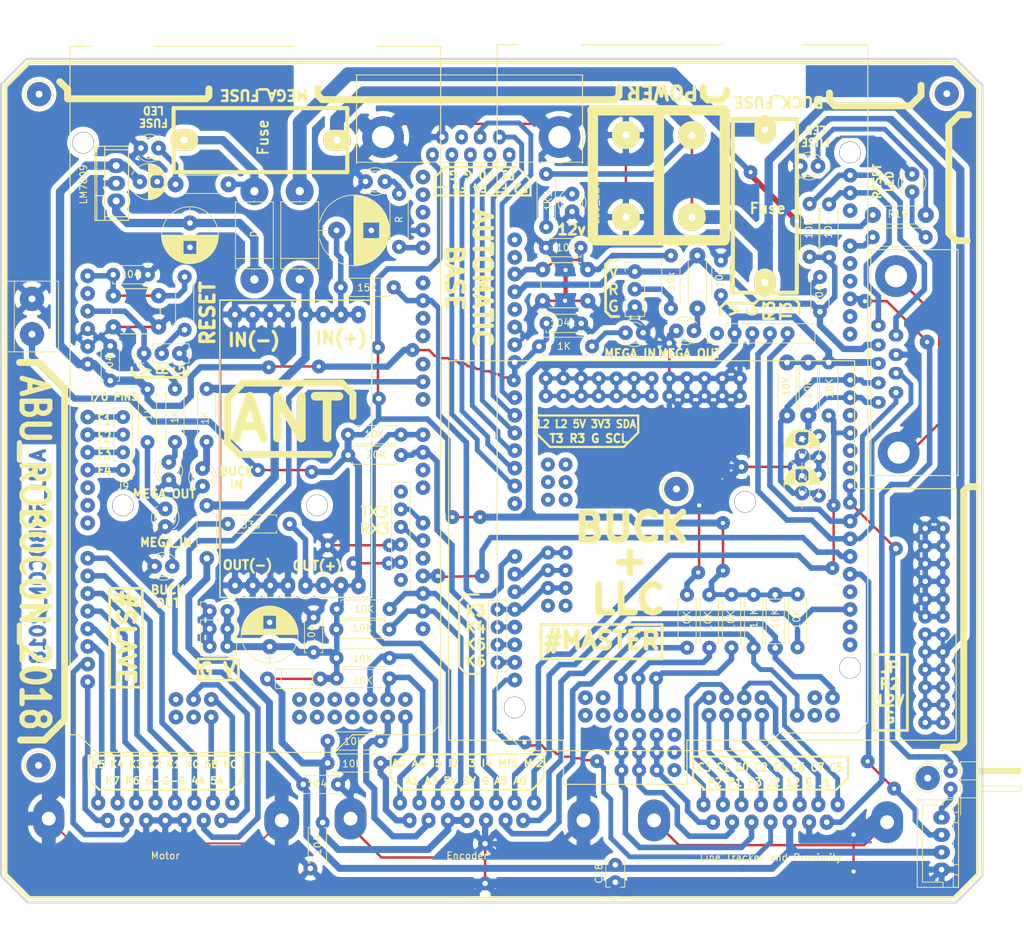
<source format=kicad_pcb>
(kicad_pcb (version 4) (host pcbnew 4.0.7-e2-6376~61~ubuntu18.04.1)
  (layers (0 F.Cu signal) (31 B.Cu signal) (34 B.Paste user) (35 F.Paste user) (36 B.SilkS user) (37 F.SilkS user) (38 B.Mask user) (39 F.Mask user) (44 Edge.Cuts user))
  (net 0 "")
  (net 1 GND)
  (net 2 +5V)
  (net 3 /RESET2)
  (net 4 /12VVD)
  (net 5 +9V)
  (net 6 /12VV)
  (net 7 "Net-(C9-Pad1)")
  (net 8 /TX2)
  (net 9 /TX3)
  (net 10 "Net-(D5-Pad2)")
  (net 11 "Net-(D6-Pad2)")
  (net 12 "Net-(D7-Pad2)")
  (net 13 "Net-(D8-Pad2)")
  (net 14 "Net-(D9-Pad2)")
  (net 15 "Net-(D10-Pad2)")
  (net 16 "Net-(D11-Pad2)")
  (net 17 "Net-(D12-Pad2)")
  (net 18 "Net-(D13-Pad2)")
  (net 19 +12V)
  (net 20 /RX2)
  (net 21 /JP1)
  (net 22 /PR2)
  (net 23 /PR1)
  (net 24 /JP2)
  (net 25 /RX3)
  (net 26 /SCL)
  (net 27 /SDA)
  (net 28 /INT2)
  (net 29 /PA4)
  (net 30 /PA2)
  (net 31 /PA0)
  (net 32 /PA1)
  (net 33 /PA3)
  (net 34 /INT5)
  (net 35 /PA5)
  (net 36 /PK7)
  (net 37 /PK6)
  (net 38 /PK5)
  (net 39 /PK4)
  (net 40 /PK3)
  (net 41 /PK2)
  (net 42 /PK1)
  (net 43 /OC4A)
  (net 44 /OC5B)
  (net 45 /OC5C)
  (net 46 /OC5A)
  (net 47 /5VV)
  (net 48 "Net-(J17-Pad2)")
  (net 49 "Net-(J18-Pad2)")
  (net 50 /RESET1)
  (net 51 /PK0)
  (net 52 /PC5)
  (net 53 /PC7)
  (net 54 /PC6)
  (net 55 /PC4)
  (net 56 /PC2)
  (net 57 /PC0)
  (net 58 /PC1)
  (net 59 /PC3)
  (net 60 "Net-(J9-Pad1)")
  (net 61 "Net-(J9-Pad2)")
  (net 62 "Net-(J9-Pad3)")
  (net 63 "Net-(J9-Pad4)")
  (net 64 /INT)
  (net 65 /SINT4)
  (net 66 /SINT3)
  (net 67 /SINT2)
  (net 68 /SINT5)
  (net 69 /SRX3)
  (net 70 /STX3)
  (net 71 "Net-(D14-Pad2)")
  (net 72 "Net-(R28-Pad2)")
  (net 73 "Net-(D4-Pad2)")
  (net 74 /PF0)
  (net 75 /PF2)
  (net 76 /PF4)
  (net 77 /PF1)
  (net 78 /PF3)
  (net 79 "Net-(D19-Pad2)")
  (net 80 "Net-(R31-Pad2)")
  (net 81 /3V3)
  (net 82 /PF5)
  (net 83 "Net-(D17-Pad2)")
  (net 84 /PR3)
  (net 85 /L1)
  (net 86 /L2)
  (net 87 "Net-(J7-Pad1)")
  (net 88 "Net-(J7-Pad2)")
  (net 89 "Net-(J7-Pad3)")
  (net 90 /PR3o)
  (net 91 /PR1o)
  (net 92 /PR2o)
  (net 93 /LED1)
  (net 94 /LED2)
  (net 95 /RX0)
  (net 96 /LED3)
  (net 97 /JP3)
  (module modFiles:Connector_DB_9 (layer F.Cu) (at 164.3507 71.5264 270)
    (fp_text reference J3 hide)
    (fp_text value "Compass & throwing")
    (pad 0 thru_hole circle (at 18.288 -2.921 270) (size 6 6) (drill 3.2) (layers *.Cu *.Mask) (net 1 GND))
    (pad 0 thru_hole circle (at -7.11 -2.54 270) (size 6 6) (drill 3.2) (layers *.Cu *.Mask) (net 1 GND))
    (pad 1 thru_hole oval (at 0 0 270) (size 1.8 2.1) (drill 0.8) (layers *.Cu *.Mask) (net 27 /SDA))
    (pad 2 thru_hole oval (at 2.79 0 270) (size 1.8 2.1) (drill 0.8) (layers *.Cu *.Mask) (net 81 /3V3))
    (pad 3 thru_hole oval (at 5.46 0 270) (size 1.8 2.1) (drill 0.8) (layers *.Cu *.Mask) (net 2 +5V))
    (pad 4 thru_hole oval (at 8.26 0 270) (size 1.8 2.1) (drill 0.8) (layers *.Cu *.Mask) (net 85 /L1))
    (pad 5 thru_hole oval (at 11.05 0 270) (size 1.8 2.1) (drill 0.8) (layers *.Cu *.Mask) (net 86 /L2))
    (pad 6 thru_hole oval (at 1.4 -2.54 270) (size 1.8 2.1) (drill 0.8) (layers *.Cu *.Mask) (net 26 /SCL))
    (pad 7 thru_hole oval (at 4.19 -2.54 270) (size 1.8 2.1) (drill 0.8) (layers *.Cu *.Mask) (net 1 GND))
    (pad 8 thru_hole oval (at 6.86 -2.54 270) (size 1.8 2.1) (drill 0.8) (layers *.Cu *.Mask) (net 25 /RX3))
    (pad 9 thru_hole oval (at 9.65 -2.54 270) (size 1.8 2.1) (drill 0.8) (layers *.Cu *.Mask) (net 9 /TX3))
  )
  (module modFiles:Arduino_Mega2560_Shield (layer F.Cu) (at 92.964 58.674)
    (fp_text reference U2 hide)
    (fp_text value Arduino_Mega2560_Shield hide)
    (fp_text user . (at -12.9413 35.1663 270) (layer F.SilkS))
    (pad 20 thru_hole circle (at 5.8547 56.5023 270) (size 2.1 2.1) (drill 0.8) (layers *.Cu *.Mask))
    (pad 35 thru_hole circle (at -11.9253 69.2023 270) (size 2.1 2.1) (drill 0.8) (layers *.Cu *.Mask))
    (pad 34 thru_hole circle (at -11.9253 66.6623 270) (size 2.1 2.1) (drill 0.8) (layers *.Cu *.Mask))
    (pad 7 thru_hole circle (at 5.8547 18.4023 270) (size 2.1 2.1) (drill 0.8) (layers *.Cu *.Mask))
    (pad 5 thru_hole circle (at 5.8547 23.4823 270) (size 2.1 2.1) (drill 0.8) (layers *.Cu *.Mask))
    (pad 48 thru_hole circle (at -29.7053 66.6623 270) (size 2.1 2.1) (drill 0.8) (layers *.Cu *.Mask))
    (pad 49 thru_hole circle (at -29.7053 69.2023 270) (size 2.1 2.1) (drill 0.8) (layers *.Cu *.Mask))
    (pad 13 thru_hole circle (at 5.842 1.651 270) (size 2.1 2.1) (drill 0.8) (layers *.Cu *.Mask) (net 80 "Net-(R31-Pad2)"))
    (pad 23 thru_hole circle (at 3.3147 69.2023 270) (size 2.1 2.1) (drill 0.8) (layers *.Cu *.Mask) (net 32 /PA1))
    (pad 22 thru_hole circle (at 3.3147 66.6623 270) (size 2.1 2.1) (drill 0.8) (layers *.Cu *.Mask))
    (pad 47 thru_hole circle (at -27.1653 69.2023 270) (size 2.1 2.1) (drill 0.8) (layers *.Cu *.Mask))
    (pad 46 thru_hole circle (at -27.1653 66.6623 270) (size 2.1 2.1) (drill 0.8) (layers *.Cu *.Mask) (net 46 /OC5A))
    (pad 45 thru_hole circle (at -24.6253 69.2023 270) (size 2.1 2.1) (drill 0.8) (layers *.Cu *.Mask) (net 44 /OC5B))
    (pad 44 thru_hole circle (at -24.6253 66.6623 270) (size 2.1 2.1) (drill 0.8) (layers *.Cu *.Mask) (net 45 /OC5C))
    (pad A7 thru_hole circle (at -42.4053 41.2623 270) (size 2.1 2.1) (drill 0.8) (layers *.Cu *.Mask))
    (pad A6 thru_hole circle (at -42.4053 38.7223 270) (size 2.1 2.1) (drill 0.8) (layers *.Cu *.Mask))
    (pad VIN thru_hole circle (at -42.4053 18.4023 270) (size 2.1 2.1) (drill 0.8) (layers *.Cu *.Mask) (net 5 +9V))
    (pad GND2 thru_hole circle (at -42.4053 15.8623 270) (size 2.1 2.1) (drill 0.8) (layers *.Cu *.Mask) (net 1 GND))
    (pad GND1 thru_hole circle (at -42.4053 13.3223 270) (size 2.1 2.1) (drill 0.8) (layers *.Cu *.Mask) (net 1 GND))
    (pad 5V1 thru_hole circle (at -42.4053 10.7823 270) (size 2.1 2.1) (drill 0.8) (layers *.Cu *.Mask) (net 47 /5VV))
    (pad 3V3 thru_hole circle (at -42.4053 8.2423 270) (size 2.1 2.1) (drill 0.8) (layers *.Cu *.Mask))
    (pad RST1 thru_hole circle (at -42.4053 5.7023 270) (size 2.1 2.1) (drill 0.8) (layers *.Cu *.Mask) (net 3 /RESET2))
    (pad 19 thru_hole circle (at 5.8547 53.9623 270) (size 2.1 2.1) (drill 0.8) (layers *.Cu *.Mask) (net 67 /SINT2))
    (pad 18 thru_hole circle (at 5.8547 51.4223 270) (size 2.1 2.1) (drill 0.8) (layers *.Cu *.Mask) (net 66 /SINT3))
    (pad 17 thru_hole circle (at 5.8547 48.8823 270) (size 2.1 2.1) (drill 0.8) (layers *.Cu *.Mask) (net 8 /TX2))
    (pad 16 thru_hole circle (at 5.8547 46.3423 270) (size 2.1 2.1) (drill 0.8) (layers *.Cu *.Mask))
    (pad 15 thru_hole circle (at 5.8547 43.8023 270) (size 2.1 2.1) (drill 0.8) (layers *.Cu *.Mask) (net 69 /SRX3))
    (pad 14 thru_hole circle (at 5.8547 41.2623 270) (size 2.1 2.1) (drill 0.8) (layers *.Cu *.Mask) (net 70 /STX3))
    (pad 0 thru_hole circle (at 5.8547 36.1823 270) (size 2.1 2.1) (drill 0.8) (layers *.Cu *.Mask))
    (pad 1 thru_hole circle (at 5.8547 33.6423 270) (size 2.1 2.1) (drill 0.8) (layers *.Cu *.Mask))
    (pad 2 thru_hole circle (at 5.8547 31.1023 270) (size 2.1 2.1) (drill 0.8) (layers *.Cu *.Mask) (net 65 /SINT4))
    (pad 3 thru_hole circle (at 5.8547 28.5623 270) (size 2.1 2.1) (drill 0.8) (layers *.Cu *.Mask) (net 68 /SINT5))
    (pad 6 thru_hole circle (at 5.8547 20.9423 270) (size 2.1 2.1) (drill 0.8) (layers *.Cu *.Mask) (net 43 /OC4A))
    (pad GND5 thru_hole circle (at 5.8547 -0.9017 270) (size 2.1 2.1) (drill 0.8) (layers *.Cu *.Mask) (net 1 GND))
    (pad 8 thru_hole circle (at 5.8547 14.3383 270) (size 2.1 2.1) (drill 0.8) (layers *.Cu *.Mask))
    (pad 9 thru_hole circle (at 5.8547 11.7983 270) (size 2.1 2.1) (drill 0.8) (layers *.Cu *.Mask))
    (pad 10 thru_hole circle (at 5.8547 9.2583 270) (size 2.1 2.1) (drill 0.8) (layers *.Cu *.Mask) (net 64 /INT))
    (pad SCL thru_hole circle (at 5.8547 -8.5217 270) (size 2.1 2.1) (drill 0.8) (layers *.Cu *.Mask))
    (pad SDA thru_hole circle (at 5.8547 -5.9817 270) (size 2.1 2.1) (drill 0.8) (layers *.Cu *.Mask))
    (pad AREF thru_hole circle (at 5.8547 -3.4417 270) (size 2.1 2.1) (drill 0.8) (layers *.Cu *.Mask))
    (pad 11 thru_hole circle (at 5.8547 6.7183 270) (size 2.1 2.1) (drill 0.8) (layers *.Cu *.Mask))
    (pad A1 thru_hole circle (at -42.4053 26.0223 270) (size 2.1 2.1) (drill 0.8) (layers *.Cu *.Mask) (net 63 "Net-(J9-Pad4)"))
    (pad A2 thru_hole circle (at -42.4053 28.5623 270) (size 2.1 2.1) (drill 0.8) (layers *.Cu *.Mask) (net 62 "Net-(J9-Pad3)"))
    (pad A3 thru_hole circle (at -42.4053 31.1023 270) (size 2.1 2.1) (drill 0.8) (layers *.Cu *.Mask) (net 61 "Net-(J9-Pad2)"))
    (pad A4 thru_hole circle (at -42.4053 33.6423 270) (size 2.1 2.1) (drill 0.8) (layers *.Cu *.Mask) (net 60 "Net-(J9-Pad1)"))
    (pad A5 thru_hole circle (at -42.4053 36.1823 270) (size 2.1 2.1) (drill 0.8) (layers *.Cu *.Mask))
    (pad A8 thru_hole circle (at -42.4053 46.3423 270) (size 2.1 2.1) (drill 0.8) (layers *.Cu *.Mask) (net 51 /PK0))
    (pad A9 thru_hole circle (at -42.4053 48.8823 270) (size 2.1 2.1) (drill 0.8) (layers *.Cu *.Mask) (net 42 /PK1))
    (pad A10 thru_hole circle (at -42.4053 51.4223 270) (size 2.1 2.1) (drill 0.8) (layers *.Cu *.Mask) (net 41 /PK2))
    (pad A11 thru_hole circle (at -42.4053 53.9623 270) (size 2.1 2.1) (drill 0.8) (layers *.Cu *.Mask) (net 40 /PK3))
    (pad A12 thru_hole circle (at -42.4053 56.5023 270) (size 2.1 2.1) (drill 0.8) (layers *.Cu *.Mask) (net 39 /PK4))
    (pad A13 thru_hole circle (at -42.4053 59.0423 270) (size 2.1 2.1) (drill 0.8) (layers *.Cu *.Mask) (net 38 /PK5))
    (pad A14 thru_hole circle (at -42.4053 61.5823 270) (size 2.1 2.1) (drill 0.8) (layers *.Cu *.Mask) (net 37 /PK6))
    (pad A15 thru_hole circle (at -42.4053 64.1223 270) (size 2.1 2.1) (drill 0.8) (layers *.Cu *.Mask) (net 36 /PK7))
    (pad 24 thru_hole circle (at 0.7747 66.6623 270) (size 2.1 2.1) (drill 0.8) (layers *.Cu *.Mask) (net 30 /PA2))
    (pad 25 thru_hole circle (at 0.7747 69.2023 270) (size 2.1 2.1) (drill 0.8) (layers *.Cu *.Mask) (net 33 /PA3))
    (pad 26 thru_hole circle (at -1.7653 66.6623 270) (size 2.1 2.1) (drill 0.8) (layers *.Cu *.Mask) (net 29 /PA4))
    (pad 27 thru_hole circle (at -1.7653 69.2023 270) (size 2.1 2.1) (drill 0.8) (layers *.Cu *.Mask))
    (pad 28 thru_hole circle (at -4.3053 66.6623 270) (size 2.1 2.1) (drill 0.8) (layers *.Cu *.Mask))
    (pad 29 thru_hole circle (at -4.3053 69.2023 270) (size 2.1 2.1) (drill 0.8) (layers *.Cu *.Mask))
    (pad 30 thru_hole circle (at -6.8453 66.6623 270) (size 2.1 2.1) (drill 0.8) (layers *.Cu *.Mask))
    (pad 31 thru_hole circle (at -6.8453 69.2023 270) (size 2.1 2.1) (drill 0.8) (layers *.Cu *.Mask))
    (pad 32 thru_hole circle (at -9.3853 66.6623 270) (size 2.1 2.1) (drill 0.8) (layers *.Cu *.Mask))
    (pad 33 thru_hole circle (at -9.3853 69.2023 270) (size 2.1 2.1) (drill 0.8) (layers *.Cu *.Mask))
    (pad "" thru_hole circle (at -43.053 -13.462) (size 3.1 3.1) (drill 3) (layers *.Cu *.Mask))
    (pad "" thru_hole circle (at -37.338 38.735) (size 3.1 3.1) (drill 3) (layers *.Cu *.Mask))
    (pad "" thru_hole circle (at -9.398 38.735) (size 3.1 3.1) (drill 3) (layers *.Cu *.Mask))
  )
  (module modFiles:Resistor_small (layer F.Cu) (at 70.739 100.076)
    (fp_text reference R17 hide)
    (fp_text value 330 (at 3.302 0.1524) (layer F.SilkS))
    (pad 1 thru_hole circle (at 0 0) (size 2.02 2.02) (drill 0.8) (layers *.Cu *.Mask) (net 13 "Net-(D8-Pad2)"))
    (pad 2 thru_hole circle (at 8.89 0) (size 2.02 2.02) (drill 0.8) (layers *.Cu *.Mask) (net 2 +5V))
  )
  (module modFiles:LED_D3.0mm (layer F.Cu) (at 60.198 106.172)
    (fp_text reference D8 hide)
    (fp_text value BUCK_OUT hide)
    (pad 1 thru_hole circle (at 0 0) (size 2.1 2.1) (drill 0.8) (layers *.Cu *.Mask) (net 1 GND))
    (pad 2 thru_hole circle (at 2.54 0) (size 2.1 2.1) (drill 0.8) (layers *.Cu *.Mask) (net 13 "Net-(D8-Pad2)"))
  )
  (module modFiles:Connector_DB15 (layer F.Cu) (at 71.374 140.208 180)
    (fp_text reference J15 hide)
    (fp_text value Motor (at 9.65 -7.62 180) (layer F.SilkS))
    (pad 0 thru_hole oval (at 26.42 -2.29 180) (size 4.5 6) (drill 2) (layers *.Cu *.Mask) (net 1 GND))
    (pad 0 thru_hole oval (at -7.11 -2.54 180) (size 5 6) (drill 2) (layers *.Cu *.Mask) (net 1 GND))
    (pad 1 thru_hole oval (at 0 0 180) (size 2 2.2) (drill 0.8) (layers *.Cu *.Mask) (net 45 /OC5C))
    (pad 2 thru_hole oval (at 2.79 0 180) (size 2 2.2) (drill 0.8) (layers *.Cu *.Mask) (net 44 /OC5B))
    (pad 3 thru_hole oval (at 5.46 0 180) (size 2 2.2) (drill 0.8) (layers *.Cu *.Mask) (net 51 /PK0))
    (pad 4 thru_hole oval (at 8.25 0 180) (size 2 2.2) (drill 0.8) (layers *.Cu *.Mask) (net 42 /PK1))
    (pad 5 thru_hole oval (at 11.05 0 180) (size 2 2.2) (drill 0.8) (layers *.Cu *.Mask) (net 41 /PK2))
    (pad 6 thru_hole oval (at 13.84 0 180) (size 2 2.2) (drill 0.8) (layers *.Cu *.Mask) (net 40 /PK3))
    (pad 7 thru_hole oval (at 16.51 0 180) (size 2 2.2) (drill 0.8) (layers *.Cu *.Mask) (net 39 /PK4))
    (pad 8 thru_hole oval (at 19.3 0 180) (size 2 2.2) (drill 0.8) (layers *.Cu *.Mask) (net 38 /PK5))
    (pad 9 thru_hole oval (at 1.57 -2.54 180) (size 2 2.2) (drill 0.8) (layers *.Cu *.Mask) (net 46 /OC5A))
    (pad 10 thru_hole oval (at 4.11 -2.54 180) (size 2 2.2) (drill 0.8) (layers *.Cu *.Mask) (net 43 /OC4A))
    (pad 11 thru_hole oval (at 6.91 -2.54 180) (size 2 2.2) (drill 0.8) (layers *.Cu *.Mask) (net 1 GND))
    (pad 12 thru_hole oval (at 9.65 -2.54 180) (size 2 2.2) (drill 0.8) (layers *.Cu *.Mask) (net 1 GND))
    (pad 13 thru_hole oval (at 12.4 -2.54 180) (size 2 2.2) (drill 0.8) (layers *.Cu *.Mask) (net 1 GND))
    (pad 14 thru_hole oval (at 15.19 -2.54 180) (size 2 2.2) (drill 0.8) (layers *.Cu *.Mask) (net 37 /PK6))
    (pad 15 thru_hole oval (at 17.93 -2.54 180) (size 2 2.2) (drill 0.8) (layers *.Cu *.Mask) (net 36 /PK7))
  )
  (module modFiles:BUCK+LLC (layer F.Cu) (at 110.7694 82.9437)
    (fp_text reference J23 hide)
    (fp_text value BUCK+LLC hide)
    (pad 4 thru_hole circle (at 19.1516 52.578 90) (size 2 2) (drill 0.762) (layers *.Cu *.Mask) (net 23 /PR1))
    (pad 0 thru_hole circle (at 24.2316 50.0253 180) (size 2 2) (drill 0.762) (layers *.Cu *.Mask))
    (pad 0 thru_hole circle (at 24.2316 47.4853 180) (size 2 2) (drill 0.762) (layers *.Cu *.Mask))
    (pad 5 thru_hole circle (at 21.6916 52.578 90) (size 2 2) (drill 0.762) (layers *.Cu *.Mask) (net 22 /PR2))
    (pad 6 thru_hole circle (at 16.6116 52.578 90) (size 2 2) (drill 0.762) (layers *.Cu *.Mask) (net 84 /PR3))
    (pad 0 thru_hole circle (at 24.2316 52.5653 180) (size 2 2) (drill 0.762) (layers *.Cu *.Mask))
    (pad 0 thru_hole circle (at 6.0325 28.8925 90) (size 2 2) (drill 0.762) (layers *.Cu *.Mask))
    (pad 0 thru_hole circle (at 8.5725 28.8925 90) (size 2 2) (drill 0.762) (layers *.Cu *.Mask))
    (pad 10 thru_hole circle (at 6.0325 21.2725 90) (size 2 2) (drill 0.762) (layers *.Cu *.Mask) (net 93 /LED1))
    (pad 10 thru_hole circle (at 8.5725 21.2725 90) (size 2 2) (drill 0.762) (layers *.Cu *.Mask) (net 93 /LED1))
    (pad 11 thru_hole circle (at 6.0325 23.8125 90) (size 2 2) (drill 0.762) (layers *.Cu *.Mask) (net 94 /LED2))
    (pad 11 thru_hole circle (at 8.5725 23.8125 90) (size 2 2) (drill 0.762) (layers *.Cu *.Mask) (net 94 /LED2))
    (pad 12 thru_hole circle (at 8.5725 26.3525 90) (size 2 2) (drill 0.762) (layers *.Cu *.Mask) (net 96 /LED3))
    (pad 12 thru_hole circle (at 6.0325 26.3525 90) (size 2 2) (drill 0.762) (layers *.Cu *.Mask) (net 96 /LED3))
    (pad 0 thru_hole circle (at 8.5725 13.6525 90) (size 2 2) (drill 0.762) (layers *.Cu *.Mask))
    (pad 0 thru_hole circle (at 6.0325 13.6525 90) (size 2 2) (drill 0.762) (layers *.Cu *.Mask))
    (pad 0 thru_hole circle (at 6.0325 8.5725 90) (size 2 2) (drill 0.762) (layers *.Cu *.Mask))
    (pad 0 thru_hole circle (at 8.5725 8.5725 90) (size 2 2) (drill 0.762) (layers *.Cu *.Mask))
    (pad 0 thru_hole circle (at 8.5725 11.1125 90) (size 2 2) (drill 0.762) (layers *.Cu *.Mask))
    (pad 0 thru_hole circle (at 6.0325 11.1125 90) (size 2 2) (drill 0.762) (layers *.Cu *.Mask))
    (pad 1 thru_hole circle (at 31.115 -3.81 90) (size 2 2) (drill 0.762) (layers *.Cu *.Mask) (net 1 GND))
    (pad 1 thru_hole circle (at 31.115 -1.27 90) (size 2 2) (drill 0.762) (layers *.Cu *.Mask) (net 1 GND))
    (pad 1 thru_hole circle (at 33.655 -1.27 90) (size 2 2) (drill 0.762) (layers *.Cu *.Mask) (net 1 GND))
    (pad 1 thru_hole circle (at 33.655 -3.81 90) (size 2 2) (drill 0.762) (layers *.Cu *.Mask) (net 1 GND))
    (pad 1 thru_hole circle (at 28.575 -3.81 90) (size 2 2) (drill 0.762) (layers *.Cu *.Mask) (net 1 GND))
    (pad 1 thru_hole circle (at 28.575 -1.27 90) (size 2 2) (drill 0.762) (layers *.Cu *.Mask) (net 1 GND))
    (pad 1 thru_hole circle (at 26.035 -1.27 90) (size 2 2) (drill 0.762) (layers *.Cu *.Mask) (net 1 GND))
    (pad 1 thru_hole circle (at 26.035 -3.81 90) (size 2 2) (drill 0.762) (layers *.Cu *.Mask) (net 1 GND))
    (pad 3 thru_hole circle (at 15.875 -3.81 90) (size 2 2) (drill 0.762) (layers *.Cu *.Mask) (net 2 +5V))
    (pad 3 thru_hole circle (at 15.875 -1.27 90) (size 2 2) (drill 0.762) (layers *.Cu *.Mask) (net 2 +5V))
    (pad 3 thru_hole circle (at 18.415 -1.27 90) (size 2 2) (drill 0.762) (layers *.Cu *.Mask) (net 2 +5V))
    (pad 3 thru_hole circle (at 18.415 -3.81 90) (size 2 2) (drill 0.762) (layers *.Cu *.Mask) (net 2 +5V))
    (pad 1 thru_hole circle (at 23.495 -3.81 90) (size 2 2) (drill 0.762) (layers *.Cu *.Mask) (net 1 GND))
    (pad 3 thru_hole circle (at 20.955 -1.27 90) (size 2 2) (drill 0.762) (layers *.Cu *.Mask) (net 2 +5V))
    (pad 3 thru_hole circle (at 20.955 -3.81 90) (size 2 2) (drill 0.762) (layers *.Cu *.Mask) (net 2 +5V))
    (pad 3 thru_hole circle (at 10.795 -3.81 90) (size 2 2) (drill 0.762) (layers *.Cu *.Mask) (net 2 +5V))
    (pad 3 thru_hole circle (at 10.795 -1.27 90) (size 2 2) (drill 0.762) (layers *.Cu *.Mask) (net 2 +5V))
    (pad 3 thru_hole circle (at 13.335 -1.27 90) (size 2 2) (drill 0.762) (layers *.Cu *.Mask) (net 2 +5V))
    (pad 3 thru_hole circle (at 13.335 -3.81 90) (size 2 2) (drill 0.762) (layers *.Cu *.Mask) (net 2 +5V))
    (pad 3 thru_hole circle (at 8.255 -3.81 90) (size 2 2) (drill 0.762) (layers *.Cu *.Mask) (net 2 +5V))
    (pad 3 thru_hole circle (at 8.255 -1.27 90) (size 2 2) (drill 0.762) (layers *.Cu *.Mask) (net 2 +5V))
    (pad 3 thru_hole circle (at 5.715 -1.27 90) (size 2 2) (drill 0.762) (layers *.Cu *.Mask) (net 2 +5V))
    (pad 3 thru_hole circle (at 5.715 -3.81 90) (size 2 2) (drill 0.762) (layers *.Cu *.Mask) (net 2 +5V))
    (pad 9 thru_hole circle (at 16.51 39.37 90) (size 2 2) (drill 0.762) (layers *.Cu *.Mask) (net 90 /PR3o))
    (pad 7 thru_hole circle (at 19.05 39.37 90) (size 2 2) (drill 0.762) (layers *.Cu *.Mask) (net 91 /PR1o))
    (pad 8 thru_hole circle (at 21.59 39.37 90) (size 2 2) (drill 0.762) (layers *.Cu *.Mask) (net 92 /PR2o))
    (pad 6 thru_hole circle (at 16.6116 50.038 90) (size 2 2) (drill 0.762) (layers *.Cu *.Mask) (net 84 /PR3))
    (pad 6 thru_hole circle (at 16.6116 47.498 90) (size 2 2) (drill 0.762) (layers *.Cu *.Mask) (net 84 /PR3))
    (pad 5 thru_hole circle (at 21.6916 47.498 90) (size 2 2) (drill 0.762) (layers *.Cu *.Mask) (net 22 /PR2))
    (pad 5 thru_hole circle (at 21.6916 50.038 90) (size 2 2) (drill 0.762) (layers *.Cu *.Mask) (net 22 /PR2))
    (pad 4 thru_hole circle (at 19.1516 50.038 90) (size 2 2) (drill 0.762) (layers *.Cu *.Mask) (net 23 /PR1))
    (pad 4 thru_hole circle (at 19.1516 47.498 90) (size 2 2) (drill 0.762) (layers *.Cu *.Mask) (net 23 /PR1))
    (pad 2 thru_hole circle (at 62.865 43.18 90) (size 2 2) (drill 0.762) (layers *.Cu *.Mask) (net 19 +12V))
    (pad 2 thru_hole circle (at 60.325 43.18 90) (size 2 2) (drill 0.762) (layers *.Cu *.Mask) (net 19 +12V))
    (pad 2 thru_hole circle (at 60.325 45.72 90) (size 2 2) (drill 0.762) (layers *.Cu *.Mask) (net 19 +12V))
    (pad 2 thru_hole circle (at 62.865 45.72 90) (size 2 2) (drill 0.762) (layers *.Cu *.Mask) (net 19 +12V))
    (pad 2 thru_hole circle (at 62.865 40.64 90) (size 2 2) (drill 0.762) (layers *.Cu *.Mask) (net 19 +12V))
    (pad 2 thru_hole circle (at 60.325 40.64 90) (size 2 2) (drill 0.762) (layers *.Cu *.Mask) (net 19 +12V))
    (pad 2 thru_hole circle (at 60.325 38.1 90) (size 2 2) (drill 0.762) (layers *.Cu *.Mask) (net 19 +12V))
    (pad 2 thru_hole circle (at 62.865 38.1 90) (size 2 2) (drill 0.762) (layers *.Cu *.Mask) (net 19 +12V))
    (pad 1 thru_hole circle (at 62.865 27.94 90) (size 2 2) (drill 0.762) (layers *.Cu *.Mask) (net 1 GND))
    (pad 1 thru_hole circle (at 60.325 27.94 90) (size 2 2) (drill 0.762) (layers *.Cu *.Mask) (net 1 GND))
    (pad 1 thru_hole circle (at 60.325 30.48 90) (size 2 2) (drill 0.762) (layers *.Cu *.Mask) (net 1 GND))
    (pad 1 thru_hole circle (at 62.865 30.48 90) (size 2 2) (drill 0.762) (layers *.Cu *.Mask) (net 1 GND))
    (pad 2 thru_hole circle (at 62.865 35.56 90) (size 2 2) (drill 0.762) (layers *.Cu *.Mask) (net 19 +12V))
    (pad 2 thru_hole circle (at 60.325 35.56 90) (size 2 2) (drill 0.762) (layers *.Cu *.Mask) (net 19 +12V))
    (pad 2 thru_hole circle (at 60.325 33.02 90) (size 2 2) (drill 0.762) (layers *.Cu *.Mask) (net 19 +12V))
    (pad 2 thru_hole circle (at 62.865 33.02 90) (size 2 2) (drill 0.762) (layers *.Cu *.Mask) (net 19 +12V))
    (pad 1 thru_hole circle (at 62.865 22.86 90) (size 2 2) (drill 0.762) (layers *.Cu *.Mask) (net 1 GND))
    (pad 1 thru_hole circle (at 60.325 22.86 90) (size 2 2) (drill 0.762) (layers *.Cu *.Mask) (net 1 GND))
    (pad 1 thru_hole circle (at 60.325 25.4 90) (size 2 2) (drill 0.762) (layers *.Cu *.Mask) (net 1 GND))
    (pad 1 thru_hole circle (at 62.865 25.4 90) (size 2 2) (drill 0.762) (layers *.Cu *.Mask) (net 1 GND))
    (pad 1 thru_hole circle (at 62.865 20.32 90) (size 2 2) (drill 0.762) (layers *.Cu *.Mask) (net 1 GND))
    (pad 1 thru_hole circle (at 60.325 20.32 90) (size 2 2) (drill 0.762) (layers *.Cu *.Mask) (net 1 GND))
    (pad 1 thru_hole circle (at 60.325 17.78 90) (size 2 2) (drill 0.762) (layers *.Cu *.Mask) (net 1 GND))
    (pad 1 thru_hole circle (at 62.865 17.78 90) (size 2 2) (drill 0.762) (layers *.Cu *.Mask) (net 1 GND))
  )
  (module modFiles:Resistor_small (layer F.Cu) (at 95.377 52.578 270)
    (fp_text reference R31 hide)
    (fp_text value R (at 3.683 0 270) (layer F.SilkS))
    (pad 1 thru_hole circle (at 0 0 270) (size 2.02 2.02) (drill 0.8) (layers *.Cu *.Mask) (net 73 "Net-(D4-Pad2)"))
    (pad 2 thru_hole circle (at 7.62 0 270) (size 2.02 2.02) (drill 0.8) (layers *.Cu *.Mask) (net 80 "Net-(R31-Pad2)"))
  )
  (module Connectors_JST:JST_XH_B04B-XH-A_04x2.50mm_Straight (layer F.Cu) (at 173.4439 142.3289 270)
    (fp_text reference J25 hide)
    (fp_text value JST hide)
    (pad 1 thru_hole oval (at 0 0 270) (size 2 2.4) (drill 0.8) (layers *.Cu *.Mask) (net 97 /JP3))
    (pad 2 thru_hole oval (at 2.5 0 270) (size 2 2.4) (drill 0.8) (layers *.Cu *.Mask) (net 20 /RX2))
    (pad 3 thru_hole oval (at 5 0 270) (size 2 2.4) (drill 0.8) (layers *.Cu *.Mask) (net 4 /12VVD))
    (pad 4 thru_hole oval (at 7.5 0 270) (size 2 2.4) (drill 0.8) (layers *.Cu *.Mask) (net 1 GND))
  )
  (module modFiles:Arduino_Mega2560_Shield (layer F.Cu) (at 154.432 58.42)
    (fp_text reference U1 hide)
    (fp_text value Arduino_Mega2560_Shield hide)
    (fp_text user . (at -12.9413 35.1663 270) (layer F.SilkS))
    (pad 51 thru_hole circle (at -32.2453 69.2023 270) (size 2.1 2.1) (drill 0.8) (layers *.Cu *.Mask))
    (pad 18 thru_hole circle (at 5.8547 51.4223 270) (size 2.1 2.1) (drill 0.8) (layers *.Cu *.Mask))
    (pad 41 thru_hole circle (at -19.5453 69.2023 270) (size 2.1 2.1) (drill 0.8) (layers *.Cu *.Mask))
    (pad AREF thru_hole circle (at 5.8547 -3.4417 270) (size 2.1 2.1) (drill 0.8) (layers *.Cu *.Mask))
    (pad 48 thru_hole circle (at -29.7053 66.6623 270) (size 2.1 2.1) (drill 0.8) (layers *.Cu *.Mask))
    (pad 49 thru_hole circle (at -29.7053 69.2023 270) (size 2.1 2.1) (drill 0.8) (layers *.Cu *.Mask))
    (pad 20 thru_hole circle (at 5.8547 56.5023 270) (size 2.1 2.1) (drill 0.8) (layers *.Cu *.Mask))
    (pad 21 thru_hole circle (at 5.8547 59.0423 270) (size 2.1 2.1) (drill 0.8) (layers *.Cu *.Mask))
    (pad A11 thru_hole circle (at -42.4053 53.9623 270) (size 2.1 2.1) (drill 0.8) (layers *.Cu *.Mask) (net 96 /LED3))
    (pad A10 thru_hole circle (at -42.4053 51.4223 270) (size 2.1 2.1) (drill 0.8) (layers *.Cu *.Mask) (net 94 /LED2))
    (pad A9 thru_hole circle (at -42.4053 48.8823 270) (size 2.1 2.1) (drill 0.8) (layers *.Cu *.Mask) (net 93 /LED1))
    (pad 8 thru_hole circle (at 5.8547 14.3383 270) (size 2.1 2.1) (drill 0.8) (layers *.Cu *.Mask))
    (pad 2 thru_hole circle (at 5.8547 31.1023 270) (size 2.1 2.1) (drill 0.8) (layers *.Cu *.Mask))
    (pad 1 thru_hole circle (at 5.8547 33.6423 270) (size 2.1 2.1) (drill 0.8) (layers *.Cu *.Mask))
    (pad 0 thru_hole circle (at 5.8547 36.1823 270) (size 2.1 2.1) (drill 0.8) (layers *.Cu *.Mask) (net 95 /RX0))
    (pad 23 thru_hole circle (at 3.3147 69.2023 270) (size 2.1 2.1) (drill 0.8) (layers *.Cu *.Mask))
    (pad 22 thru_hole circle (at 3.3147 66.6623 270) (size 2.1 2.1) (drill 0.8) (layers *.Cu *.Mask) (net 31 /PA0))
    (pad 47 thru_hole circle (at -27.1653 69.2023 270) (size 2.1 2.1) (drill 0.8) (layers *.Cu *.Mask) (net 90 /PR3o))
    (pad 50 thru_hole circle (at -32.2453 66.6623 270) (size 2.1 2.1) (drill 0.8) (layers *.Cu *.Mask))
    (pad 45 thru_hole circle (at -24.6253 69.2023 270) (size 2.1 2.1) (drill 0.8) (layers *.Cu *.Mask) (net 91 /PR1o))
    (pad 43 thru_hole circle (at -22.0853 69.2023 270) (size 2.1 2.1) (drill 0.8) (layers *.Cu *.Mask) (net 92 /PR2o))
    (pad A6 thru_hole circle (at -42.4053 38.7223 270) (size 2.1 2.1) (drill 0.8) (layers *.Cu *.Mask))
    (pad A0 thru_hole circle (at -42.4053 23.4823 270) (size 2.1 2.1) (drill 0.8) (layers *.Cu *.Mask) (net 74 /PF0))
    (pad VIN thru_hole circle (at -42.4053 18.4023 270) (size 2.1 2.1) (drill 0.8) (layers *.Cu *.Mask) (net 5 +9V))
    (pad GND2 thru_hole circle (at -42.4053 15.8623 270) (size 2.1 2.1) (drill 0.8) (layers *.Cu *.Mask) (net 1 GND))
    (pad GND1 thru_hole circle (at -42.4053 13.3223 270) (size 2.1 2.1) (drill 0.8) (layers *.Cu *.Mask) (net 1 GND))
    (pad 5V1 thru_hole circle (at -42.4053 10.7823 270) (size 2.1 2.1) (drill 0.8) (layers *.Cu *.Mask))
    (pad 3V3 thru_hole circle (at -42.4053 8.2423 270) (size 2.1 2.1) (drill 0.8) (layers *.Cu *.Mask) (net 81 /3V3))
    (pad RST1 thru_hole circle (at -42.4053 5.7023 270) (size 2.1 2.1) (drill 0.8) (layers *.Cu *.Mask) (net 50 /RESET1))
    (pad 19 thru_hole circle (at 5.8547 53.9623 270) (size 2.1 2.1) (drill 0.8) (layers *.Cu *.Mask) (net 28 /INT2))
    (pad 17 thru_hole circle (at 5.8547 48.8823 270) (size 2.1 2.1) (drill 0.8) (layers *.Cu *.Mask) (net 20 /RX2))
    (pad 16 thru_hole circle (at 5.8547 46.3423 270) (size 2.1 2.1) (drill 0.8) (layers *.Cu *.Mask) (net 8 /TX2))
    (pad 15 thru_hole circle (at 5.8547 43.8023 270) (size 2.1 2.1) (drill 0.8) (layers *.Cu *.Mask) (net 25 /RX3))
    (pad 14 thru_hole circle (at 5.8547 41.2623 270) (size 2.1 2.1) (drill 0.8) (layers *.Cu *.Mask) (net 9 /TX3))
    (pad 3 thru_hole circle (at 5.8547 28.5623 270) (size 2.1 2.1) (drill 0.8) (layers *.Cu *.Mask) (net 34 /INT5))
    (pad 4 thru_hole circle (at 5.8547 26.0223 270) (size 2.1 2.1) (drill 0.8) (layers *.Cu *.Mask))
    (pad 5 thru_hole circle (at 5.8547 23.4823 270) (size 2.1 2.1) (drill 0.8) (layers *.Cu *.Mask) (net 86 /L2))
    (pad 6 thru_hole circle (at 5.8547 20.9423 270) (size 2.1 2.1) (drill 0.8) (layers *.Cu *.Mask) (net 85 /L1))
    (pad 9 thru_hole circle (at 5.8547 11.7983 270) (size 2.1 2.1) (drill 0.8) (layers *.Cu *.Mask))
    (pad 10 thru_hole circle (at 5.8547 9.2583 270) (size 2.1 2.1) (drill 0.8) (layers *.Cu *.Mask) (net 21 /JP1))
    (pad SCL thru_hole circle (at 5.8547 -8.5217 270) (size 2.1 2.1) (drill 0.8) (layers *.Cu *.Mask) (net 26 /SCL))
    (pad SDA thru_hole circle (at 5.8547 -5.9817 270) (size 2.1 2.1) (drill 0.8) (layers *.Cu *.Mask) (net 27 /SDA))
    (pad 13 thru_hole circle (at 5.8547 1.6383 270) (size 2.1 2.1) (drill 0.8) (layers *.Cu *.Mask) (net 72 "Net-(R28-Pad2)"))
    (pad 12 thru_hole circle (at 5.8547 4.1783 270) (size 2.1 2.1) (drill 0.8) (layers *.Cu *.Mask))
    (pad 11 thru_hole circle (at 5.8547 6.7183 270) (size 2.1 2.1) (drill 0.8) (layers *.Cu *.Mask))
    (pad A1 thru_hole circle (at -42.4053 26.0223 270) (size 2.1 2.1) (drill 0.8) (layers *.Cu *.Mask) (net 77 /PF1))
    (pad A2 thru_hole circle (at -42.4053 28.5623 270) (size 2.1 2.1) (drill 0.8) (layers *.Cu *.Mask) (net 75 /PF2))
    (pad A3 thru_hole circle (at -42.4053 31.1023 270) (size 2.1 2.1) (drill 0.8) (layers *.Cu *.Mask) (net 78 /PF3))
    (pad A4 thru_hole circle (at -42.4053 33.6423 270) (size 2.1 2.1) (drill 0.8) (layers *.Cu *.Mask) (net 76 /PF4))
    (pad A5 thru_hole circle (at -42.4053 36.1823 270) (size 2.1 2.1) (drill 0.8) (layers *.Cu *.Mask) (net 82 /PF5))
    (pad A8 thru_hole circle (at -42.4053 46.3423 270) (size 2.1 2.1) (drill 0.8) (layers *.Cu *.Mask) (net 64 /INT))
    (pad A12 thru_hole circle (at -42.4053 56.5023 270) (size 2.1 2.1) (drill 0.8) (layers *.Cu *.Mask) (net 89 "Net-(J7-Pad3)"))
    (pad A13 thru_hole circle (at -42.4053 59.0423 270) (size 2.1 2.1) (drill 0.8) (layers *.Cu *.Mask) (net 88 "Net-(J7-Pad2)"))
    (pad A14 thru_hole circle (at -42.4053 61.5823 270) (size 2.1 2.1) (drill 0.8) (layers *.Cu *.Mask) (net 87 "Net-(J7-Pad1)"))
    (pad A15 thru_hole circle (at -42.4053 64.1223 270) (size 2.1 2.1) (drill 0.8) (layers *.Cu *.Mask) (net 24 /JP2))
    (pad 24 thru_hole circle (at 0.7747 66.6623 270) (size 2.1 2.1) (drill 0.8) (layers *.Cu *.Mask))
    (pad 25 thru_hole circle (at 0.7747 69.2023 270) (size 2.1 2.1) (drill 0.8) (layers *.Cu *.Mask))
    (pad 27 thru_hole circle (at -1.7653 69.2023 270) (size 2.1 2.1) (drill 0.8) (layers *.Cu *.Mask) (net 35 /PA5))
    (pad 30 thru_hole circle (at -6.8453 66.6623 270) (size 2.1 2.1) (drill 0.8) (layers *.Cu *.Mask) (net 53 /PC7))
    (pad 31 thru_hole circle (at -6.8453 69.2023 270) (size 2.1 2.1) (drill 0.8) (layers *.Cu *.Mask) (net 54 /PC6))
    (pad 32 thru_hole circle (at -9.3853 66.6623 270) (size 2.1 2.1) (drill 0.8) (layers *.Cu *.Mask) (net 52 /PC5))
    (pad 33 thru_hole circle (at -9.3853 69.2023 270) (size 2.1 2.1) (drill 0.8) (layers *.Cu *.Mask) (net 55 /PC4))
    (pad 34 thru_hole circle (at -11.9253 66.6623 270) (size 2.1 2.1) (drill 0.8) (layers *.Cu *.Mask) (net 59 /PC3))
    (pad 35 thru_hole circle (at -11.9253 69.2023 270) (size 2.1 2.1) (drill 0.8) (layers *.Cu *.Mask) (net 56 /PC2))
    (pad 36 thru_hole circle (at -14.4653 66.6623 270) (size 2.1 2.1) (drill 0.8) (layers *.Cu *.Mask) (net 58 /PC1))
    (pad 37 thru_hole circle (at -14.4653 69.2023 270) (size 2.1 2.1) (drill 0.8) (layers *.Cu *.Mask) (net 57 /PC0))
    (pad IORE thru_hole circle (at -42.418 3.302 270) (size 2.1 2.1) (drill 0.8) (layers *.Cu *.Mask))
    (pad NC thru_hole circle (at -42.418 0.762 270) (size 2.1 2.1) (drill 0.8) (layers *.Cu *.Mask))
    (pad "" thru_hole circle (at 5.842 -11.811) (size 3.1 3.1) (drill 3) (layers *.Cu *.Mask))
    (pad "" thru_hole circle (at 5.842 62.357) (size 3.1 3.1) (drill 3) (layers *.Cu *.Mask))
    (pad "" thru_hole circle (at -9.271 38.481) (size 3.1 3.1) (drill 3) (layers *.Cu *.Mask))
    (pad "" thru_hole circle (at -42.418 68.072) (size 3.1 3.1) (drill 3) (layers *.Cu *.Mask))
  )
  (module modFiles:Capacitor_Disc_Medium (layer F.Cu) (at 155.79344 96.94672 90)
    (fp_text reference C12 (at 2.5 -2.31 90) (layer F.SilkS))
    (fp_text value 104 hide)
    (pad 1 thru_hole circle (at 0.9525 0 90) (size 2 2) (drill 0.8) (layers *.Cu *.Mask) (net 85 /L1))
    (pad 2 thru_hole circle (at 4.0005 0 90) (size 2 2) (drill 0.8) (layers *.Cu *.Mask) (net 1 GND))
  )
  (module modFiles:Capacitor_Disc_Medium (layer F.Cu) (at 155.79344 91.50096 90)
    (fp_text reference C14 (at 2.5 -2.31 90) (layer F.SilkS))
    (fp_text value 104 hide)
    (pad 1 thru_hole circle (at 1.016 0 90) (size 2 2) (drill 0.8) (layers *.Cu *.Mask) (net 1 GND))
    (pad 2 thru_hole circle (at 4.064 0 90) (size 2 2) (drill 0.8) (layers *.Cu *.Mask) (net 86 /L2))
  )
  (module modFiles:Jumper (layer F.Cu) (at 90.0684 105.7402)
    (fp_text reference J21 hide)
    (fp_text value J hide)
    (pad 1 thru_hole circle (at -1.27 0) (size 2 2) (drill 0.762) (layers *.Cu *.Mask) (net 2 +5V))
    (pad 1 thru_hole circle (at 3.81 0) (size 2 2) (drill 0.762) (layers *.Cu *.Mask) (net 2 +5V))
  )
  (module modFiles:Jumper (layer F.Cu) (at 107.7595 148.0058 90)
    (fp_text reference J19 hide)
    (fp_text value J hide)
    (pad 1 thru_hole circle (at -3.81 0 90) (size 2 2) (drill 0.762) (layers *.Cu *.Mask) (net 1 GND))
    (pad 1 thru_hole circle (at 1.905 0 90) (size 2 2) (drill 0.762) (layers *.Cu *.Mask) (net 1 GND))
  )
  (module modFiles:Jumper (layer F.Cu) (at 90.1954 103.1494)
    (fp_text reference J14 hide)
    (fp_text value J hide)
    (pad 1 thru_hole circle (at -5.08 0) (size 2 2) (drill 0.762) (layers *.Cu *.Mask) (net 1 GND))
    (pad 1 thru_hole circle (at 3.81 0) (size 2 2) (drill 0.762) (layers *.Cu *.Mask) (net 1 GND))
  )
  (module Pin_Headers:Pin_Header_Straight_1x06_Pitch2.54mm (layer F.Cu) (at 141.12494 72.644 90)
    (fp_text reference J12 hide)
    (fp_text value Bluetooth hide)
    (pad 1 thru_hole circle (at 0 0 90) (size 2 2) (drill 0.8) (layers *.Cu *.Mask))
    (pad 2 thru_hole circle (at 0 2.54 90) (size 2 2) (drill 0.8) (layers *.Cu *.Mask) (net 2 +5V))
    (pad 3 thru_hole circle (at 0 5.08 90) (size 2 2) (drill 0.8) (layers *.Cu *.Mask) (net 1 GND))
    (pad 4 thru_hole circle (at 0 7.62 90) (size 2 2) (drill 0.8) (layers *.Cu *.Mask) (net 25 /RX3))
    (pad 5 thru_hole circle (at 0 10.16 90) (size 2 2) (drill 0.8) (layers *.Cu *.Mask) (net 9 /TX3))
  )
  (module modFiles:Resistor_small (layer F.Cu) (at 171.17568 55.61076 180)
    (fp_text reference R19 (at 4.02844 0.13716 180) (layer F.SilkS))
    (fp_text value 330 hide)
    (pad 1 thru_hole circle (at 0 0 180) (size 2.3 2.3) (drill 0.8) (layers *.Cu *.Mask) (net 17 "Net-(D12-Pad2)"))
    (pad 2 thru_hole circle (at 7.62 0 180) (size 2.3 2.3) (drill 0.8) (layers *.Cu *.Mask) (net 16 "Net-(D11-Pad2)"))
  )
  (module modFiles:LED_D3.0mm (layer F.Cu) (at 90.678 50.8)
    (fp_text reference D4 hide)
    (fp_text value LED hide)
    (pad 1 thru_hole circle (at -0.127 0) (size 2.1 2.1) (drill 0.8) (layers *.Cu *.Mask) (net 1 GND))
    (pad 2 thru_hole circle (at 2.667 0) (size 2.1 2.1) (drill 0.8) (layers *.Cu *.Mask) (net 73 "Net-(D4-Pad2)"))
  )
  (module modFiles:Fuse_Holder (layer F.Cu) (at 148.5138 54.5211 90)
    (fp_text reference F2 hide)
    (fp_text value Fuse (at -0.154 -0.098 180) (layer F.SilkS) (effects (font (size 1.5 1.5) (thickness 0.32))))
    (pad 1 thru_hole oval (at 11.176 -0.508 180) (size 3 4) (drill 1) (layers *.Cu *.Mask F.SilkS) (net 16 "Net-(D11-Pad2)"))
    (pad 2 thru_hole oval (at -10.795 -0.508 180) (size 3 4) (drill 1) (layers *.Cu *.Mask F.SilkS) (net 19 +12V))
  )
  (module modFiles:Capacitor_Disc_Medium (layer F.Cu) (at 83.0707 118.5545 90)
    (fp_text reference C2 hide)
    (fp_text value 104 (at 2.54 -0.3048 90) (layer F.SilkS))
    (pad 1 thru_hole circle (at 0 0 90) (size 2 2) (drill 0.8) (layers *.Cu *.Mask) (net 2 +5V))
    (pad 2 thru_hole circle (at 5 0 90) (size 2 2) (drill 0.8) (layers *.Cu *.Mask) (net 1 GND))
  )
  (module modFiles:Capacitor_Disc_Medium (layer F.Cu) (at 59.2328 64.2112 180)
    (fp_text reference C3 hide)
    (fp_text value 104 (at 2.5273 0.0635 180) (layer F.SilkS))
    (pad 1 thru_hole circle (at 0 0 180) (size 2 2) (drill 0.8) (layers *.Cu *.Mask) (net 1 GND))
    (pad 2 thru_hole circle (at 5 0 180) (size 2 2) (drill 0.8) (layers *.Cu *.Mask) (net 3 /RESET2))
  )
  (module modFiles:Push_Button (layer F.Cu) (at 60.7568 71.7296 180)
    (fp_text reference SW2 hide)
    (fp_text value Reset hide)
    (pad 2 thru_hole circle (at 0 4.5 270) (size 2.2 2.2) (drill 0.8) (layers *.Cu *.Mask) (net 3 /RESET2))
    (pad 1 thru_hole circle (at 0 0 270) (size 2.2 2.2) (drill 0.8) (layers *.Cu *.Mask) (net 1 GND))
    (pad 2 thru_hole circle (at 6.5 4.5 270) (size 2.2 2.2) (drill 0.8) (layers *.Cu *.Mask) (net 3 /RESET2))
    (pad 1 thru_hole circle (at 6.5 0 270) (size 2.2 2.2) (drill 0.8) (layers *.Cu *.Mask) (net 1 GND))
  )
  (module modFiles:LED_D3.0mm (layer F.Cu) (at 62.23 93.726 90)
    (fp_text reference D13 hide)
    (fp_text value MEGA_OUT (at -2.032 -0.635 180) (layer F.SilkS) (effects (font (size 1.2 1.2) (thickness 0.3))))
    (pad 1 thru_hole circle (at 0 0 90) (size 2.1 2.1) (drill 0.8) (layers *.Cu *.Mask) (net 1 GND))
    (pad 2 thru_hole circle (at 2.54 0 90) (size 2.1 2.1) (drill 0.8) (layers *.Cu *.Mask) (net 18 "Net-(D13-Pad2)"))
  )
  (module modFiles:Capacitor_Disc_Medium (layer F.Cu) (at 83.6168 143.8148 270)
    (fp_text reference C17 hide)
    (fp_text value 104 (at 2.4638 -0.0381 270) (layer F.SilkS))
    (pad 1 thru_hole circle (at -0.762 -0.762 270) (size 2 2) (drill 0.8) (layers *.Cu *.Mask) (net 2 +5V))
    (pad 2 thru_hole circle (at 5.842 1.016 270) (size 2 2) (drill 0.8) (layers *.Cu *.Mask) (net 1 GND))
  )
  (module Resistors_THT:R_Axial_DIN0207_L6.3mm_D2.5mm_P10.16mm_Horizontal (layer F.Cu) (at 149.50948 109.02188 270)
    (fp_text reference R3 hide)
    (fp_text value 10K (at 4.66852 0.03048 270) (layer F.SilkS))
    (pad 1 thru_hole circle (at 1.27 0 270) (size 2.2 2.2) (drill 0.8) (layers *.Cu *.Mask) (net 2 +5V))
    (pad 2 thru_hole circle (at 8.89 0 270) (size 2.2 2.2) (drill 0.8) (layers *.Cu *.Mask) (net 31 /PA0))
  )
  (module modFiles:Connector_DB15 (layer F.Cu) (at 158.496 140.462 180)
    (fp_text reference J10 hide)
    (fp_text value "Line Tracker and Proximity" (at 9.65 -7.62 180) (layer F.SilkS))
    (pad 0 thru_hole oval (at 26.42 -2.29 180) (size 4.6 6) (drill 2) (layers *.Cu *.Mask) (net 1 GND))
    (pad 0 thru_hole oval (at -7.11 -2.54 180) (size 4.6 6) (drill 2) (layers *.Cu *.Mask) (net 1 GND))
    (pad 1 thru_hole oval (at 0 0 180) (size 2 2.2) (drill 0.8) (layers *.Cu *.Mask) (net 52 /PC5))
    (pad 2 thru_hole oval (at 2.79 0 180) (size 2 2.2) (drill 0.8) (layers *.Cu *.Mask) (net 53 /PC7))
    (pad 3 thru_hole oval (at 5.46 0 180) (size 2 2.2) (drill 0.8) (layers *.Cu *.Mask) (net 54 /PC6))
    (pad 4 thru_hole oval (at 8.25 0 180) (size 2 2.2) (drill 0.8) (layers *.Cu *.Mask) (net 55 /PC4))
    (pad 5 thru_hole oval (at 11.05 0 180) (size 2 2.2) (drill 0.8) (layers *.Cu *.Mask) (net 56 /PC2))
    (pad 6 thru_hole oval (at 13.84 0 180) (size 2 2.2) (drill 0.8) (layers *.Cu *.Mask) (net 57 /PC0))
    (pad 7 thru_hole oval (at 16.51 0 180) (size 2 2.2) (drill 0.8) (layers *.Cu *.Mask) (net 58 /PC1))
    (pad 8 thru_hole oval (at 19.3 0 180) (size 2 2.2) (drill 0.8) (layers *.Cu *.Mask) (net 59 /PC3))
    (pad 9 thru_hole oval (at 1.57 -2.54 180) (size 2 2.2) (drill 0.8) (layers *.Cu *.Mask) (net 21 /JP1))
    (pad 10 thru_hole oval (at 4.11 -2.54 180) (size 2 2.2) (drill 0.8) (layers *.Cu *.Mask) (net 1 GND))
    (pad 11 thru_hole oval (at 6.91 -2.54 180) (size 2 2.2) (drill 0.8) (layers *.Cu *.Mask) (net 4 /12VVD))
    (pad 12 thru_hole oval (at 9.65 -2.54 180) (size 2 2.2) (drill 0.8) (layers *.Cu *.Mask) (net 24 /JP2))
    (pad 13 thru_hole oval (at 12.4 -2.54 180) (size 2 2.2) (drill 0.8) (layers *.Cu *.Mask) (net 84 /PR3))
    (pad 14 thru_hole oval (at 15.19 -2.54 180) (size 2 2.2) (drill 0.8) (layers *.Cu *.Mask) (net 23 /PR1))
    (pad 15 thru_hole oval (at 17.93 -2.54 180) (size 2 2.2) (drill 0.8) (layers *.Cu *.Mask) (net 22 /PR2))
  )
  (module modFiles:Connector_DB15 (layer F.Cu) (at 114.808 140.208 180)
    (fp_text reference J13 hide)
    (fp_text value Encoder (at 9.65 -7.62 180) (layer F.SilkS))
    (pad 0 thru_hole oval (at 26.42 -2.29 180) (size 4.6 6) (drill 2) (layers *.Cu *.Mask) (net 1 GND))
    (pad 0 thru_hole oval (at -7.11 -2.54 180) (size 4.6 6) (drill 2) (layers *.Cu *.Mask) (net 1 GND))
    (pad 1 thru_hole oval (at 0 0 180) (size 2 2.2) (drill 0.8) (layers *.Cu *.Mask) (net 28 /INT2))
    (pad 2 thru_hole oval (at 2.79 0 180) (size 2 2.2) (drill 0.8) (layers *.Cu *.Mask) (net 34 /INT5))
    (pad 3 thru_hole oval (at 5.46 0 180) (size 2 2.2) (drill 0.8) (layers *.Cu *.Mask) (net 65 /SINT4))
    (pad 4 thru_hole oval (at 8.25 0 180) (size 2 2.2) (drill 0.8) (layers *.Cu *.Mask) (net 66 /SINT3))
    (pad 5 thru_hole oval (at 11.05 0 180) (size 2 2.2) (drill 0.8) (layers *.Cu *.Mask) (net 67 /SINT2))
    (pad 6 thru_hole oval (at 13.84 0 180) (size 2 2.2) (drill 0.8) (layers *.Cu *.Mask) (net 68 /SINT5))
    (pad 7 thru_hole oval (at 16.51 0 180) (size 2 2.2) (drill 0.8) (layers *.Cu *.Mask) (net 29 /PA4))
    (pad 8 thru_hole oval (at 19.3 0 180) (size 2 2.2) (drill 0.8) (layers *.Cu *.Mask) (net 30 /PA2))
    (pad 9 thru_hole oval (at 1.57 -2.54 180) (size 2 2.2) (drill 0.8) (layers *.Cu *.Mask) (net 31 /PA0))
    (pad 10 thru_hole oval (at 4.11 -2.54 180) (size 2 2.2) (drill 0.8) (layers *.Cu *.Mask) (net 35 /PA5))
    (pad 11 thru_hole oval (at 6.91 -2.54 180) (size 2 2.2) (drill 0.8) (layers *.Cu *.Mask) (net 1 GND))
    (pad 12 thru_hole oval (at 9.65 -2.54 180) (size 2 2.2) (drill 0.8) (layers *.Cu *.Mask) (net 2 +5V))
    (pad 13 thru_hole oval (at 12.4 -2.54 180) (size 2 2.2) (drill 0.8) (layers *.Cu *.Mask) (net 2 +5V))
    (pad 14 thru_hole oval (at 15.19 -2.54 180) (size 2 2.2) (drill 0.8) (layers *.Cu *.Mask) (net 33 /PA3))
    (pad 15 thru_hole oval (at 17.93 -2.54 180) (size 2 2.2) (drill 0.8) (layers *.Cu *.Mask) (net 32 /PA1))
  )
  (module modFiles:Capacitor_Disc_Medium (layer F.Cu) (at 121.57964 71.21144 180)
    (fp_text reference C1 hide)
    (fp_text value 104 (at 3.03784 0.0762 180) (layer F.SilkS))
    (pad 1 thru_hole circle (at 0 0 180) (size 2 2) (drill 0.8) (layers *.Cu *.Mask) (net 1 GND))
    (pad 2 thru_hole circle (at 5 0 180) (size 2 2) (drill 0.8) (layers *.Cu *.Mask) (net 5 +9V))
  )
  (module modFiles:Capacitor_Disc_Medium (layer F.Cu) (at 86.58352 137.5664 180)
    (fp_text reference C5 hide)
    (fp_text value 104 (at 3.0099 0.0762 180) (layer F.SilkS))
    (pad 1 thru_hole circle (at 0 0 180) (size 2 2) (drill 0.8) (layers *.Cu *.Mask) (net 1 GND))
    (pad 2 thru_hole circle (at 5 0 180) (size 2 2) (drill 0.8) (layers *.Cu *.Mask) (net 4 /12VVD))
  )
  (module modFiles:Capacitor_Disc_Medium (layer F.Cu) (at 155.94584 69.53504 90)
    (fp_text reference C6 hide)
    (fp_text value 104 (at 2.47396 -0.0762 90) (layer F.SilkS))
    (pad 1 thru_hole circle (at 0 0 90) (size 2 2) (drill 0.8) (layers *.Cu *.Mask) (net 81 /3V3))
    (pad 2 thru_hole circle (at 5 0 90) (size 2 2) (drill 0.8) (layers *.Cu *.Mask) (net 1 GND))
  )
  (module modFiles:Capacitor_Disc_Medium (layer F.Cu) (at 116.5098 60.325)
    (fp_text reference C7 hide)
    (fp_text value 104 (at 2.921 -0.0127) (layer F.SilkS))
    (pad 1 thru_hole circle (at 0 0) (size 2 2) (drill 0.8) (layers *.Cu *.Mask) (net 1 GND))
    (pad 2 thru_hole circle (at 5 0) (size 2 2) (drill 0.8) (layers *.Cu *.Mask) (net 50 /RESET1))
  )
  (module modFiles:Capacitor_100uF (layer F.Cu) (at 65.278 56.769 270)
    (fp_text reference C9 hide)
    (fp_text value 100uF hide)
    (pad 1 thru_hole circle (at 0 0 270) (size 2.2 2.2) (drill 0.8) (layers *.Cu *.Mask) (net 7 "Net-(C9-Pad1)"))
    (pad 2 thru_hole circle (at 3.5 0 270) (size 2.2 2.2) (drill 0.8) (layers *.Cu *.Mask) (net 1 GND))
  )
  (module modFiles:Capacitor_10uF (layer F.Cu) (at 58.0644 50.8254)
    (fp_text reference C10 hide)
    (fp_text value 10uF hide)
    (pad 1 thru_hole circle (at 0 0) (size 2.1 2.1) (drill 0.8) (layers *.Cu *.Mask) (net 5 +9V))
    (pad 2 thru_hole circle (at 2.5 0) (size 2.1 2.1) (drill 0.8) (layers *.Cu *.Mask) (net 1 GND))
  )
  (module modFiles:LED_D3.0mm (layer F.Cu) (at 120.2817 55.1307 90)
    (fp_text reference D5 hide)
    (fp_text value LED_12V (at 1.28524 3.3782 90) (layer F.SilkS))
    (pad 1 thru_hole circle (at 0 0 90) (size 2.1 2.1) (drill 0.8) (layers *.Cu *.Mask) (net 1 GND))
    (pad 2 thru_hole circle (at 2.54 0 90) (size 2.1 2.1) (drill 0.8) (layers *.Cu *.Mask) (net 10 "Net-(D5-Pad2)"))
  )
  (module modFiles:LED_D3.0mm (layer F.Cu) (at 61.722 100.457 90)
    (fp_text reference D6 hide)
    (fp_text value MEGA_IN (at -2.286 0.11684 180) (layer F.SilkS) (effects (font (size 1.2 1.2) (thickness 0.3))))
    (pad 1 thru_hole circle (at 0 0 90) (size 2.1 2.1) (drill 0.8) (layers *.Cu *.Mask) (net 1 GND))
    (pad 2 thru_hole circle (at 2.54 0 90) (size 2.1 2.1) (drill 0.8) (layers *.Cu *.Mask) (net 11 "Net-(D6-Pad2)"))
  )
  (module modFiles:LED_D3.0mm (layer F.Cu) (at 130.49504 72.56272 180)
    (fp_text reference D7 hide)
    (fp_text value MEGA_IN (at 1.84404 -3.00228 180) (layer F.SilkS) (effects (font (size 1.2 1.2) (thickness 0.3))))
    (pad 1 thru_hole circle (at 0 0 180) (size 2.1 2.1) (drill 0.8) (layers *.Cu *.Mask) (net 1 GND))
    (pad 2 thru_hole circle (at 2.54 0 180) (size 2.1 2.1) (drill 0.8) (layers *.Cu *.Mask) (net 12 "Net-(D7-Pad2)"))
  )
  (module modFiles:LED_D3.0mm (layer F.Cu) (at 67.0941 94.6404 90)
    (fp_text reference D9 hide)
    (fp_text value BUCK_IN hide)
    (pad 1 thru_hole circle (at 0 0 90) (size 2.1 2.1) (drill 0.8) (layers *.Cu *.Mask) (net 1 GND))
    (pad 2 thru_hole circle (at 2.54 0 90) (size 2.1 2.1) (drill 0.8) (layers *.Cu *.Mask) (net 14 "Net-(D9-Pad2)"))
  )
  (module Diodes_THT:D_DO-27_P12.70mm_Horizontal (layer F.Cu) (at 74.549 64.897 90)
    (fp_text reference D10 hide)
    (fp_text value D (at 6.5532 -0.0381 90) (layer F.SilkS))
    (pad 1 thru_hole circle (at 0 0 90) (size 4 4) (drill 1.2) (layers *.Cu *.Mask) (net 7 "Net-(C9-Pad1)"))
    (pad 2 thru_hole circle (at 12.7 0 90) (size 4 4) (drill 1.2) (layers *.Cu *.Mask) (net 15 "Net-(D10-Pad2)"))
  )
  (module Diodes_THT:D_DO-27_P12.70mm_Horizontal (layer F.Cu) (at 81.0768 64.88684 90)
    (fp_text reference D11 hide)
    (fp_text value D)
    (pad 1 thru_hole circle (at 0 0 90) (size 4 4) (drill 1.2) (layers *.Cu *.Mask) (net 6 /12VV))
    (pad 2 thru_hole circle (at 12.7 0 90) (size 4 4) (drill 1.2) (layers *.Cu *.Mask) (net 16 "Net-(D11-Pad2)"))
  )
  (module modFiles:Fuse_Holder (layer F.Cu) (at 75.6412 44.3484 180)
    (fp_text reference F1 hide)
    (fp_text value Fuse (at -0.154 -0.098 270) (layer F.SilkS) (effects (font (size 1.5 1.5) (thickness 0.275))))
    (pad 1 thru_hole oval (at 11.176 -0.508 270) (size 3 4) (drill 1) (layers *.Cu *.Mask F.SilkS) (net 15 "Net-(D10-Pad2)"))
    (pad 2 thru_hole oval (at -10.795 -0.508 270) (size 3 4) (drill 1) (layers *.Cu *.Mask F.SilkS) (net 19 +12V))
  )
  (module modFiles:Solar_Connector (layer F.Cu) (at 132.8928 50.4952 180)
    (fp_text reference J16 hide)
    (fp_text value CONN_01X02 hide)
    (pad 1 thru_hole oval (at -4.6226 -5.4264 270) (size 4 4) (drill 1) (layers *.Cu *.Mask F.SilkS) (net 19 +12V))
    (pad 2 thru_hole oval (at 4.8774 -5.4264 270) (size 4 4) (drill 1) (layers *.Cu *.Mask F.SilkS) (net 1 GND))
    (pad 1 thru_hole oval (at -4.6226 6.3736 270) (size 4 4) (drill 1) (layers *.Cu *.Mask F.SilkS) (net 19 +12V))
    (pad 2 thru_hole oval (at 4.8774 6.3736 270) (size 4 4) (drill 1) (layers *.Cu *.Mask F.SilkS) (net 1 GND))
  )
  (module Pin_Headers:Pin_Header_Straight_1x03_Pitch2.54mm (layer F.Cu) (at 129.30632 63.75908)
    (fp_text reference J17 hide)
    (fp_text value Reset_Jumper hide)
    (pad 1 thru_hole circle (at 0 0) (size 2.1 2.1) (drill 0.8) (layers *.Cu *.Mask) (net 81 /3V3))
    (pad 2 thru_hole circle (at 0 2.54) (size 2.1 2.1) (drill 0.8) (layers *.Cu *.Mask) (net 48 "Net-(J17-Pad2)"))
    (pad 3 thru_hole circle (at 0 5.08) (size 2.1 2.1) (drill 0.8) (layers *.Cu *.Mask) (net 1 GND))
  )
  (module Pin_Headers:Pin_Header_Straight_1x03_Pitch2.54mm (layer F.Cu) (at 58.674 75.5396 90)
    (fp_text reference J18 hide)
    (fp_text value Reset_Jumper hide)
    (pad 1 thru_hole circle (at 0 0 90) (size 2.1 2.1) (drill 0.8) (layers *.Cu *.Mask) (net 47 /5VV))
    (pad 2 thru_hole circle (at 0 2.54 90) (size 2.1 2.1) (drill 0.8) (layers *.Cu *.Mask) (net 49 "Net-(J18-Pad2)"))
    (pad 3 thru_hole circle (at 0 5.08 90) (size 2.1 2.1) (drill 0.8) (layers *.Cu *.Mask) (net 1 GND))
  )
  (module modFiles:Resistor_small (layer F.Cu) (at 152.72004 117.82552 90)
    (fp_text reference R2 hide)
    (fp_text value 10K (at 4.0259 -0.127 90) (layer F.SilkS))
    (pad 1 thru_hole circle (at 0 0 90) (size 2.02 2.02) (drill 0.8) (layers *.Cu *.Mask) (net 28 /INT2))
    (pad 2 thru_hole circle (at 7.62 0 90) (size 2.02 2.02) (drill 0.8) (layers *.Cu *.Mask) (net 2 +5V))
  )
  (module modFiles:Resistor_small (layer F.Cu) (at 95.64624 87.23376 180)
    (fp_text reference R4 hide)
    (fp_text value 10K (at 3.8227 0.0762 180) (layer F.SilkS))
    (pad 1 thru_hole circle (at 0 0 180) (size 2.02 2.02) (drill 0.8) (layers *.Cu *.Mask) (net 68 /SINT5))
    (pad 2 thru_hole circle (at 7.62 0 180) (size 2.02 2.02) (drill 0.8) (layers *.Cu *.Mask) (net 2 +5V))
  )
  (module modFiles:Resistor_small (layer F.Cu) (at 85.09 134.493)
    (fp_text reference R5 hide)
    (fp_text value 10K (at 3.5433 0.1016) (layer F.SilkS))
    (pad 1 thru_hole circle (at 0 0) (size 2.02 2.02) (drill 0.8) (layers *.Cu *.Mask) (net 2 +5V))
    (pad 2 thru_hole circle (at 7.62 0) (size 2.02 2.02) (drill 0.8) (layers *.Cu *.Mask) (net 32 /PA1))
  )
  (module modFiles:Resistor_small (layer F.Cu) (at 93.96476 115.25504 180)
    (fp_text reference R6 hide)
    (fp_text value 10K (at 3.8608 0.2286 180) (layer F.SilkS))
    (pad 1 thru_hole circle (at 0 0 180) (size 2.02 2.02) (drill 0.8) (layers *.Cu *.Mask) (net 67 /SINT2))
    (pad 2 thru_hole circle (at 7.62 0 180) (size 2.02 2.02) (drill 0.8) (layers *.Cu *.Mask) (net 2 +5V))
  )
  (module modFiles:Resistor_small (layer F.Cu) (at 86.38032 122.31624)
    (fp_text reference R7 hide)
    (fp_text value 10K (at 3.7592 0.3048) (layer F.SilkS))
    (pad 1 thru_hole circle (at 0 0) (size 2.02 2.02) (drill 0.8) (layers *.Cu *.Mask) (net 2 +5V))
    (pad 2 thru_hole circle (at 7.62 0) (size 2.02 2.02) (drill 0.8) (layers *.Cu *.Mask) (net 30 /PA2))
  )
  (module modFiles:Resistor_small (layer F.Cu) (at 94.02064 112.3188 180)
    (fp_text reference R8 hide)
    (fp_text value 10K (at 3.6703 -0.0381 180) (layer F.SilkS))
    (pad 1 thru_hole circle (at 0 0 180) (size 2.02 2.02) (drill 0.8) (layers *.Cu *.Mask) (net 66 /SINT3))
    (pad 2 thru_hole circle (at 7.62 0 180) (size 2.02 2.02) (drill 0.8) (layers *.Cu *.Mask) (net 2 +5V))
  )
  (module modFiles:Resistor_small (layer F.Cu) (at 85.09 131.318)
    (fp_text reference R9 hide)
    (fp_text value 10K (at 3.7719 0.0381) (layer F.SilkS))
    (pad 1 thru_hole circle (at 0 0) (size 2.02 2.02) (drill 0.8) (layers *.Cu *.Mask) (net 2 +5V))
    (pad 2 thru_hole circle (at 7.62 0) (size 2.02 2.02) (drill 0.8) (layers *.Cu *.Mask) (net 33 /PA3))
  )
  (module modFiles:Resistor_small (layer F.Cu) (at 95.66656 90.18016 180)
    (fp_text reference R10 hide)
    (fp_text value 10K (at 3.59664 0.05588 180) (layer F.SilkS))
    (pad 1 thru_hole circle (at 0 0 180) (size 2.02 2.02) (drill 0.8) (layers *.Cu *.Mask) (net 65 /SINT4))
    (pad 2 thru_hole circle (at 7.62 0 180) (size 2.02 2.02) (drill 0.8) (layers *.Cu *.Mask) (net 2 +5V))
  )
  (module modFiles:Resistor_small (layer F.Cu) (at 86.37524 119.37492)
    (fp_text reference R11 hide)
    (fp_text value 10K (at 3.7592 0.0762) (layer F.SilkS))
    (pad 1 thru_hole circle (at 0 0) (size 2.02 2.02) (drill 0.8) (layers *.Cu *.Mask) (net 2 +5V))
    (pad 2 thru_hole circle (at 7.62 0) (size 2.02 2.02) (drill 0.8) (layers *.Cu *.Mask) (net 29 /PA4))
  )
  (module modFiles:Resistor_small (layer F.Cu) (at 157.2006 84.4677 90)
    (fp_text reference R12 hide)
    (fp_text value 10K (at 3.8989 0.0889 90) (layer F.SilkS))
    (pad 1 thru_hole circle (at 0 0 90) (size 2.02 2.02) (drill 0.8) (layers *.Cu *.Mask) (net 34 /INT5))
    (pad 2 thru_hole circle (at 7.62 0 90) (size 2.02 2.02) (drill 0.8) (layers *.Cu *.Mask) (net 2 +5V))
  )
  (module modFiles:Resistor_small (layer F.Cu) (at 146.4056 110.28172 270)
    (fp_text reference R13 hide)
    (fp_text value 10K (at 3.3782 -0.03048 270) (layer F.SilkS))
    (pad 1 thru_hole circle (at 0 0 270) (size 2.02 2.02) (drill 0.8) (layers *.Cu *.Mask) (net 2 +5V))
    (pad 2 thru_hole circle (at 7.62 0 270) (size 2.02 2.02) (drill 0.8) (layers *.Cu *.Mask) (net 35 /PA5))
  )
  (module modFiles:Resistor_small (layer F.Cu) (at 116.5479 57.3405 90)
    (fp_text reference R14 hide)
    (fp_text value 1K5 (at 3.7846 0.3048 90) (layer F.SilkS))
    (pad 1 thru_hole circle (at 0 0 90) (size 2.02 2.02) (drill 0.8) (layers *.Cu *.Mask) (net 10 "Net-(D5-Pad2)"))
    (pad 2 thru_hole circle (at 7.62 0 90) (size 2.02 2.02) (drill 0.8) (layers *.Cu *.Mask) (net 19 +12V))
  )
  (module modFiles:Resistor_small (layer F.Cu) (at 59.1693 88.3158 90)
    (fp_text reference R15 hide)
    (fp_text value 1K (at 4.13004 0.09144 90) (layer F.SilkS))
    (pad 1 thru_hole circle (at 0 0 90) (size 2.02 2.02) (drill 0.8) (layers *.Cu *.Mask) (net 11 "Net-(D6-Pad2)"))
    (pad 2 thru_hole circle (at 7.62 0 90) (size 2.02 2.02) (drill 0.8) (layers *.Cu *.Mask) (net 5 +9V))
  )
  (module modFiles:Resistor_small (layer F.Cu) (at 123.1392 74.5236 180)
    (fp_text reference R16 hide)
    (fp_text value 1K (at 4.04368 0.02032 180) (layer F.SilkS))
    (pad 1 thru_hole circle (at 0 0 180) (size 2.02 2.02) (drill 0.8) (layers *.Cu *.Mask) (net 12 "Net-(D7-Pad2)"))
    (pad 2 thru_hole circle (at 7.62 0 180) (size 2.02 2.02) (drill 0.8) (layers *.Cu *.Mask) (net 5 +9V))
  )
  (module modFiles:Resistor_small (layer F.Cu) (at 67.67068 88.26246 90)
    (fp_text reference R18 hide)
    (fp_text value 1K (at 3.4671 -0.2159 90) (layer F.SilkS))
    (pad 1 thru_hole circle (at 0 0 90) (size 2.02 2.02) (drill 0.8) (layers *.Cu *.Mask) (net 14 "Net-(D9-Pad2)"))
    (pad 2 thru_hole circle (at 7.62 0 90) (size 2.02 2.02) (drill 0.8) (layers *.Cu *.Mask) (net 6 /12VV))
  )
  (module modFiles:Resistor_small (layer F.Cu) (at 63.11646 88.2904 90)
    (fp_text reference R20 hide)
    (fp_text value 1K (at 3.6322 -0.04064 90) (layer F.SilkS))
    (pad 1 thru_hole circle (at 0 0 90) (size 2.02 2.02) (drill 0.8) (layers *.Cu *.Mask) (net 18 "Net-(D13-Pad2)"))
    (pad 2 thru_hole circle (at 7.62 0 90) (size 2.02 2.02) (drill 0.8) (layers *.Cu *.Mask) (net 47 /5VV))
  )
  (module modFiles:Resistor_small (layer F.Cu) (at 134.493 69.07784 90)
    (fp_text reference R21 hide)
    (fp_text value 10k (at 3.94716 -0.00508 90) (layer F.SilkS))
    (pad 1 thru_hole circle (at 0 0 90) (size 2.02 2.02) (drill 0.8) (layers *.Cu *.Mask) (net 48 "Net-(J17-Pad2)"))
    (pad 2 thru_hole circle (at 7.62 0 90) (size 2.02 2.02) (drill 0.8) (layers *.Cu *.Mask) (net 50 /RESET1))
  )
  (module modFiles:Resistor_small (layer F.Cu) (at 64.516 72.136 90)
    (fp_text reference R22 hide)
    (fp_text value 10k)
    (pad 1 thru_hole circle (at 0 0 90) (size 2.02 2.02) (drill 0.8) (layers *.Cu *.Mask) (net 49 "Net-(J18-Pad2)"))
    (pad 2 thru_hole circle (at 7.62 0 90) (size 2.02 2.02) (drill 0.8) (layers *.Cu *.Mask) (net 3 /RESET2))
  )
  (module modFiles:Push_Button (layer F.Cu) (at 122.5296 67.9704 180)
    (fp_text reference SW1 hide)
    (fp_text value Reset hide)
    (pad 2 thru_hole circle (at 0 4.5 270) (size 2.2 2.2) (drill 0.8) (layers *.Cu *.Mask) (net 50 /RESET1))
    (pad 1 thru_hole circle (at 0 0 270) (size 2.2 2.2) (drill 0.8) (layers *.Cu *.Mask) (net 1 GND))
    (pad 2 thru_hole circle (at 6.5 4.5 270) (size 2.2 2.2) (drill 0.8) (layers *.Cu *.Mask) (net 50 /RESET1))
    (pad 1 thru_hole circle (at 6.5 0 270) (size 2.2 2.2) (drill 0.8) (layers *.Cu *.Mask) (net 1 GND))
  )
  (module modFiles:Voltage_Regulators (layer F.Cu) (at 54.6608 51.054 90)
    (fp_text reference U4 hide)
    (fp_text value LM7809 (at -0.1524 -4.70916 90) (layer F.SilkS))
    (pad 2 thru_hole oval (at 0 0 90) (size 2.1 2.54) (drill 1) (layers *.Cu *.Mask) (net 1 GND))
    (pad 3 thru_hole oval (at 2.54 0 90) (size 2.1 2.54) (drill 1) (layers *.Cu *.Mask) (net 5 +9V))
    (pad 1 thru_hole oval (at -2.54 0 90) (size 2.1 2.54) (drill 1) (layers *.Cu *.Mask) (net 7 "Net-(C9-Pad1)"))
  )
  (module modFiles:Resistor_small (layer F.Cu) (at 154.4574 61.6331 90)
    (fp_text reference R23 hide)
    (fp_text value 10k (at 3.92176 -0.1016 90) (layer F.SilkS))
    (pad 1 thru_hole circle (at 0 0 90) (size 2.02 2.02) (drill 0.8) (layers *.Cu *.Mask) (net 81 /3V3))
    (pad 2 thru_hole circle (at 7.62 0 90) (size 2.02 2.02) (drill 0.8) (layers *.Cu *.Mask) (net 26 /SCL))
  )
  (module modFiles:Resistor_small (layer F.Cu) (at 157.2514 61.6966 90)
    (fp_text reference R24 hide)
    (fp_text value 10k (at 4.04876 -0.09652 90) (layer F.SilkS))
    (pad 1 thru_hole circle (at 0 0 90) (size 2.02 2.02) (drill 0.8) (layers *.Cu *.Mask) (net 81 /3V3))
    (pad 2 thru_hole circle (at 7.62 0 90) (size 2.02 2.02) (drill 0.8) (layers *.Cu *.Mask) (net 27 /SDA))
  )
  (module modFiles:Capacitor_Disc_Medium (layer F.Cu) (at 53.81244 74.4601 270)
    (fp_text reference C15 hide)
    (fp_text value 104 (at 2.68732 0.10668 270) (layer F.SilkS))
    (pad 1 thru_hole circle (at 0 0 270) (size 2 2) (drill 0.8) (layers *.Cu *.Mask) (net 1 GND))
    (pad 2 thru_hole circle (at 5 0 270) (size 2 2) (drill 0.8) (layers *.Cu *.Mask) (net 5 +9V))
  )
  (module modFiles:Capacitor_Disc_Medium (layer F.Cu) (at 141.6939 67.1703 90)
    (fp_text reference C16 hide)
    (fp_text value 104 (at 2.5654 -0.2286 90) (layer F.SilkS))
    (pad 1 thru_hole circle (at 0 0 90) (size 2 2) (drill 0.8) (layers *.Cu *.Mask) (net 2 +5V))
    (pad 2 thru_hole circle (at 5 0 90) (size 2 2) (drill 0.8) (layers *.Cu *.Mask) (net 1 GND))
  )
  (module modFiles:Resistor_small (layer F.Cu) (at 86.9823 66.0273)
    (fp_text reference R1 hide)
    (fp_text value 15K (at 3.81 0.0508) (layer F.SilkS))
    (pad 1 thru_hole circle (at 0 0) (size 2.02 2.02) (drill 0.8) (layers *.Cu *.Mask) (net 6 /12VV))
    (pad 2 thru_hole circle (at 7.62 0) (size 2.02 2.02) (drill 0.8) (layers *.Cu *.Mask) (net 64 /INT))
  )
  (module modFiles:LED_D3.0mm (layer F.Cu) (at 169.20972 49.74336 270)
    (fp_text reference D14 hide)
    (fp_text value LED hide)
    (pad 1 thru_hole circle (at 0 0 270) (size 2.1 2.1) (drill 0.8) (layers *.Cu *.Mask) (net 1 GND))
    (pad 2 thru_hole circle (at 2.54 0 270) (size 2.1 2.1) (drill 0.8) (layers *.Cu *.Mask) (net 71 "Net-(D14-Pad2)"))
  )
  (module modFiles:Resistor_small (layer F.Cu) (at 171.1579 58.8137 180)
    (fp_text reference R28 hide)
    (fp_text value R hide)
    (pad 1 thru_hole circle (at 0 0 180) (size 2.02 2.02) (drill 0.8) (layers *.Cu *.Mask) (net 71 "Net-(D14-Pad2)"))
    (pad 2 thru_hole circle (at 7.62 0 180) (size 2.02 2.02) (drill 0.8) (layers *.Cu *.Mask) (net 72 "Net-(R28-Pad2)"))
  )
  (module Pin_Headers:Pin_Header_Straight_1x06_Pitch2.54mm (layer F.Cu) (at 95.631 108.1278 180)
    (fp_text reference J20 hide)
    (fp_text value Bluetooth)
    (pad 1 thru_hole circle (at 0 0 180) (size 2 2) (drill 0.8) (layers *.Cu *.Mask))
    (pad 2 thru_hole circle (at 0 2.54 180) (size 2 2) (drill 0.8) (layers *.Cu *.Mask) (net 2 +5V))
    (pad 3 thru_hole circle (at 0 5.08 180) (size 2 2) (drill 0.8) (layers *.Cu *.Mask) (net 1 GND))
    (pad 4 thru_hole circle (at 0 7.62 180) (size 2 2) (drill 0.8) (layers *.Cu *.Mask) (net 69 /SRX3))
    (pad 5 thru_hole circle (at 0 10.16 180) (size 2 2) (drill 0.8) (layers *.Cu *.Mask) (net 70 /STX3))
    (pad 6 thru_hole circle (at 0 12.7 180) (size 2 2) (drill 0.8) (layers *.Cu *.Mask))
  )
  (module modFiles:Resistor_small (layer F.Cu) (at 136.81456 110.27664 270)
    (fp_text reference R32 hide)
    (fp_text value 10K (at 3.74904 0.02032 270) (layer F.SilkS))
    (pad 1 thru_hole circle (at 0 0 270) (size 2.02 2.02) (drill 0.8) (layers *.Cu *.Mask) (net 1 GND))
    (pad 2 thru_hole circle (at 7.62 0 270) (size 2.02 2.02) (drill 0.8) (layers *.Cu *.Mask) (net 90 /PR3o))
  )
  (module modFiles:Resistor_small (layer F.Cu) (at 143.22044 110.25124 270)
    (fp_text reference R33 hide)
    (fp_text value 10K (at 3.7084 0.0762 270) (layer F.SilkS))
    (pad 1 thru_hole circle (at 0 0 270) (size 2.02 2.02) (drill 0.8) (layers *.Cu *.Mask) (net 2 +5V))
    (pad 2 thru_hole circle (at 7.62 0 270) (size 2.02 2.02) (drill 0.8) (layers *.Cu *.Mask) (net 92 /PR2o))
  )
  (module modFiles:Resistor_small (layer F.Cu) (at 140.02512 110.27664 270)
    (fp_text reference R34 hide)
    (fp_text value 10K (at 3.7592 0.19812 270) (layer F.SilkS))
    (pad 1 thru_hole circle (at 0 0 270) (size 2.02 2.02) (drill 0.8) (layers *.Cu *.Mask) (net 2 +5V))
    (pad 2 thru_hole circle (at 7.62 0 270) (size 2.02 2.02) (drill 0.8) (layers *.Cu *.Mask) (net 91 /PR1o))
  )
  (module modFiles:Diode_small (layer F.Cu) (at 76.4159 122.3772)
    (fp_text reference D2 hide)
    (fp_text value D)
    (pad 1 thru_hole circle (at 0 0) (size 2.1 2.1) (drill 0.9) (layers *.Cu *.Mask) (net 2 +5V))
    (pad 2 thru_hole circle (at 7.62 0) (size 2.1 2.1) (drill 0.9) (layers *.Cu *.Mask) (net 2 +5V))
  )
  (module modFiles:Diode_small (layer F.Cu) (at 67.7037 105.0417 90)
    (fp_text reference D3 hide)
    (fp_text value D)
    (pad 1 thru_hole circle (at 0 0 90) (size 2.1 2.1) (drill 0.9) (layers *.Cu *.Mask) (net 4 /12VVD))
    (pad 2 thru_hole circle (at 7.62 0 90) (size 2.1 2.1) (drill 0.9) (layers *.Cu *.Mask) (net 6 /12VV))
  )
  (module modFiles:Capacitor_1000uF (layer F.Cu) (at 86.3854 57.8358)
    (fp_text reference C4 hide)
    (fp_text value 1000uF)
    (pad 1 thru_hole circle (at 0 0) (size 2.5 2.5) (drill 0.8) (layers *.Cu *.Mask) (net 6 /12VV))
    (pad 2 thru_hole circle (at 5 0) (size 2.5 2.5) (drill 0.8) (layers *.Cu *.Mask) (net 1 GND))
  )
  (module modFiles:Capacitor_100uF (layer F.Cu) (at 76.7461 117.7417 90)
    (fp_text reference C13 hide)
    (fp_text value 100uF hide)
    (pad 1 thru_hole circle (at 0 0 90) (size 2.2 2.2) (drill 0.8) (layers *.Cu *.Mask) (net 2 +5V))
    (pad 2 thru_hole circle (at 3.5 0 90) (size 2.2 2.2) (drill 0.8) (layers *.Cu *.Mask) (net 1 GND))
  )
  (module modFiles:Buck_Regulator (layer F.Cu) (at 89.535 69.9516 270)
    (fp_text reference U5 hide)
    (fp_text value Buck)
    (fp_text user "OUT(-)" (at 36.0426 15.96136 360) (layer F.SilkS) (effects (font (size 1.3 1.3) (thickness 0.325))))
    (fp_text user "OUT(+)" (at 36.13912 5.90804 360) (layer F.SilkS) (effects (font (size 1.3 1.3) (thickness 0.325))))
    (fp_text user "IN(-)" (at 3.6576 15.04696 360) (layer F.SilkS) (effects (font (size 1.8 1.8) (thickness 0.45))))
    (fp_text user "IN(+)" (at 3.3528 2.47396 360) (layer F.SilkS) (effects (font (size 1.8 1.8) (thickness 0.45))))
    (pad 3 thru_hole oval (at 38.98 7.63 270) (size 2.5 2.05) (drill 0.8) (layers *.Cu *.Mask) (net 2 +5V))
    (pad 1 thru_hole oval (at 0 0 270) (size 2.5 2.05) (drill 0.8) (layers *.Cu *.Mask) (net 6 /12VV))
    (pad 1 thru_hole oval (at 0 2.54 270) (size 2.5 2.05) (drill 0.8) (layers *.Cu *.Mask) (net 6 /12VV))
    (pad 1 thru_hole oval (at 0 5.08 270) (size 2.5 2.05) (drill 0.8) (layers *.Cu *.Mask) (net 6 /12VV))
    (pad 1 thru_hole oval (at 0 7.62 270) (size 2.5 2.05) (drill 0.8) (layers *.Cu *.Mask) (net 6 /12VV))
    (pad 2 thru_hole oval (at 0 10.16 270) (size 2.5 2.05) (drill 0.8) (layers *.Cu *.Mask) (net 1 GND))
    (pad 2 thru_hole oval (at 0 12.7 270) (size 2.5 2.05) (drill 0.8) (layers *.Cu *.Mask) (net 1 GND))
    (pad 2 thru_hole oval (at 0 15.24 270) (size 2.5 2.05) (drill 0.8) (layers *.Cu *.Mask) (net 1 GND))
    (pad 2 thru_hole oval (at 0 17.78 270) (size 2.5 2.05) (drill 0.8) (layers *.Cu *.Mask) (net 1 GND))
    (pad 3 thru_hole oval (at 39 0 270) (size 2.5 2.05) (drill 0.8) (layers *.Cu *.Mask) (net 2 +5V))
    (pad 3 thru_hole oval (at 38.98 2.53 270) (size 2.5 2.05) (drill 0.8) (layers *.Cu *.Mask) (net 2 +5V))
    (pad 3 thru_hole oval (at 38.98 5.07 270) (size 2.5 2.05) (drill 0.8) (layers *.Cu *.Mask) (net 2 +5V))
    (pad 4 thru_hole oval (at 38.98 10.15 270) (size 2.5 2.05) (drill 0.8) (layers *.Cu *.Mask) (net 1 GND))
    (pad 4 thru_hole oval (at 38.98 12.69 270) (size 2.5 2.05) (drill 0.8) (layers *.Cu *.Mask) (net 1 GND))
    (pad 4 thru_hole oval (at 38.98 15.23 270) (size 2.5 2.05) (drill 0.8) (layers *.Cu *.Mask) (net 1 GND))
    (pad 4 thru_hole oval (at 38.98 17.77 270) (size 2.5 2.05) (drill 0.8) (layers *.Cu *.Mask) (net 1 GND))
  )
  (module modFiles:LED_D3.0mm (layer F.Cu) (at 135.2677 72.2757)
    (fp_text reference D19 hide)
    (fp_text value "MEGA OUT" (at 1.8923 3.2893) (layer F.SilkS) (effects (font (size 1.2 1.2) (thickness 0.3))))
    (pad 1 thru_hole circle (at 0 0) (size 2.1 2.1) (drill 0.8) (layers *.Cu *.Mask) (net 1 GND))
    (pad 2 thru_hole circle (at 2.54 0) (size 2.1 2.1) (drill 0.8) (layers *.Cu *.Mask) (net 79 "Net-(D19-Pad2)"))
  )
  (module modFiles:Resistor_small (layer F.Cu) (at 138.303 69.06768 90)
    (fp_text reference R35 hide)
    (fp_text value 330)
    (pad 1 thru_hole circle (at 0 0 90) (size 2.3 2.3) (drill 0.8) (layers *.Cu *.Mask) (net 79 "Net-(D19-Pad2)"))
    (pad 2 thru_hole circle (at 7.62 0 90) (size 2.3 2.3) (drill 0.8) (layers *.Cu *.Mask) (net 81 /3V3))
  )
  (module modFiles:Connector_DB_9 (layer F.Cu) (at 100.1776 46.9392)
    (fp_text reference J6 hide)
    (fp_text value Zone_Switches)
    (pad 0 thru_hole circle (at 18.29 -2.54) (size 6 6) (drill 3.2) (layers *.Cu *.Mask) (net 1 GND))
    (pad 0 thru_hole circle (at -7.11 -2.54) (size 6 6) (drill 3.2) (layers *.Cu *.Mask) (net 1 GND))
    (pad 1 thru_hole oval (at 0 0) (size 1.8 2.1) (drill 0.8) (layers *.Cu *.Mask) (net 2 +5V))
    (pad 2 thru_hole oval (at 2.79 0) (size 1.8 2.1) (drill 0.8) (layers *.Cu *.Mask) (net 82 /PF5))
    (pad 3 thru_hole oval (at 5.46 0) (size 1.8 2.1) (drill 0.8) (layers *.Cu *.Mask) (net 76 /PF4))
    (pad 4 thru_hole oval (at 8.26 0) (size 1.8 2.1) (drill 0.8) (layers *.Cu *.Mask) (net 78 /PF3))
    (pad 5 thru_hole oval (at 11.05 0) (size 1.8 2.1) (drill 0.8) (layers *.Cu *.Mask) (net 75 /PF2))
    (pad 6 thru_hole oval (at 1.4 -2.54) (size 1.8 2.1) (drill 0.8) (layers *.Cu *.Mask) (net 1 GND))
    (pad 7 thru_hole oval (at 4.19 -2.54) (size 1.8 2.1) (drill 0.8) (layers *.Cu *.Mask))
    (pad 8 thru_hole oval (at 6.86 -2.54) (size 1.8 2.1) (drill 0.8) (layers *.Cu *.Mask) (net 74 /PF0))
    (pad 9 thru_hole oval (at 9.65 -2.54) (size 1.8 2.1) (drill 0.8) (layers *.Cu *.Mask) (net 77 /PF1))
  )
  (module modFiles:1_Pin (layer F.Cu) (at 171.45 136.652)
    (fp_text reference J2 hide)
    (fp_text value CONN_01X01 hide)
    (pad 1 thru_hole circle (at 0 0) (size 3.5 3.5) (drill 1) (layers *.Cu *.Mask))
  )
  (module modFiles:1_Pin (layer F.Cu) (at 174.2059 38.1635)
    (fp_text reference J4 hide)
    (fp_text value CONN_01X01 hide)
    (pad 1 thru_hole circle (at 0 0) (size 3.5 3.5) (drill 1) (layers *.Cu *.Mask))
  )
  (module modFiles:1_Pin (layer F.Cu) (at 43.4848 134.8232)
    (fp_text reference J5 hide)
    (fp_text value CONN_01X01 hide)
    (pad 1 thru_hole circle (at 0 0) (size 3.5 3.5) (drill 1) (layers *.Cu *.Mask))
  )
  (module modFiles:1_Pin (layer F.Cu) (at 43.561 38.227)
    (fp_text reference J8 hide)
    (fp_text value CONN_01X01 hide)
    (pad 1 thru_hole circle (at 0 0) (size 3.5 3.5) (drill 1) (layers *.Cu *.Mask))
  )
  (module modFiles:LED_D3.0mm (layer F.Cu) (at 58.2168 45.9867)
    (fp_text reference D17 hide)
    (fp_text value LED hide)
    (pad 1 thru_hole circle (at 0 0) (size 2.1 2.1) (drill 0.8) (layers *.Cu *.Mask) (net 1 GND))
    (pad 2 thru_hole circle (at 2.54 0) (size 2.1 2.1) (drill 0.8) (layers *.Cu *.Mask) (net 83 "Net-(D17-Pad2)"))
  )
  (module modFiles:Resistor_small (layer F.Cu) (at 63.2079 51.2064)
    (fp_text reference R42 hide)
    (fp_text value 330)
    (pad 1 thru_hole circle (at 0 0) (size 2.3 2.3) (drill 0.8) (layers *.Cu *.Mask) (net 83 "Net-(D17-Pad2)"))
    (pad 2 thru_hole circle (at 7.62 0) (size 2.3 2.3) (drill 0.8) (layers *.Cu *.Mask) (net 15 "Net-(D10-Pad2)"))
  )
  (module modFiles:LED_D3.0mm (layer F.Cu) (at 153.12644 48.58004)
    (fp_text reference D12 hide)
    (fp_text value LED hide)
    (pad 1 thru_hole circle (at 0 0) (size 2.1 2.1) (drill 0.8) (layers *.Cu *.Mask) (net 1 GND))
    (pad 2 thru_hole circle (at 2.54 0) (size 2.1 2.1) (drill 0.8) (layers *.Cu *.Mask) (net 17 "Net-(D12-Pad2)"))
  )
  (module modFiles:Jumper (layer F.Cu) (at 134.2644 77.8764 270)
    (fp_text reference J11 hide)
    (fp_text value J hide)
    (pad 1 thru_hole circle (at -3.81 0 270) (size 2 2) (drill 0.762) (layers *.Cu *.Mask) (net 1 GND))
    (pad 1 thru_hole circle (at 3.81 0 270) (size 2 2) (drill 0.762) (layers *.Cu *.Mask) (net 1 GND))
  )
  (module modFiles:Capacitor_10uF (layer F.Cu) (at 153.3652 95.64116 90)
    (fp_text reference C8 hide)
    (fp_text value 10uf hide)
    (pad 1 thru_hole circle (at 0 0 90) (size 2.1 2.1) (drill 0.8) (layers *.Cu *.Mask) (net 85 /L1))
    (pad 2 thru_hole circle (at 2.5 0 90) (size 2.1 2.1) (drill 0.8) (layers *.Cu *.Mask) (net 1 GND))
  )
  (module modFiles:Capacitor_10uF (layer F.Cu) (at 153.35504 90.297 90)
    (fp_text reference C11 hide)
    (fp_text value 10uf hide)
    (pad 1 thru_hole circle (at 0 0 90) (size 2.1 2.1) (drill 0.8) (layers *.Cu *.Mask) (net 1 GND))
    (pad 2 thru_hole circle (at 2.5 0 90) (size 2.1 2.1) (drill 0.8) (layers *.Cu *.Mask) (net 86 /L2))
  )
  (module modFiles:Resistor_small (layer F.Cu) (at 151.22144 76.85024 270)
    (fp_text reference R25 hide)
    (fp_text value 10K (at 3.39344 0.12192 270) (layer F.SilkS))
    (pad 1 thru_hole circle (at 0 0 270) (size 2.3 2.3) (drill 0.8) (layers *.Cu *.Mask) (net 2 +5V))
    (pad 2 thru_hole circle (at 7.62 0 270) (size 2.3 2.3) (drill 0.8) (layers *.Cu *.Mask) (net 85 /L1))
  )
  (module modFiles:Resistor_small (layer F.Cu) (at 154.26944 76.85024 270)
    (fp_text reference R26 hide)
    (fp_text value 10K (at 3.7846 0.04064 270) (layer F.SilkS))
    (pad 1 thru_hole circle (at 0 0 270) (size 2.3 2.3) (drill 0.8) (layers *.Cu *.Mask) (net 2 +5V))
    (pad 2 thru_hole circle (at 7.62 0 270) (size 2.3 2.3) (drill 0.8) (layers *.Cu *.Mask) (net 86 /L2))
  )
  (module modFiles:Jumper (layer F.Cu) (at 148.47316 91.86672)
    (fp_text reference J22 hide)
    (fp_text value J hide)
    (pad 1 thru_hole circle (at -3.81 0) (size 2 2) (drill 0.762) (layers *.Cu *.Mask) (net 1 GND))
    (pad 1 thru_hole circle (at 3.81 0) (size 2 2) (drill 0.762) (layers *.Cu *.Mask) (net 1 GND))
  )
  (module Pin_Headers:Pin_Header_Straight_2x03_Pitch2.54mm (layer F.Cu) (at 68.1228 112.6236)
    (fp_text reference J1 hide)
    (fp_text value GND_VCC hide)
    (pad 1 thru_hole circle (at 0 0) (size 2 2) (drill 0.8) (layers *.Cu *.Mask) (net 1 GND))
    (pad 2 thru_hole circle (at 2.54 0) (size 2 2) (drill 0.8) (layers *.Cu *.Mask) (net 2 +5V))
    (pad 3 thru_hole circle (at 0 2.54) (size 2 2) (drill 0.8) (layers *.Cu *.Mask) (net 1 GND))
    (pad 4 thru_hole circle (at 2.54 2.54) (size 2 2) (drill 0.8) (layers *.Cu *.Mask) (net 2 +5V))
    (pad 5 thru_hole circle (at 0 5.08) (size 2 2) (drill 0.8) (layers *.Cu *.Mask) (net 1 GND))
    (pad 6 thru_hole circle (at 2.54 5.08) (size 2 2) (drill 0.8) (layers *.Cu *.Mask) (net 2 +5V))
  )
  (module Pin_Headers:Pin_Header_Straight_1x04_Pitch2.54mm (layer F.Cu) (at 109.5502 120.0023 180)
    (fp_text reference J7 hide)
    (fp_text value "I/O PINS" hide)
    (pad 1 thru_hole circle (at 0 0 180) (size 2 2) (drill 0.8) (layers *.Cu *.Mask) (net 87 "Net-(J7-Pad1)"))
    (pad 2 thru_hole circle (at 0 2.54 180) (size 2 2) (drill 0.8) (layers *.Cu *.Mask) (net 88 "Net-(J7-Pad2)"))
    (pad 3 thru_hole circle (at 0 5.08 180) (size 2 2) (drill 0.8) (layers *.Cu *.Mask) (net 89 "Net-(J7-Pad3)"))
    (pad 4 thru_hole circle (at 0 7.62 180) (size 2 2) (drill 0.8) (layers *.Cu *.Mask) (net 96 /LED3))
  )
  (module modFiles:1_Pin (layer F.Cu) (at 135.28548 95.05188)
    (fp_text reference J24 hide)
    (fp_text value CONN_01X01 hide)
    (pad 1 thru_hole circle (at 0 0) (size 3.5 3.5) (drill 1) (layers *.Cu *.Mask))
  )
  (module modFiles:Connector_Bornier_2 (layer F.Cu) (at 42.545 67.691 270)
    (fp_text reference J26 hide)
    (fp_text value FAN)
    (pad 1 thru_hole circle (at 0 0 270) (size 3.5 3.5) (drill 1) (layers *.Cu *.Mask) (net 1 GND))
    (pad 2 thru_hole circle (at 5.08 0 270) (size 3.5 3.5) (drill 1) (layers *.Cu *.Mask) (net 2 +5V))
  )
  (module Pin_Headers:Pin_Header_Straight_1x04_Pitch2.54mm (layer F.Cu) (at 55.65648 92.31376 180)
    (fp_text reference J9 (at 0 -2.33 180) (layer F.SilkS))
    (fp_text value "I/O PINS" (at 1.30048 10.52576 180) (layer F.SilkS) (effects (font (thickness 0.25))))
    (pad 1 thru_hole circle (at 0 0 180) (size 2 2) (drill 0.8) (layers *.Cu *.Mask) (net 60 "Net-(J9-Pad1)"))
    (pad 2 thru_hole circle (at 0 2.54 180) (size 2 2) (drill 0.8) (layers *.Cu *.Mask) (net 61 "Net-(J9-Pad2)"))
    (pad 3 thru_hole circle (at 0 5.08 180) (size 2 2) (drill 0.8) (layers *.Cu *.Mask) (net 62 "Net-(J9-Pad3)"))
    (pad 4 thru_hole circle (at 0 7.62 180) (size 2 2) (drill 0.8) (layers *.Cu *.Mask) (net 63 "Net-(J9-Pad4)"))
  )
  (module Pin_Headers:Pin_Header_Angled_1x02_Pitch2.54mm (layer F.Cu) (at 174.752 135.636)
    (fp_text reference J27 hide)
    (fp_text value J_PULSE hide)
    (pad 1 thru_hole circle (at 0 0) (size 2 2) (drill 0.8) (layers *.Cu *.Mask) (net 95 /RX0))
    (pad 2 thru_hole circle (at 0 2.54) (size 2 2) (drill 0.8) (layers *.Cu *.Mask) (net 97 /JP3))
  )
  (module modFiles:Capacitor_Disc_Small (layer F.Cu) (at 126.492 151.638 90)
    (fp_text reference C18 (at 1.25 -2.36 90) (layer F.SilkS))
    (fp_text value C)
    (pad 1 thru_hole circle (at 0 0 90) (size 2 2) (drill 0.8) (layers *.Cu *.Mask) (net 1 GND))
    (pad 2 thru_hole circle (at 2.5 0 90) (size 2 2) (drill 0.8) (layers *.Cu *.Mask) (net 4 /12VVD))
  )
  (gr_line (start 105.029 121.666) (end 106.934 121.666) (angle 90) (layer F.SilkS) (width 0.32))
  (gr_line (start 104.013 120.65) (end 105.029 121.666) (angle 90) (layer F.SilkS) (width 0.32))
  (gr_line (start 104.013 120.269) (end 104.013 120.65) (angle 90) (layer F.SilkS) (width 0.32))
  (gr_line (start 104.013 111.252) (end 104.013 120.269) (angle 90) (layer F.SilkS) (width 0.32))
  (gr_line (start 105.029 110.236) (end 104.013 111.252) (angle 90) (layer F.SilkS) (width 0.32))
  (gr_line (start 106.807 110.236) (end 105.029 110.236) (angle 90) (layer F.SilkS) (width 0.32))
  (gr_line (start 47.244 80.518) (end 47.244 128.27) (angle 90) (layer F.SilkS) (width 1))
  (gr_line (start 43.561 76.835) (end 47.244 80.518) (angle 90) (layer F.SilkS) (width 1))
  (gr_line (start 42.926 76.835) (end 43.561 76.835) (angle 90) (layer F.SilkS) (width 1))
  (gr_line (start 40.767 76.835) (end 42.926 76.835) (angle 90) (layer F.SilkS) (width 1))
  (gr_text RESET (at 67.818 69.7484 90) (layer F.SilkS) (effects (font (size 2 2) (thickness 0.5))))
  (gr_text "BUCK\nOUT\n\n" (at 62.103 111.506) (layer F.SilkS) (effects (font (size 1.2 1.2) (thickness 0.3))))
  (gr_line (start 175.514 154.559) (end 175.387 154.559) (angle 90) (layer Edge.Cuts) (width 0.32))
  (gr_line (start 179.324 150.749) (end 175.514 154.559) (angle 90) (layer Edge.Cuts) (width 0.32))
  (gr_line (start 175.514 33.147) (end 175.387 33.147) (angle 90) (layer Edge.Cuts) (width 0.32))
  (gr_line (start 179.324 36.957) (end 175.514 33.147) (angle 90) (layer Edge.Cuts) (width 0.32))
  (gr_line (start 72.263 119.507) (end 66.421 119.507) (angle 90) (layer F.SilkS) (width 0.4))
  (gr_line (start 72.263 122.555) (end 72.263 119.507) (angle 90) (layer F.SilkS) (width 0.4))
  (gr_line (start 66.421 122.555) (end 72.263 122.555) (angle 90) (layer F.SilkS) (width 0.4))
  (gr_line (start 66.421 119.507) (end 66.421 122.555) (angle 90) (layer F.SilkS) (width 0.4))
  (gr_text "G V" (at 69.215 121.158) (layer F.SilkS) (effects (font (size 2 2) (thickness 0.5))))
  (gr_line (start 168.529 118.872) (end 163.576 118.872) (angle 90) (layer F.SilkS) (width 0.4))
  (gr_line (start 168.529 129.794) (end 168.529 118.872) (angle 90) (layer F.SilkS) (width 0.4))
  (gr_line (start 163.576 129.794) (end 168.529 129.794) (angle 90) (layer F.SilkS) (width 0.4))
  (gr_line (start 163.576 118.872) (end 163.576 129.794) (angle 90) (layer F.SilkS) (width 0.4))
  (gr_text "JP\nR2\n12V\nG\n" (at 165.989 124.333) (layer F.SilkS) (effects (font (size 1.5 1.5) (thickness 0.375))))
  (gr_line (start 125.73 62.103) (end 127 62.103) (angle 90) (layer F.SilkS) (width 0.4))
  (gr_line (start 125.095 62.738) (end 125.73 62.103) (angle 90) (layer F.SilkS) (width 0.4))
  (gr_line (start 125.095 62.992) (end 125.095 62.738) (angle 90) (layer F.SilkS) (width 0.4))
  (gr_line (start 125.095 69.469) (end 125.095 62.992) (angle 90) (layer F.SilkS) (width 0.4))
  (gr_line (start 125.857 70.231) (end 125.095 69.469) (angle 90) (layer F.SilkS) (width 0.4))
  (gr_line (start 127 70.231) (end 125.857 70.231) (angle 90) (layer F.SilkS) (width 0.4))
  (gr_line (start 179.324 36.957) (end 179.324 150.749) (angle 90) (layer Edge.Cuts) (width 0.32))
  (gr_line (start 41.783 33.147) (end 175.387 33.147) (angle 90) (layer Edge.Cuts) (width 0.32))
  (gr_line (start 38.1 36.83) (end 41.783 33.147) (angle 90) (layer Edge.Cuts) (width 0.32))
  (gr_line (start 38.1 150.749) (end 38.1 36.83) (angle 90) (layer Edge.Cuts) (width 0.32))
  (gr_line (start 41.91 154.559) (end 38.1 150.749) (angle 90) (layer Edge.Cuts) (width 0.32))
  (gr_line (start 175.387 154.559) (end 41.91 154.559) (angle 90) (layer Edge.Cuts) (width 0.32))
  (gr_line (start 42.164 153.924) (end 103.378 153.924) (angle 90) (layer F.SilkS) (width 0.4))
  (gr_line (start 38.735 150.495) (end 42.164 153.924) (angle 90) (layer F.SilkS) (width 0.4))
  (gr_line (start 38.735 37.084) (end 38.735 150.495) (angle 90) (layer F.SilkS) (width 0.4))
  (gr_line (start 42.164 33.655) (end 38.735 37.084) (angle 90) (layer F.SilkS) (width 0.4))
  (gr_line (start 175.133 33.655) (end 42.164 33.655) (angle 90) (layer F.SilkS) (width 0.4))
  (gr_line (start 178.689 37.211) (end 175.133 33.655) (angle 90) (layer F.SilkS) (width 0.4))
  (gr_line (start 178.689 150.368) (end 178.689 37.211) (angle 90) (layer F.SilkS) (width 0.4))
  (gr_line (start 175.133 153.924) (end 178.689 150.368) (angle 90) (layer F.SilkS) (width 0.4))
  (gr_line (start 103.378 153.924) (end 175.133 153.924) (angle 90) (layer F.SilkS) (width 0.4))
  (gr_line (start 65.024 78.486) (end 65.024 77.47) (angle 90) (layer F.SilkS) (width 0.4))
  (gr_line (start 64.516 78.994) (end 65.024 78.486) (angle 90) (layer F.SilkS) (width 0.4))
  (gr_line (start 57.531 78.994) (end 64.516 78.994) (angle 90) (layer F.SilkS) (width 0.4))
  (gr_line (start 56.896 78.359) (end 57.531 78.994) (angle 90) (layer F.SilkS) (width 0.4))
  (gr_line (start 56.896 77.597) (end 56.896 78.359) (angle 90) (layer F.SilkS) (width 0.4))
  (gr_line (start 152.908 68.326) (end 152.908 69.977) (angle 90) (layer F.SilkS) (width 0.4))
  (gr_line (start 152.273 67.691) (end 152.908 68.326) (angle 90) (layer F.SilkS) (width 0.4))
  (gr_line (start 147.193 67.691) (end 152.273 67.691) (angle 90) (layer F.SilkS) (width 0.4))
  (gr_line (start 146.558 68.326) (end 147.193 67.691) (angle 90) (layer F.SilkS) (width 0.4))
  (gr_line (start 142.24 68.326) (end 146.558 68.326) (angle 90) (layer F.SilkS) (width 0.4))
  (gr_line (start 141.605 68.961) (end 142.24 68.326) (angle 90) (layer F.SilkS) (width 0.4))
  (gr_line (start 141.605 69.977) (end 141.605 68.961) (angle 90) (layer F.SilkS) (width 0.4))
  (gr_line (start 53.721 109.347) (end 58.42 109.347) (angle 90) (layer F.SilkS) (width 0.4))
  (gr_line (start 53.721 123.571) (end 53.721 109.347) (angle 90) (layer F.SilkS) (width 0.4))
  (gr_line (start 58.42 123.571) (end 53.721 123.571) (angle 90) (layer F.SilkS) (width 0.4))
  (gr_line (start 58.42 109.347) (end 58.42 123.571) (angle 90) (layer F.SilkS) (width 0.4))
  (gr_line (start 133.223 114.554) (end 115.824 114.554) (angle 90) (layer F.SilkS) (width 0.4))
  (gr_line (start 133.223 119.507) (end 133.223 114.554) (angle 90) (layer F.SilkS) (width 0.4))
  (gr_line (start 115.824 119.507) (end 133.223 119.507) (angle 90) (layer F.SilkS) (width 0.4))
  (gr_line (start 115.824 114.554) (end 115.824 119.507) (angle 90) (layer F.SilkS) (width 0.4))
  (gr_text LLC (at 128.3716 110.9472) (layer F.SilkS) (effects (font (size 4 4) (thickness 1))))
  (gr_text "+\n" (at 128.57988 105.3338) (layer F.SilkS) (effects (font (size 4 4) (thickness 1))))
  (gr_text BUCK (at 128.85928 100.584) (layer F.SilkS) (effects (font (size 4 4) (thickness 1))))
  (gr_line (start 72.36968 90.07856) (end 85.32368 90.07856) (angle 90) (layer F.SilkS) (width 1))
  (gr_line (start 70.69328 88.40216) (end 72.36968 90.07856) (angle 90) (layer F.SilkS) (width 1))
  (gr_line (start 70.69328 88.17864) (end 70.69328 88.40216) (angle 90) (layer F.SilkS) (width 1))
  (gr_line (start 70.69328 87.92972) (end 70.69328 88.17864) (angle 90) (layer F.SilkS) (width 1))
  (gr_line (start 70.69328 82.10296) (end 70.69328 87.92972) (angle 90) (layer F.SilkS) (width 1))
  (gr_line (start 88.73744 81.40192) (end 88.73744 84.6328) (angle 90) (layer F.SilkS) (width 1))
  (gr_line (start 87.1474 79.81188) (end 88.73744 81.40192) (angle 90) (layer F.SilkS) (width 1))
  (gr_line (start 86.868 79.81188) (end 87.1474 79.81188) (angle 90) (layer F.SilkS) (width 1))
  (gr_line (start 86.70036 79.81188) (end 86.868 79.81188) (angle 90) (layer F.SilkS) (width 1))
  (gr_line (start 72.9234 79.81188) (end 86.70036 79.81188) (angle 90) (layer F.SilkS) (width 1))
  (gr_line (start 70.66788 82.0674) (end 72.9234 79.81188) (angle 90) (layer F.SilkS) (width 1))
  (gr_text ANT (at 79.2988 84.9884) (layer F.SilkS) (effects (font (size 6 6) (thickness 1.25))))
  (gr_text ABU_ROBOCON_2018 (at 43.434 104.8004 90) (layer B.Cu) (effects (font (size 2 2) (thickness 0.5)) (justify mirror)))
  (gr_text "AUTOMATIC\nBASE" (at 105.34904 64.7192 270) (layer F.SilkS) (effects (font (size 2.5 2.5) (thickness 0.625))))
  (gr_text ABU_ROBOCON_2018 (at 42.926 104.267 270) (layer F.SilkS) (effects (font (size 4 3.3) (thickness 0.75))))
  (gr_line (start 175.03648 132.22224) (end 173.66996 132.22224) (angle 90) (layer F.SilkS) (width 1))
  (gr_line (start 175.99152 132.207) (end 175.0314 132.207) (angle 90) (layer F.SilkS) (width 1))
  (gr_line (start 176.63668 131.56184) (end 175.99152 132.207) (angle 90) (layer F.SilkS) (width 1))
  (gr_line (start 176.63668 95.33128) (end 176.63668 131.56184) (angle 90) (layer F.SilkS) (width 1))
  (gr_line (start 177.25136 94.7166) (end 176.63668 95.33128) (angle 90) (layer F.SilkS) (width 1))
  (gr_line (start 178.5366 94.7166) (end 177.25136 94.7166) (angle 90) (layer F.SilkS) (width 1))
  (gr_line (start 175.57496 59.31408) (end 177.1396 59.31408) (angle 90) (layer F.SilkS) (width 1))
  (gr_line (start 174.48784 58.22696) (end 175.57496 59.31408) (angle 90) (layer F.SilkS) (width 1))
  (gr_line (start 174.48784 57.13984) (end 174.48784 58.22696) (angle 90) (layer F.SilkS) (width 1))
  (gr_line (start 174.48784 42.69232) (end 174.48784 57.13984) (angle 90) (layer F.SilkS) (width 1))
  (gr_line (start 175.9966 41.18356) (end 174.48784 42.69232) (angle 90) (layer F.SilkS) (width 1))
  (gr_line (start 177.36312 41.18356) (end 175.9966 41.18356) (angle 90) (layer F.SilkS) (width 1))
  (gr_line (start 170.50004 38.36924) (end 170.50004 36.957) (angle 90) (layer F.SilkS) (width 1))
  (gr_line (start 168.97604 39.89324) (end 170.50004 38.36924) (angle 90) (layer F.SilkS) (width 1))
  (gr_line (start 167.68064 39.89324) (end 168.97604 39.89324) (angle 90) (layer F.SilkS) (width 1))
  (gr_line (start 158.04388 39.89324) (end 167.68064 39.89324) (angle 90) (layer F.SilkS) (width 1))
  (gr_line (start 157.31744 39.1668) (end 158.04388 39.89324) (angle 90) (layer F.SilkS) (width 1))
  (gr_line (start 157.31744 38.06444) (end 157.31744 39.1668) (angle 90) (layer F.SilkS) (width 1))
  (gr_line (start 142.52448 38.22192) (end 142.52448 37.6428) (angle 90) (layer F.SilkS) (width 1))
  (gr_line (start 141.76756 39.06012) (end 142.46352 38.36416) (angle 90) (layer F.SilkS) (width 1))
  (gr_line (start 139.78636 39.06012) (end 141.76756 39.06012) (angle 90) (layer F.SilkS) (width 1))
  (gr_line (start 139.17168 38.44544) (end 139.78636 39.06012) (angle 90) (layer F.SilkS) (width 1))
  (gr_line (start 139.17168 37.27196) (end 139.17168 38.44544) (angle 90) (layer F.SilkS) (width 1))
  (gr_line (start 127.0254 38.44544) (end 127.0254 37.2618) (angle 90) (layer F.SilkS) (width 1))
  (gr_line (start 126.45644 39.0144) (end 127.0254 38.44544) (angle 90) (layer F.SilkS) (width 1))
  (gr_line (start 126.0348 39.0144) (end 126.45644 39.0144) (angle 90) (layer F.SilkS) (width 1))
  (gr_line (start 125.38964 39.0144) (end 126.0348 39.0144) (angle 90) (layer F.SilkS) (width 1))
  (gr_line (start 84.31276 39.0144) (end 125.38964 39.0144) (angle 90) (layer F.SilkS) (width 1))
  (gr_line (start 83.6676 38.36924) (end 84.31276 39.0144) (angle 90) (layer F.SilkS) (width 1))
  (gr_line (start 83.6676 37.338) (end 83.6676 38.36924) (angle 90) (layer F.SilkS) (width 1))
  (gr_line (start 68.00596 38.47592) (end 68.00596 37.47008) (angle 90) (layer F.SilkS) (width 1))
  (gr_line (start 67.5894 38.89248) (end 68.00596 38.47592) (angle 90) (layer F.SilkS) (width 1))
  (gr_line (start 66.94424 38.89248) (end 67.5894 38.89248) (angle 90) (layer F.SilkS) (width 1))
  (gr_line (start 66.10604 38.89248) (end 66.94424 38.89248) (angle 90) (layer F.SilkS) (width 1))
  (gr_line (start 47.66564 38.89248) (end 66.10604 38.89248) (angle 90) (layer F.SilkS) (width 1))
  (gr_line (start 47.66564 37.55136) (end 47.66564 38.89248) (angle 90) (layer F.SilkS) (width 1))
  (gr_line (start 46.54804 36.43376) (end 47.66564 37.55136) (angle 90) (layer F.SilkS) (width 1))
  (gr_line (start 44.31284 131.18084) (end 47.23384 128.25984) (angle 90) (layer F.SilkS) (width 1))
  (gr_line (start 43.67276 131.18084) (end 44.31284 131.18084) (angle 90) (layer F.SilkS) (width 1))
  (gr_line (start 42.58056 131.18084) (end 43.67276 131.18084) (angle 90) (layer F.SilkS) (width 1))
  (gr_line (start 40.90416 131.18084) (end 42.58056 131.18084) (angle 90) (layer F.SilkS) (width 1))
  (gr_text "RESET\nLED" (at 165.06952 50.79492 90) (layer F.SilkS) (effects (font (size 1.1 1.1) (thickness 0.275))))
  (gr_text "FUSE\nLED" (at 60.01512 41.46296 180) (layer F.SilkS) (effects (font (size 1.1 1.1) (thickness 0.275))))
  (gr_text "FUSE\nLED" (at 155.2956 44.23664 180) (layer F.SilkS) (effects (font (size 1.1 1.1) (thickness 0.275))))
  (gr_text "L2 L2 5V 3V3 SDA" (at 122.3518 85.69452) (layer F.SilkS) (effects (font (size 1.1 1.02) (thickness 0.255))))
  (gr_text "T3 R3 G SCL" (at 122.64644 87.7824) (layer F.SilkS) (effects (font (size 1.2 1.15) (thickness 0.2875))))
  (gr_line (start 127.72136 89.0016) (end 127.53848 89.0016) (angle 90) (layer F.SilkS) (width 0.32))
  (gr_line (start 129.78384 86.93912) (end 127.72136 89.0016) (angle 90) (layer F.SilkS) (width 0.32))
  (gr_line (start 129.78384 84.47532) (end 129.78384 86.93912) (angle 90) (layer F.SilkS) (width 0.32))
  (gr_line (start 115.04168 84.47532) (end 129.78384 84.47532) (angle 90) (layer F.SilkS) (width 0.32))
  (gr_line (start 115.04168 86.95436) (end 115.04168 84.47532) (angle 90) (layer F.SilkS) (width 0.32))
  (gr_line (start 117.08892 89.0016) (end 115.04168 86.95436) (angle 90) (layer F.SilkS) (width 0.32))
  (gr_line (start 127.47244 89.0016) (end 117.08892 89.0016) (angle 90) (layer F.SilkS) (width 0.32))
  (gr_text "F1 F0 G G" (at 107.33024 49.82464 180) (layer F.SilkS) (effects (font (size 1.2 1.2) (thickness 0.3))))
  (gr_text "F2 F3 F4 F5 -" (at 107.34548 51.689 180) (layer F.SilkS) (effects (font (size 1.15 1.15) (thickness 0.2875))))
  (gr_line (start 102.01148 48.73752) (end 102.01148 48.72228) (angle 90) (layer F.SilkS) (width 0.32))
  (gr_line (start 100.47224 50.27676) (end 102.01148 48.73752) (angle 90) (layer F.SilkS) (width 0.32))
  (gr_line (start 100.47224 50.35296) (end 100.47224 50.27676) (angle 90) (layer F.SilkS) (width 0.32))
  (gr_line (start 100.47224 50.56124) (end 100.47224 50.35296) (angle 90) (layer F.SilkS) (width 0.32))
  (gr_line (start 100.47224 52.8066) (end 100.47224 50.56124) (angle 90) (layer F.SilkS) (width 0.32))
  (gr_line (start 114.3 52.8066) (end 100.47224 52.8066) (angle 90) (layer F.SilkS) (width 0.32))
  (gr_line (start 114.3 50.63744) (end 114.3 52.8066) (angle 90) (layer F.SilkS) (width 0.32))
  (gr_line (start 112.395 48.73244) (end 114.3 50.63744) (angle 90) (layer F.SilkS) (width 0.32))
  (gr_line (start 101.8794 48.73244) (end 112.395 48.73244) (angle 90) (layer F.SilkS) (width 0.32))
  (gr_text "V\nG\nR3\nT3\n" (at 147.44192 69.43344 90) (layer F.SilkS) (effects (font (size 1.5 1.5) (thickness 0.375))))
  (gr_text "K3\nK4\nK5\nK6" (at 106.39552 116.2304) (layer F.SilkS) (effects (font (size 1.5 1.5) (thickness 0.375))))
  (gr_text "12v\n" (at 120.2055 57.7215) (layer F.SilkS) (effects (font (size 1.5 1.5) (thickness 0.375))))
  (gr_text BUCK_FUSE (at 150.0378 39.33952 180) (layer F.SilkS) (effects (font (size 1.5 1.5) (thickness 0.375))))
  (gr_text POWER (at 133.26364 37.96284 180) (layer F.SilkS) (effects (font (size 2 2) (thickness 0.5))))
  (gr_line (start 108.6866 62.1284) (end 108.6612 62.103) (angle 90) (layer F.SilkS) (width 0.4))
  (gr_text "TX3\nRX3" (at 91.8718 99.6061) (layer F.SilkS) (effects (font (size 1.5 1.5) (thickness 0.3))))
  (gr_text "K7 K6 G-G-G 4A 5A" (at 61.6077 137.033) (layer F.SilkS) (effects (font (size 1 1.06) (thickness 0.25))))
  (gr_text "A1 A3 5V 5V G A5 A0" (at 105.02138 137.06094) (layer F.SilkS) (effects (font (size 1 1.06) (thickness 0.25))))
  (gr_text "K5 K4 K3 K2 K1 K0 5B 5C" (at 61.57468 134.68604) (layer F.SilkS) (effects (font (size 1 1) (thickness 0.25))))
  (gr_text "A2 A4 I5 I2 I3 I4 MI5 MI2" (at 105.2576 134.5184) (layer F.SilkS) (effects (font (size 1 1.1) (thickness 0.25))))
  (gr_text "P2 P1 P3 J2 12 G J1" (at 148.66366 137.25652) (layer F.SilkS) (effects (font (size 1.15 1.06) (thickness 0.265))))
  (gr_text "C3 C1 C0 C2 C4 C6 C7 C5" (at 148.7932 135.128) (layer F.SilkS) (effects (font (size 1.15 1) (thickness 0.25))))
  (gr_line (start 71.05904 138.32332) (end 71.05904 138.34872) (angle 90) (layer F.SilkS) (width 0.2))
  (gr_line (start 71.3994 138.32332) (end 71.05904 138.32332) (angle 90) (layer F.SilkS) (width 0.32))
  (gr_line (start 71.35368 138.29792) (end 71.35368 138.31824) (angle 90) (layer F.SilkS) (width 0.2))
  (gr_line (start 72.898 136.7536) (end 71.35368 138.29792) (angle 90) (layer F.SilkS) (width 0.32))
  (gr_line (start 72.898 133.4135) (end 72.898 136.7536) (angle 90) (layer F.SilkS) (width 0.32))
  (gr_line (start 50.6857 133.4135) (end 72.898 133.4135) (angle 90) (layer F.SilkS) (width 0.32))
  (gr_line (start 50.6857 136.79424) (end 50.6857 133.4135) (angle 90) (layer F.SilkS) (width 0.32))
  (gr_line (start 52.2097 138.31824) (end 50.6857 136.79424) (angle 90) (layer F.SilkS) (width 0.32))
  (gr_line (start 71.07428 138.31824) (end 52.2097 138.31824) (angle 90) (layer F.SilkS) (width 0.32))
  (gr_line (start 95.66148 138.1506) (end 95.66148 138.54176) (angle 90) (layer F.SilkS) (width 0.2))
  (gr_line (start 94.15272 136.64184) (end 95.66148 138.1506) (angle 90) (layer F.SilkS) (width 0.32))
  (gr_line (start 94.15272 133.23316) (end 94.15272 136.64184) (angle 90) (layer F.SilkS) (width 0.32))
  (gr_line (start 116.2812 133.23316) (end 94.15272 133.23316) (angle 90) (layer F.SilkS) (width 0.32))
  (gr_line (start 116.2812 136.58596) (end 116.2812 133.23316) (angle 90) (layer F.SilkS) (width 0.32))
  (gr_line (start 114.54892 138.31824) (end 116.2812 136.58596) (angle 90) (layer F.SilkS) (width 0.32))
  (gr_line (start 95.6056 138.31824) (end 114.54892 138.31824) (angle 90) (layer F.SilkS) (width 0.32))
  (gr_line (start 139.32916 138.28776) (end 139.32916 138.4046) (angle 90) (layer F.SilkS) (width 0.2))
  (gr_line (start 137.68324 136.64184) (end 139.32916 138.28776) (angle 90) (layer F.SilkS) (width 0.32))
  (gr_line (start 137.68324 133.56844) (end 137.68324 136.64184) (angle 90) (layer F.SilkS) (width 0.32))
  (gr_line (start 159.97936 133.56844) (end 137.68324 133.56844) (angle 90) (layer F.SilkS) (width 0.32))
  (gr_line (start 159.97936 136.64184) (end 159.97936 133.56844) (angle 90) (layer F.SilkS) (width 0.32))
  (gr_line (start 158.30296 138.31824) (end 159.97936 136.64184) (angle 90) (layer F.SilkS) (width 0.32))
  (gr_line (start 139.13612 138.31824) (end 158.30296 138.31824) (angle 90) (layer F.SilkS) (width 0.32))
  (gr_text "BUCK\nIN\n" (at 72.009 93.472) (layer F.SilkS) (effects (font (size 1.2 1.2) (thickness 0.3))))
  (gr_text "#SLAVE" (at 56.007 116.459 270) (layer F.SilkS) (effects (font (size 2.5 2.5) (thickness 0.625))))
  (gr_text "#MASTER" (at 124.55652 116.84508) (layer F.SilkS) (effects (font (size 2.5 2.5) (thickness 0.625))))
  (gr_text MEGA_FUSE (at 75.946 38.354 180) (layer F.SilkS) (effects (font (size 1.5 1.5) (thickness 0.375))))
  (gr_text "\n" (at 127.67564 61.38164) (layer F.SilkS) (effects (font (size 1.5 1.5) (thickness 0.3))))
  (gr_text "V\nR\nG\n" (at 126.22784 66.33464) (layer F.SilkS) (effects (font (size 1.5 1.5) (thickness 0.3))))
  (gr_text "V\nR\nG\n" (at 61.341 77.978 90) (layer F.SilkS) (effects (font (size 1.5 1.5) (thickness 0.3))))
  (gr_text "F1\nF2\nF3\nF4" (at 52.959 88.773) (layer F.SilkS) (effects (font (size 1.5 1.1) (thickness 0.275))))
  (segment (start 50.5714 97.3836) (end 50.5587 97.3963) (width 0.8) (layer B.Cu) (net 0))
  (segment (start 50.5714 94.8436) (end 50.5587 94.8563) (width 0.8) (layer B.Cu) (net 0))
  (segment (start 130.175 152.019) (end 130.175 151.8158) (width 0.7) (layer B.Cu) (net 1))
  (segment (start 130.2512 151.9428) (end 130.175 152.019) (width 0.7) (layer B.Cu) (net 1))
  (segment (start 130.2512 151.8158) (end 130.2512 151.9428) (width 0.7) (layer B.Cu) (net 1))
  (segment (start 128.778 153.289) (end 130.2512 151.8158) (width 0.7) (layer B.Cu) (net 1))
  (segment (start 125.095 153.289) (end 128.778 153.289) (width 0.7) (layer B.Cu) (net 1))
  (segment (start 130.175 151.8158) (end 171.457 151.8158) (width 0.8) (layer B.Cu) (net 1))
  (segment (start 125.73 151.638) (end 124.968 152.4) (width 1.2) (layer B.Cu) (net 1))
  (segment (start 126.492 151.638) (end 125.73 151.638) (width 1.2) (layer B.Cu) (net 1))
  (segment (start 127.381 151.638) (end 128.143 152.4) (width 1.2) (layer B.Cu) (net 1))
  (segment (start 126.492 151.638) (end 127.381 151.638) (width 1.2) (layer B.Cu) (net 1))
  (segment (start 126.492 152.654) (end 126.746 152.908) (width 1.2) (layer B.Cu) (net 1))
  (segment (start 126.492 151.638) (end 126.492 152.654) (width 1.2) (layer B.Cu) (net 1))
  (segment (start 126.492 152.527) (end 125.984 153.035) (width 1.2) (layer B.Cu) (net 1))
  (segment (start 126.492 151.638) (end 126.492 152.527) (width 1.2) (layer B.Cu) (net 1))
  (segment (start 126.492 152.654) (end 126.746 152.908) (width 1.2) (layer B.Cu) (net 1))
  (segment (start 118.4676 44.3992) (end 118.11 44.3992) (width 2) (layer B.Cu) (net 1))
  (segment (start 118.11 44.3992) (end 115.316 41.6052) (width 2) (layer B.Cu) (net 1))
  (segment (start 118.4676 44.3992) (end 118.4676 44.3972) (width 2) (layer B.Cu) (net 1))
  (segment (start 118.4676 44.3972) (end 121.2088 41.656) (width 2) (layer B.Cu) (net 1))
  (segment (start 118.4676 44.3992) (end 118.4676 44.5536) (width 2) (layer B.Cu) (net 1))
  (segment (start 118.4676 44.5536) (end 121.158 47.244) (width 2) (layer B.Cu) (net 1))
  (segment (start 93.0676 44.3992) (end 92.1512 44.3992) (width 2) (layer B.Cu) (net 1))
  (segment (start 92.1512 44.3992) (end 90.4748 42.7228) (width 2) (layer B.Cu) (net 1))
  (segment (start 93.0676 44.3992) (end 93.0676 44.194) (width 2) (layer B.Cu) (net 1))
  (segment (start 93.0676 44.194) (end 95.9104 41.3512) (width 2) (layer B.Cu) (net 1))
  (segment (start 93.0676 44.194) (end 95.9104 41.3512) (width 1.2) (layer B.Cu) (net 1))
  (segment (start 93.0676 44.3992) (end 93.7768 44.3992) (width 2) (layer B.Cu) (net 1))
  (segment (start 93.7768 44.3992) (end 96.5708 47.1932) (width 2) (layer B.Cu) (net 1))
  (segment (start 93.7768 44.3992) (end 96.5708 47.1932) (width 1.2) (layer B.Cu) (net 1))
  (segment (start 93.0676 44.3992) (end 92.6084 44.3992) (width 2) (layer B.Cu) (net 1))
  (segment (start 92.6084 44.3992) (end 90.1192 46.8884) (width 2) (layer B.Cu) (net 1))
  (segment (start 92.6084 44.3992) (end 90.1192 46.8884) (width 1.2) (layer B.Cu) (net 1))
  (segment (start 166.8907 89.8164) (end 166.8907 88.7349) (width 2) (layer B.Cu) (net 1))
  (segment (start 166.8907 88.7349) (end 169.2656 86.36) (width 2) (layer B.Cu) (net 1))
  (segment (start 166.8907 88.7349) (end 169.2656 86.36) (width 1.2) (layer B.Cu) (net 1))
  (segment (start 165.606 143.002) (end 163.6776 143.002) (width 2) (layer B.Cu) (net 1))
  (segment (start 163.6776 143.002) (end 162.7632 143.9164) (width 2) (layer B.Cu) (net 1))
  (segment (start 121.918 142.748) (end 121.918 146.8648) (width 2) (layer B.Cu) (net 1))
  (segment (start 121.918 146.8648) (end 121.8184 146.9644) (width 2) (layer B.Cu) (net 1))
  (segment (start 121.918 142.748) (end 121.918 138.3812) (width 2) (layer B.Cu) (net 1))
  (segment (start 121.918 138.3812) (end 122.0216 138.2776) (width 2) (layer B.Cu) (net 1))
  (segment (start 78.484 142.748) (end 78.484 148.1856) (width 2) (layer B.Cu) (net 1))
  (segment (start 78.484 148.1856) (end 78.1304 148.5392) (width 2) (layer B.Cu) (net 1))
  (segment (start 78.484 142.748) (end 78.484 138.432) (width 2) (layer B.Cu) (net 1))
  (segment (start 78.484 138.432) (end 78.6892 138.2268) (width 2) (layer B.Cu) (net 1))
  (segment (start 44.954 142.498) (end 44.954 138.434) (width 2) (layer B.Cu) (net 1))
  (segment (start 44.954 138.434) (end 45.1612 138.2268) (width 2) (layer B.Cu) (net 1))
  (segment (start 44.954 142.498) (end 44.954 146.9096) (width 2) (layer B.Cu) (net 1))
  (segment (start 44.954 146.9096) (end 45.0088 146.9644) (width 2) (layer B.Cu) (net 1))
  (segment (start 44.954 142.498) (end 40.8392 142.498) (width 2) (layer B.Cu) (net 1))
  (segment (start 40.8392 142.498) (end 40.6908 142.6464) (width 2) (layer B.Cu) (net 1))
  (segment (start 44.954 142.498) (end 44.954 139.958) (width 1.2) (layer B.Cu) (net 1))
  (segment (start 44.954 139.958) (end 45.9232 138.9888) (width 1.2) (layer B.Cu) (net 1))
  (segment (start 160.782 144.78) (end 163.828 144.78) (width 0.9) (layer B.Cu) (net 1))
  (segment (start 163.828 144.78) (end 165.606 143.002) (width 0.9) (layer B.Cu) (net 1))
  (segment (start 88.388 142.498) (end 88.388 139.37088) (width 0.9) (layer B.Cu) (net 1))
  (segment (start 88.388 139.37088) (end 86.58352 137.5664) (width 0.9) (layer B.Cu) (net 1))
  (segment (start 61.722 100.457) (end 63.119 100.457) (width 1) (layer B.Cu) (net 1))
  (segment (start 64.643 97.0915) (end 67.0941 94.6404) (width 0.8) (layer B.Cu) (net 1))
  (segment (start 64.643 98.933) (end 64.643 97.0915) (width 0.8) (layer B.Cu) (net 1))
  (segment (start 63.119 100.457) (end 64.643 98.933) (width 1) (layer B.Cu) (net 1))
  (segment (start 71.755 69.9516) (end 71.755 67.818) (width 0.8) (layer B.Cu) (net 1))
  (segment (start 79.375 68.453) (end 79.375 69.9516) (width 0.8) (layer B.Cu) (net 1))
  (segment (start 78.994 68.072) (end 79.375 68.453) (width 0.8) (layer B.Cu) (net 1))
  (segment (start 72.009 68.072) (end 78.994 68.072) (width 0.8) (layer B.Cu) (net 1))
  (segment (start 71.755 67.818) (end 72.009 68.072) (width 0.8) (layer B.Cu) (net 1))
  (segment (start 173.6344 100.7237) (end 173.6344 100.5967) (width 1.4) (layer B.Cu) (net 1))
  (segment (start 173.6344 110.8837) (end 171.0944 110.8837) (width 0.8) (layer B.Cu) (net 1))
  (segment (start 173.6344 108.3437) (end 171.0944 108.3437) (width 0.8) (layer B.Cu) (net 1))
  (segment (start 173.6344 105.8037) (end 171.0944 105.8037) (width 0.8) (layer B.Cu) (net 1))
  (segment (start 171.0944 103.2637) (end 173.6344 103.2637) (width 0.8) (layer B.Cu) (net 1))
  (segment (start 171.0944 103.2637) (end 171.0944 100.7237) (width 0.8) (layer B.Cu) (net 1))
  (segment (start 171.0944 105.8037) (end 171.0944 103.2637) (width 0.8) (layer B.Cu) (net 1))
  (segment (start 171.0944 108.3437) (end 171.0944 105.8037) (width 0.8) (layer B.Cu) (net 1))
  (segment (start 171.0944 110.8837) (end 171.0944 108.3437) (width 0.8) (layer B.Cu) (net 1))
  (segment (start 171.0944 113.4237) (end 171.0944 110.8837) (width 0.8) (layer B.Cu) (net 1))
  (segment (start 173.6344 113.4237) (end 171.0944 113.4237) (width 0.8) (layer B.Cu) (net 1))
  (segment (start 173.6344 110.8837) (end 173.6344 113.4237) (width 0.8) (layer B.Cu) (net 1))
  (segment (start 173.6344 108.3437) (end 173.6344 110.8837) (width 0.8) (layer B.Cu) (net 1))
  (segment (start 173.6344 105.8037) (end 173.6344 108.3437) (width 0.8) (layer B.Cu) (net 1))
  (segment (start 173.6344 103.2637) (end 173.6344 105.8037) (width 0.8) (layer B.Cu) (net 1))
  (segment (start 173.6344 100.7237) (end 173.6344 103.2637) (width 0.8) (layer B.Cu) (net 1))
  (segment (start 171.0944 100.7237) (end 173.6344 100.7237) (width 0.8) (layer B.Cu) (net 1))
  (segment (start 44.954 142.498) (end 44.954 142.5916) (width 0.25) (layer F.Cu) (net 1))
  (segment (start 44.954 142.5916) (end 48.4124 146.05) (width 0.25) (layer F.Cu) (net 1))
  (segment (start 48.4124 146.05) (end 75.182 146.05) (width 0.25) (layer F.Cu) (net 1))
  (segment (start 75.182 146.05) (end 78.484 142.748) (width 0.25) (layer F.Cu) (net 1))
  (segment (start 144.09928 91.86672) (end 144.66316 91.86672) (width 0.35) (layer B.Cu) (net 1))
  (segment (start 138.557 97.409) (end 144.09928 91.86672) (width 0.35) (layer B.Cu) (net 1))
  (via (at 138.557 97.409) (size 2) (drill 0.6) (layers F.Cu B.Cu) (net 1))
  (segment (start 138.557 106.934) (end 138.557 97.409) (width 0.35) (layer F.Cu) (net 1))
  (segment (start 138.43 107.061) (end 138.557 106.934) (width 0.35) (layer F.Cu) (net 1))
  (via (at 138.43 107.061) (size 2) (drill 0.6) (layers F.Cu B.Cu) (net 1))
  (segment (start 136.81456 108.67644) (end 138.43 107.061) (width 0.8) (layer B.Cu) (net 1))
  (segment (start 136.81456 110.27664) (end 136.81456 108.67644) (width 0.8) (layer B.Cu) (net 1))
  (segment (start 107.7595 151.8158) (end 110.2868 151.8158) (width 1.4) (layer B.Cu) (net 1))
  (segment (start 107.7595 151.8158) (end 104.1908 151.8158) (width 1.4) (layer B.Cu) (net 1))
  (segment (start 165.606 143.002) (end 162.56 143.002) (width 0.8) (layer B.Cu) (net 1))
  (segment (start 161.0671 149.8289) (end 173.4439 149.8289) (width 0.35) (layer B.Cu) (net 1))
  (segment (start 160.782 150.114) (end 161.0671 149.8289) (width 0.35) (layer B.Cu) (net 1))
  (via (at 160.782 150.114) (size 2) (drill 0.6) (layers F.Cu B.Cu) (net 1))
  (segment (start 160.782 146.304) (end 160.782 150.114) (width 0.35) (layer F.Cu) (net 1))
  (segment (start 160.782 144.78) (end 160.782 146.304) (width 0.35) (layer F.Cu) (net 1))
  (via (at 160.782 144.78) (size 2) (drill 0.6) (layers F.Cu B.Cu) (net 1))
  (segment (start 162.56 143.002) (end 160.782 144.78) (width 0.8) (layer B.Cu) (net 1))
  (segment (start 110.2868 151.8158) (end 130.175 151.8158) (width 0.8) (layer B.Cu) (net 1))
  (segment (start 171.457 151.8158) (end 173.4439 149.8289) (width 0.8) (layer B.Cu) (net 1))
  (segment (start 107.7595 146.1008) (end 109.2708 146.1008) (width 0.8) (layer B.Cu) (net 1))
  (segment (start 118.108 146.558) (end 121.918 142.748) (width 0.8) (layer B.Cu) (net 1))
  (segment (start 109.728 146.558) (end 118.108 146.558) (width 0.8) (layer B.Cu) (net 1))
  (segment (start 109.2708 146.1008) (end 109.728 146.558) (width 0.8) (layer B.Cu) (net 1))
  (segment (start 104.1908 151.8158) (end 84.7598 151.8158) (width 0.8) (layer B.Cu) (net 1))
  (segment (start 84.7598 151.8158) (end 82.6008 149.6568) (width 0.8) (layer B.Cu) (net 1))
  (segment (start 107.696 148.082) (end 116.584 148.082) (width 0.35) (layer F.Cu) (net 1))
  (segment (start 116.584 148.082) (end 121.918 142.748) (width 0.35) (layer F.Cu) (net 1))
  (segment (start 88.388 142.498) (end 88.388 143.633) (width 0.35) (layer F.Cu) (net 1))
  (segment (start 88.388 143.633) (end 92.837 148.082) (width 0.35) (layer F.Cu) (net 1))
  (segment (start 92.837 148.082) (end 107.696 148.082) (width 0.35) (layer F.Cu) (net 1))
  (segment (start 107.696 148.082) (end 107.7595 148.082) (width 0.35) (layer F.Cu) (net 1))
  (segment (start 132.076 142.752) (end 132.084 142.752) (width 0.35) (layer F.Cu) (net 1))
  (segment (start 132.084 142.752) (end 135.636 146.304) (width 0.35) (layer F.Cu) (net 1))
  (segment (start 135.636 146.304) (end 162.304 146.304) (width 0.35) (layer F.Cu) (net 1))
  (segment (start 162.304 146.304) (end 165.606 143.002) (width 0.35) (layer F.Cu) (net 1))
  (segment (start 141.8844 81.6737) (end 144.4244 81.6737) (width 0.6) (layer B.Cu) (net 1))
  (segment (start 139.3444 81.6737) (end 141.8844 81.6737) (width 0.6) (layer B.Cu) (net 1))
  (segment (start 169.20972 49.74336) (end 169.20972 49.85512) (width 0.7) (layer B.Cu) (net 1))
  (segment (start 153.12644 50.07356) (end 153.12644 48.58004) (width 0.35) (layer B.Cu) (net 1))
  (segment (start 153.90876 50.85588) (end 153.12644 50.07356) (width 0.35) (layer B.Cu) (net 1))
  (segment (start 155.92044 50.85588) (end 153.90876 50.85588) (width 0.35) (layer B.Cu) (net 1))
  (segment (start 169.20972 49.85512) (end 163.71316 44.35856) (width 0.35) (layer B.Cu) (net 1))
  (segment (start 130.3782 73.04024) (end 130.45694 73.04024) (width 0.7) (layer B.Cu) (net 1))
  (segment (start 130.45694 73.04024) (end 131.4831 74.0664) (width 0.7) (layer B.Cu) (net 1))
  (segment (start 131.4831 74.0664) (end 134.2644 74.0664) (width 0.7) (layer B.Cu) (net 1))
  (segment (start 135.2677 72.2757) (end 134.9121 72.2757) (width 0.7) (layer B.Cu) (net 1))
  (segment (start 134.9121 72.2757) (end 134.2644 72.9234) (width 0.7) (layer B.Cu) (net 1))
  (segment (start 134.2644 72.9234) (end 134.2644 74.0664) (width 0.7) (layer B.Cu) (net 1))
  (segment (start 146.20494 74.36866) (end 146.20494 72.644) (width 0.8) (layer B.Cu) (net 1))
  (segment (start 144.66316 91.86672) (end 141.01572 91.86672) (width 0.8) (layer B.Cu) (net 1))
  (segment (start 141.01572 91.86672) (end 134.2644 85.1154) (width 0.8) (layer B.Cu) (net 1))
  (segment (start 68.1228 115.1636) (end 68.1228 117.7036) (width 1) (layer B.Cu) (net 1))
  (segment (start 68.1228 112.6236) (end 68.1228 115.1636) (width 1) (layer B.Cu) (net 1))
  (segment (start 152.28316 91.86672) (end 144.66316 91.86672) (width 0.35) (layer F.Cu) (net 1))
  (segment (start 152.28316 91.86672) (end 152.28316 92.05912) (width 0.8) (layer B.Cu) (net 1))
  (segment (start 152.28316 92.05912) (end 153.3652 93.14116) (width 0.8) (layer B.Cu) (net 1))
  (segment (start 152.28316 91.86672) (end 152.28316 91.36888) (width 0.8) (layer B.Cu) (net 1))
  (segment (start 152.28316 91.36888) (end 153.35504 90.297) (width 0.8) (layer B.Cu) (net 1))
  (segment (start 155.79344 90.48496) (end 153.543 90.48496) (width 0.8) (layer B.Cu) (net 1))
  (segment (start 153.543 90.48496) (end 153.35504 90.297) (width 0.8) (layer B.Cu) (net 1))
  (segment (start 155.79344 92.94622) (end 155.79344 90.48496) (width 0.8) (layer B.Cu) (net 1))
  (segment (start 153.3652 93.14116) (end 155.5985 93.14116) (width 0.8) (layer B.Cu) (net 1))
  (segment (start 155.5985 93.14116) (end 155.79344 92.94622) (width 0.8) (layer B.Cu) (net 1))
  (segment (start 153.35504 90.297) (end 153.35504 93.131) (width 0.8) (layer B.Cu) (net 1))
  (segment (start 153.35504 93.131) (end 153.3652 93.14116) (width 0.8) (layer B.Cu) (net 1))
  (segment (start 107.7595 146.1008) (end 107.7595 142.8865) (width 0.9) (layer B.Cu) (net 1))
  (segment (start 107.7595 142.8865) (end 107.898 142.748) (width 0.9) (layer B.Cu) (net 1))
  (segment (start 107.7595 146.1008) (end 107.7595 148.082) (width 0.35) (layer F.Cu) (net 1))
  (segment (start 107.7595 148.082) (end 107.7595 151.8158) (width 0.35) (layer F.Cu) (net 1))
  (segment (start 95.631 103.0478) (end 94.107 103.0478) (width 0.35) (layer B.Cu) (net 1))
  (segment (start 94.107 103.0478) (end 94.0054 103.1494) (width 0.35) (layer B.Cu) (net 1))
  (segment (start 85.1154 103.1494) (end 94.0054 103.1494) (width 0.35) (layer F.Cu) (net 1))
  (segment (start 130.3782 73.04024) (end 130.3782 71.8185) (width 1) (layer B.Cu) (net 1))
  (segment (start 129.30632 70.74662) (end 129.30632 68.83908) (width 1) (layer B.Cu) (net 1))
  (segment (start 130.3782 71.8185) (end 129.30632 70.74662) (width 1) (layer B.Cu) (net 1))
  (segment (start 61.6712 101.1936) (end 61.7855 101.1936) (width 0.7) (layer B.Cu) (net 1))
  (segment (start 119.3419 68.7451) (end 119.3419 68.0593) (width 0.6) (layer B.Cu) (net 1))
  (segment (start 119.3419 63.5381) (end 116.5098 60.706) (width 0.6) (layer B.Cu) (net 1))
  (via (at 119.3419 63.5381) (size 2.1) (drill 0.6) (layers F.Cu B.Cu) (net 1))
  (segment (start 119.3419 67.8815) (end 119.3419 63.5381) (width 0.6) (layer F.Cu) (net 1))
  (segment (start 119.253 67.9704) (end 119.3419 67.8815) (width 0.6) (layer F.Cu) (net 1))
  (via (at 119.253 67.9704) (size 2.1) (drill 0.6) (layers F.Cu B.Cu) (net 1))
  (segment (start 119.3419 68.0593) (end 119.253 67.9704) (width 0.6) (layer B.Cu) (net 1))
  (segment (start 116.5098 60.706) (end 116.5098 60.325) (width 0.6) (layer B.Cu) (net 1))
  (segment (start 93.0676 44.3992) (end 93.1008 44.3992) (width 0.35) (layer F.Cu) (net 1))
  (segment (start 93.1008 44.3992) (end 95 42.5) (width 0.35) (layer F.Cu) (net 1))
  (segment (start 95 42.5) (end 116.5684 42.5) (width 0.35) (layer F.Cu) (net 1))
  (segment (start 116.5684 42.5) (end 118.4676 44.3992) (width 0.35) (layer F.Cu) (net 1))
  (segment (start 166.8907 89.8164) (end 168.908 89.8164) (width 0.35) (layer F.Cu) (net 1))
  (segment (start 168.908 89.8164) (end 173.11624 85.60816) (width 0.35) (layer F.Cu) (net 1))
  (segment (start 173.11624 85.60816) (end 173.11624 70.64194) (width 0.35) (layer F.Cu) (net 1))
  (segment (start 173.11624 70.64194) (end 166.8907 64.4164) (width 0.35) (layer F.Cu) (net 1))
  (segment (start 91.3854 57.8358) (end 98.7552 57.8358) (width 0.8) (layer B.Cu) (net 1))
  (segment (start 98.7552 57.8358) (end 98.8187 57.7723) (width 0.8) (layer B.Cu) (net 1))
  (segment (start 71.765 108.9316) (end 69.60478 108.9316) (width 0.35) (layer F.Cu) (net 1))
  (segment (start 69.62394 69.9516) (end 71.755 69.9516) (width 0.35) (layer F.Cu) (net 1))
  (segment (start 69.61632 69.94398) (end 69.62394 69.9516) (width 0.35) (layer F.Cu) (net 1))
  (segment (start 69.61632 108.92006) (end 69.61632 69.94398) (width 0.35) (layer F.Cu) (net 1))
  (segment (start 69.60478 108.9316) (end 69.61632 108.92006) (width 0.35) (layer F.Cu) (net 1))
  (segment (start 54.2568 71.7296) (end 60.7568 71.7296) (width 0.35) (layer F.Cu) (net 1))
  (segment (start 128.0154 44.1216) (end 128.0154 55.9216) (width 0.35) (layer F.Cu) (net 1))
  (segment (start 116.0296 67.9704) (end 122.5296 67.9704) (width 0.35) (layer F.Cu) (net 1))
  (segment (start 60.5644 50.8254) (end 60.5644 49.6678) (width 0.8) (layer B.Cu) (net 1))
  (segment (start 58.2168 47.3202) (end 58.2168 45.9867) (width 0.8) (layer B.Cu) (net 1))
  (segment (start 60.5644 49.6678) (end 58.2168 47.3202) (width 0.8) (layer B.Cu) (net 1))
  (segment (start 144.4244 79.1337) (end 144.4244 76.1492) (width 0.8) (layer B.Cu) (net 1))
  (segment (start 144.4244 76.1492) (end 146.20494 74.36866) (width 0.8) (layer B.Cu) (net 1))
  (segment (start 141.8844 79.1337) (end 139.3444 79.1337) (width 0.8) (layer B.Cu) (net 1))
  (segment (start 144.4244 79.1337) (end 141.8844 79.1337) (width 0.8) (layer B.Cu) (net 1))
  (segment (start 144.4244 79.1337) (end 144.4244 81.6737) (width 0.8) (layer B.Cu) (net 1))
  (segment (start 141.8844 79.1337) (end 141.8844 81.6737) (width 0.8) (layer B.Cu) (net 1))
  (segment (start 139.3444 79.1337) (end 139.3444 81.6737) (width 0.8) (layer B.Cu) (net 1))
  (segment (start 136.8044 81.6737) (end 139.3444 81.6737) (width 0.6) (layer B.Cu) (net 1))
  (segment (start 134.2644 81.6864) (end 136.7917 81.6864) (width 0.6) (layer B.Cu) (net 1))
  (segment (start 136.7917 81.6864) (end 136.8044 81.6737) (width 0.6) (layer B.Cu) (net 1))
  (segment (start 134.2644 79.1337) (end 134.2644 74.0664) (width 0.35) (layer F.Cu) (net 1))
  (segment (start 134.2644 85.1154) (end 134.2644 81.6864) (width 0.8) (layer B.Cu) (net 1))
  (segment (start 136.8044 79.1337) (end 134.2644 79.1337) (width 0.8) (layer B.Cu) (net 1))
  (segment (start 139.3444 79.1337) (end 136.8044 79.1337) (width 0.8) (layer B.Cu) (net 1))
  (segment (start 136.8044 79.1337) (end 136.8044 81.6737) (width 0.8) (layer B.Cu) (net 1))
  (segment (start 134.2644 79.1337) (end 134.2644 81.6864) (width 0.8) (layer B.Cu) (net 1))
  (segment (start 157.62224 49.15408) (end 155.92044 50.85588) (width 0.35) (layer B.Cu) (net 1))
  (segment (start 157.62224 45.73016) (end 157.62224 49.15408) (width 0.35) (layer B.Cu) (net 1))
  (segment (start 158.99384 44.35856) (end 157.62224 45.73016) (width 0.35) (layer B.Cu) (net 1))
  (segment (start 163.71316 44.35856) (end 158.99384 44.35856) (width 0.35) (layer B.Cu) (net 1))
  (segment (start 88.04656 90.18016) (end 88.00084 90.18016) (width 0.9) (layer B.Cu) (net 2))
  (segment (start 88.00084 90.18016) (end 85.598 92.583) (width 0.9) (layer B.Cu) (net 2))
  (segment (start 42.545 75.946) (end 42.545 72.771) (width 0.9) (layer B.Cu) (net 2))
  (segment (start 48.641 82.042) (end 42.545 75.946) (width 0.9) (layer B.Cu) (net 2))
  (segment (start 56.642 82.042) (end 48.641 82.042) (width 0.9) (layer B.Cu) (net 2))
  (segment (start 59.944 85.344) (end 56.642 82.042) (width 0.9) (layer B.Cu) (net 2))
  (segment (start 68.072 85.344) (end 59.944 85.344) (width 0.9) (layer B.Cu) (net 2))
  (segment (start 75.057 92.329) (end 68.072 85.344) (width 0.9) (layer B.Cu) (net 2))
  (via (at 75.057 92.329) (size 2) (drill 0.8) (layers F.Cu B.Cu) (net 2))
  (segment (start 82.55 92.329) (end 75.057 92.329) (width 0.35) (layer F.Cu) (net 2))
  (segment (start 82.804 92.583) (end 82.55 92.329) (width 0.35) (layer F.Cu) (net 2))
  (via (at 82.804 92.583) (size 2) (drill 0.8) (layers F.Cu B.Cu) (net 2))
  (segment (start 85.598 92.583) (end 82.804 92.583) (width 0.9) (layer B.Cu) (net 2))
  (segment (start 81.905 108.9316) (end 81.905 102.352) (width 0.8) (layer B.Cu) (net 2))
  (segment (start 81.905 102.352) (end 79.629 100.076) (width 0.8) (layer B.Cu) (net 2))
  (segment (start 92.4179 84.9884) (end 92.4179 82.0801) (width 0.8) (layer B.Cu) (net 2))
  (segment (start 100.1776 48.1076) (end 100.1776 46.9392) (width 0.8) (layer B.Cu) (net 2))
  (segment (start 101.219 49.149) (end 100.1776 48.1076) (width 0.8) (layer B.Cu) (net 2))
  (segment (start 101.219 61.849) (end 101.219 49.149) (width 0.8) (layer B.Cu) (net 2))
  (segment (start 99.695 63.373) (end 101.219 61.849) (width 0.8) (layer B.Cu) (net 2))
  (segment (start 93.726 63.373) (end 99.695 63.373) (width 0.8) (layer B.Cu) (net 2))
  (segment (start 92.329 64.77) (end 93.726 63.373) (width 0.8) (layer B.Cu) (net 2))
  (segment (start 92.329 74.676) (end 92.329 64.77) (width 0.8) (layer B.Cu) (net 2))
  (via (at 92.329 74.676) (size 2) (drill 0.8) (layers F.Cu B.Cu) (net 2))
  (segment (start 92.329 81.915) (end 92.329 74.676) (width 0.35) (layer F.Cu) (net 2))
  (segment (start 92.456 82.042) (end 92.329 81.915) (width 0.35) (layer F.Cu) (net 2))
  (via (at 92.456 82.042) (size 2) (drill 0.8) (layers F.Cu B.Cu) (net 2))
  (segment (start 92.4179 82.0801) (end 92.456 82.042) (width 0.8) (layer B.Cu) (net 2))
  (segment (start 141.986 99.949) (end 129.413 99.949) (width 1) (layer B.Cu) (net 2))
  (segment (start 140.335 109.96676) (end 140.02512 110.27664) (width 0.8) (layer B.Cu) (net 2))
  (segment (start 140.335 108.458) (end 140.335 109.96676) (width 0.8) (layer B.Cu) (net 2))
  (segment (start 141.986 106.807) (end 140.335 108.458) (width 0.8) (layer B.Cu) (net 2))
  (via (at 141.986 106.807) (size 2) (drill 0.6) (layers F.Cu B.Cu) (net 2))
  (segment (start 141.986 106.807) (end 141.986 99.949) (width 0.35) (layer F.Cu) (net 2))
  (via (at 141.986 99.949) (size 2) (drill 0.6) (layers F.Cu B.Cu) (net 2))
  (segment (start 141.986 106.807) (end 141.95552 106.83748) (width 0.8) (layer B.Cu) (net 2))
  (segment (start 129.1844 79.1337) (end 129.1844 81.6737) (width 0.6) (layer B.Cu) (net 2))
  (segment (start 126.6444 79.1337) (end 126.6444 81.6737) (width 0.6) (layer B.Cu) (net 2))
  (segment (start 124.1044 81.6737) (end 124.1044 79.1337) (width 0.6) (layer B.Cu) (net 2))
  (segment (start 124.1044 81.6737) (end 121.5644 81.6737) (width 0.6) (layer B.Cu) (net 2))
  (segment (start 126.6444 81.6737) (end 124.1044 81.6737) (width 0.6) (layer B.Cu) (net 2))
  (segment (start 129.1844 81.6737) (end 125.40742 81.6737) (width 0.6) (layer B.Cu) (net 2))
  (segment (start 125.40742 81.6737) (end 126.6444 81.6737) (width 0.6) (layer B.Cu) (net 2))
  (segment (start 131.7244 81.6737) (end 129.1844 81.6737) (width 0.6) (layer B.Cu) (net 2))
  (segment (start 131.7244 79.1337) (end 131.7244 81.6737) (width 0.6) (layer B.Cu) (net 2))
  (segment (start 129.1844 79.1337) (end 131.7244 79.1337) (width 0.6) (layer B.Cu) (net 2))
  (segment (start 126.6444 79.1337) (end 129.1844 79.1337) (width 0.6) (layer B.Cu) (net 2))
  (segment (start 124.1044 79.1337) (end 126.6444 79.1337) (width 0.6) (layer B.Cu) (net 2))
  (segment (start 121.5644 79.1337) (end 124.1044 79.1337) (width 0.6) (layer B.Cu) (net 2))
  (segment (start 140.02512 110.27664) (end 140.02512 110.21568) (width 1) (layer B.Cu) (net 2))
  (segment (start 121.5644 77.9399) (end 121.5644 77.9272) (width 0.6) (layer B.Cu) (net 2))
  (segment (start 121.5644 77.9272) (end 122.3391 77.1525) (width 0.6) (layer B.Cu) (net 2))
  (segment (start 121.5644 79.1337) (end 121.5644 77.9399) (width 0.6) (layer B.Cu) (net 2))
  (segment (start 121.5644 77.9272) (end 120.7897 77.1525) (width 0.6) (layer B.Cu) (net 2))
  (segment (start 119.0244 77.8383) (end 119.1768 77.8383) (width 0.6) (layer B.Cu) (net 2))
  (segment (start 119.1768 77.8383) (end 119.8626 77.1525) (width 0.6) (layer B.Cu) (net 2))
  (segment (start 119.0244 79.1337) (end 119.0244 77.8383) (width 0.6) (layer B.Cu) (net 2))
  (segment (start 119.0244 77.8383) (end 118.3386 77.1525) (width 0.6) (layer B.Cu) (net 2))
  (segment (start 121.5644 81.6737) (end 119.0244 81.6737) (width 0.6) (layer B.Cu) (net 2))
  (segment (start 121.5644 79.1337) (end 121.5644 81.6737) (width 0.6) (layer B.Cu) (net 2))
  (segment (start 119.0244 79.1337) (end 121.5644 79.1337) (width 0.6) (layer B.Cu) (net 2))
  (segment (start 116.4844 79.1337) (end 119.0244 79.1337) (width 0.6) (layer B.Cu) (net 2))
  (segment (start 102.3874 87.9094) (end 102.3874 98.425) (width 0.8) (layer B.Cu) (net 2))
  (segment (start 102.3874 87.9094) (end 99.4664 84.9884) (width 0.8) (layer B.Cu) (net 2))
  (segment (start 99.4664 84.9884) (end 92.4179 84.9884) (width 0.8) (layer B.Cu) (net 2))
  (segment (start 92.4179 84.9884) (end 90.17254 87.23376) (width 0.8) (layer B.Cu) (net 2))
  (segment (start 88.02624 87.23376) (end 90.17254 87.23376) (width 0.8) (layer B.Cu) (net 2))
  (segment (start 103.0605 99.0981) (end 102.489 98.5266) (width 0.8) (layer B.Cu) (net 2))
  (segment (start 143.66494 74.20356) (end 143.66494 72.644) (width 1) (layer B.Cu) (net 2))
  (segment (start 140.716 77.1525) (end 143.66494 74.20356) (width 1) (layer B.Cu) (net 2))
  (segment (start 120.4595 77.1525) (end 122.3391 77.1525) (width 1) (layer B.Cu) (net 2))
  (segment (start 122.3391 77.1525) (end 140.716 77.1525) (width 1) (layer B.Cu) (net 2))
  (segment (start 120.7897 77.1525) (end 120.4595 77.1525) (width 1) (layer B.Cu) (net 2))
  (segment (start 118.3386 77.1525) (end 119.8626 77.1525) (width 1) (layer B.Cu) (net 2))
  (segment (start 119.8626 77.1525) (end 120.7897 77.1525) (width 1) (layer B.Cu) (net 2))
  (segment (start 76.7461 117.7417) (end 70.7009 117.7417) (width 1) (layer B.Cu) (net 2))
  (segment (start 70.7009 117.7417) (end 70.6628 117.7036) (width 1) (layer B.Cu) (net 2))
  (segment (start 83.0707 118.5545) (end 80.8355 118.5545) (width 1) (layer B.Cu) (net 2))
  (segment (start 80.0227 117.7417) (end 76.7461 117.7417) (width 1) (layer B.Cu) (net 2))
  (segment (start 80.8355 118.5545) (end 80.0227 117.7417) (width 1) (layer B.Cu) (net 2))
  (segment (start 86.37524 119.37492) (end 86.37524 119.34444) (width 1) (layer B.Cu) (net 2))
  (segment (start 86.37524 119.34444) (end 85.5853 118.5545) (width 1) (layer B.Cu) (net 2))
  (segment (start 85.5853 118.5545) (end 83.0707 118.5545) (width 1) (layer B.Cu) (net 2))
  (segment (start 70.6628 115.1636) (end 70.6628 112.6236) (width 1) (layer B.Cu) (net 2))
  (segment (start 70.6628 117.7036) (end 70.6628 115.1636) (width 1) (layer B.Cu) (net 2))
  (segment (start 154.26944 76.85024) (end 151.22144 76.85024) (width 0.7) (layer B.Cu) (net 2))
  (segment (start 157.2006 76.8477) (end 154.27198 76.8477) (width 0.7) (layer B.Cu) (net 2))
  (segment (start 154.27198 76.8477) (end 154.26944 76.85024) (width 0.7) (layer B.Cu) (net 2))
  (segment (start 93.8784 105.7402) (end 88.7984 105.7402) (width 0.35) (layer F.Cu) (net 2))
  (segment (start 95.631 105.5878) (end 94.0308 105.5878) (width 0.7) (layer B.Cu) (net 2))
  (segment (start 94.0308 105.5878) (end 93.8784 105.7402) (width 0.7) (layer B.Cu) (net 2))
  (segment (start 89.535 108.9516) (end 89.535 106.4768) (width 0.9) (layer B.Cu) (net 2))
  (segment (start 89.535 106.4768) (end 88.7984 105.7402) (width 0.9) (layer B.Cu) (net 2))
  (segment (start 89.535 108.9516) (end 89.535 91.6686) (width 1) (layer B.Cu) (net 2))
  (segment (start 89.535 91.6686) (end 88.04656 90.18016) (width 1) (layer B.Cu) (net 2))
  (segment (start 85.09 134.493) (end 81.4959 134.493) (width 1) (layer B.Cu) (net 2))
  (segment (start 78.5241 124.4854) (end 76.4159 122.3772) (width 1) (layer B.Cu) (net 2))
  (segment (start 78.5241 131.5212) (end 78.5241 124.4854) (width 1) (layer B.Cu) (net 2))
  (segment (start 81.4959 134.493) (end 78.5241 131.5212) (width 1) (layer B.Cu) (net 2))
  (segment (start 76.4159 122.3772) (end 84.0359 122.3772) (width 0.35) (layer F.Cu) (net 2))
  (segment (start 88.06434 87.23376) (end 88.02624 87.23376) (width 0.8) (layer B.Cu) (net 2))
  (segment (start 143.66494 70.28434) (end 152.22982 70.28434) (width 1) (layer B.Cu) (net 2))
  (segment (start 152.22982 70.28434) (end 157.2006 75.25512) (width 1) (layer B.Cu) (net 2))
  (segment (start 157.2006 75.25512) (end 157.2006 76.8477) (width 1) (layer B.Cu) (net 2))
  (segment (start 143.66494 72.644) (end 143.66494 70.28434) (width 1) (layer B.Cu) (net 2))
  (segment (start 143.66494 70.28434) (end 141.6939 68.3133) (width 1) (layer B.Cu) (net 2))
  (segment (start 141.6939 68.3133) (end 141.6939 67.1703) (width 0.8) (layer B.Cu) (net 2))
  (segment (start 157.2006 76.8477) (end 164.212 76.8477) (width 1) (layer B.Cu) (net 2))
  (segment (start 143.22044 110.25124) (end 140.05052 110.25124) (width 0.7) (layer B.Cu) (net 2))
  (segment (start 140.05052 110.25124) (end 140.02512 110.27664) (width 0.7) (layer B.Cu) (net 2))
  (segment (start 146.4056 110.28172) (end 143.25092 110.28172) (width 0.7) (layer B.Cu) (net 2))
  (segment (start 143.25092 110.28172) (end 143.22044 110.25124) (width 0.7) (layer B.Cu) (net 2))
  (segment (start 149.50948 110.29188) (end 146.41576 110.29188) (width 0.7) (layer B.Cu) (net 2))
  (segment (start 146.41576 110.29188) (end 146.4056 110.28172) (width 0.7) (layer B.Cu) (net 2))
  (segment (start 152.72004 110.20552) (end 149.59584 110.20552) (width 0.7) (layer B.Cu) (net 2))
  (segment (start 149.59584 110.20552) (end 149.50948 110.29188) (width 0.7) (layer B.Cu) (net 2))
  (segment (start 84.3788 143.0528) (end 84.3788 135.2042) (width 1) (layer B.Cu) (net 2))
  (segment (start 84.3788 135.2042) (end 85.09 134.493) (width 1) (layer B.Cu) (net 2))
  (segment (start 84.465 108.9316) (end 81.905 108.9316) (width 0.6) (layer B.Cu) (net 2))
  (segment (start 87.005 108.9316) (end 84.465 108.9316) (width 0.6) (layer B.Cu) (net 2))
  (segment (start 89.535 108.9516) (end 87.025 108.9516) (width 0.6) (layer B.Cu) (net 2))
  (segment (start 87.025 108.9516) (end 87.005 108.9316) (width 0.6) (layer B.Cu) (net 2))
  (segment (start 86.38032 122.31624) (end 84.09686 122.31624) (width 1) (layer B.Cu) (net 2))
  (segment (start 84.09686 122.31624) (end 84.0359 122.3772) (width 1) (layer B.Cu) (net 2))
  (segment (start 88.02624 87.23376) (end 88.02624 90.15984) (width 1) (layer B.Cu) (net 2))
  (segment (start 88.02624 90.15984) (end 88.04656 90.18016) (width 1) (layer B.Cu) (net 2))
  (segment (start 87.005 111.71444) (end 86.40064 112.3188) (width 0.8) (layer B.Cu) (net 2))
  (segment (start 87.005 108.9316) (end 87.005 111.71444) (width 0.8) (layer B.Cu) (net 2))
  (segment (start 86.4108 122.174) (end 86.4108 119.1768) (width 0.8) (layer B.Cu) (net 2))
  (segment (start 86.4108 119.1768) (end 86.36 119.126) (width 0.8) (layer B.Cu) (net 2))
  (segment (start 86.4108 116.078) (end 86.4108 119.0752) (width 0.8) (layer B.Cu) (net 2))
  (segment (start 86.4108 119.0752) (end 86.36 119.126) (width 0.8) (layer B.Cu) (net 2))
  (segment (start 86.4108 113.03) (end 86.4108 116.078) (width 0.8) (layer B.Cu) (net 2))
  (segment (start 86.7256 112.7152) (end 86.4108 113.03) (width 0.8) (layer B.Cu) (net 2))
  (segment (start 84.3788 143.0528) (end 84.3788 144.6022) (width 1) (layer B.Cu) (net 2))
  (segment (start 84.3788 144.6022) (end 84.328 144.653) (width 1) (layer B.Cu) (net 2))
  (segment (start 102.408 142.748) (end 105.158 142.748) (width 1) (layer B.Cu) (net 2))
  (segment (start 102.408 144.099) (end 102.408 142.748) (width 1) (layer B.Cu) (net 2))
  (segment (start 84.328 144.653) (end 86.614 146.939) (width 1) (layer B.Cu) (net 2))
  (segment (start 86.614 146.939) (end 99.568 146.939) (width 1) (layer B.Cu) (net 2))
  (segment (start 99.568 146.939) (end 102.408 144.099) (width 1) (layer B.Cu) (net 2))
  (segment (start 85.09 131.318) (end 85.09 134.493) (width 0.9) (layer B.Cu) (net 2))
  (segment (start 128.5621 99.0981) (end 114.9731 99.0981) (width 1) (layer B.Cu) (net 2))
  (segment (start 129.413 99.949) (end 128.5621 99.0981) (width 1) (layer B.Cu) (net 2))
  (segment (start 114.04854 98.04654) (end 114.04854 98.17354) (width 1) (layer B.Cu) (net 2))
  (segment (start 114.04854 98.17354) (end 114.9731 99.0981) (width 1) (layer B.Cu) (net 2))
  (segment (start 112.99698 99.0981) (end 114.9731 99.0981) (width 1) (layer B.Cu) (net 2))
  (segment (start 116.4844 78.0034) (end 116.4844 77.8891) (width 0.6) (layer B.Cu) (net 2))
  (segment (start 116.4844 77.8891) (end 115.7478 77.1525) (width 0.6) (layer B.Cu) (net 2))
  (segment (start 116.4844 79.1337) (end 116.4844 78.0034) (width 0.6) (layer B.Cu) (net 2))
  (segment (start 116.4844 78.0034) (end 117.3353 77.1525) (width 0.6) (layer B.Cu) (net 2))
  (via (at 103.0605 99.0981) (size 2) (drill 0.6) (layers F.Cu B.Cu) (net 2))
  (segment (start 112.99698 99.0981) (end 114.04854 98.04654) (width 1) (layer B.Cu) (net 2))
  (segment (start 115.5319 77.1525) (end 115.7478 77.1525) (width 1) (layer B.Cu) (net 2))
  (segment (start 114.10188 78.58252) (end 115.5319 77.1525) (width 1) (layer B.Cu) (net 2))
  (segment (start 114.10188 83.92668) (end 114.10188 78.58252) (width 1) (layer B.Cu) (net 2))
  (segment (start 114.04854 98.04654) (end 114.10696 97.98812) (width 1) (layer B.Cu) (net 2))
  (segment (start 114.10696 97.98812) (end 114.10696 83.92668) (width 1) (layer B.Cu) (net 2))
  (segment (start 114.10188 83.92668) (end 114.10696 83.92668) (width 0.8) (layer B.Cu) (net 2))
  (segment (start 107.0229 99.0981) (end 112.99698 99.0981) (width 1) (layer B.Cu) (net 2))
  (via (at 107.0229 99.0981) (size 2) (drill 0.6) (layers F.Cu B.Cu) (net 2))
  (segment (start 107.0229 99.0981) (end 103.0605 99.0981) (width 0.35) (layer F.Cu) (net 2))
  (segment (start 117.3353 77.1525) (end 118.3386 77.1525) (width 1) (layer B.Cu) (net 2))
  (segment (start 115.7478 77.1525) (end 117.3353 77.1525) (width 1) (layer B.Cu) (net 2))
  (segment (start 116.4844 81.6737) (end 116.4844 79.1337) (width 0.6) (layer B.Cu) (net 2))
  (segment (start 119.0244 81.6737) (end 116.4844 81.6737) (width 0.6) (layer B.Cu) (net 2))
  (segment (start 60.7568 67.2296) (end 63.5804 67.2296) (width 0.8) (layer B.Cu) (net 3))
  (segment (start 64.516 66.294) (end 64.516 64.516) (width 0.8) (layer B.Cu) (net 3))
  (segment (start 63.5804 67.2296) (end 64.516 66.294) (width 0.8) (layer B.Cu) (net 3))
  (segment (start 60.7568 67.2296) (end 54.2568 67.2296) (width 0.35) (layer F.Cu) (net 3))
  (segment (start 54.2328 64.2112) (end 54.2328 67.2056) (width 0.8) (layer B.Cu) (net 3))
  (segment (start 54.2328 67.2056) (end 54.2568 67.2296) (width 0.8) (layer B.Cu) (net 3))
  (segment (start 50.5587 64.3763) (end 54.0677 64.3763) (width 0.8) (layer B.Cu) (net 3))
  (segment (start 54.0677 64.3763) (end 54.2328 64.2112) (width 0.8) (layer B.Cu) (net 3))
  (segment (start 127.00064 149.64664) (end 126.492 149.138) (width 0.7) (layer B.Cu) (net 4))
  (segment (start 149.05736 149.64664) (end 127.00064 149.64664) (width 0.7) (layer B.Cu) (net 4))
  (segment (start 151.586 147.118) (end 149.05736 149.64664) (width 0.7) (layer B.Cu) (net 4))
  (segment (start 151.586 146.379) (end 151.586 147.118) (width 0.7) (layer B.Cu) (net 4))
  (segment (start 151.586 143.002) (end 151.586 146.379) (width 0.7) (layer B.Cu) (net 4))
  (segment (start 127.16764 149.64664) (end 126.492 149.138) (width 0.7) (layer B.Cu) (net 4))
  (segment (start 126.659 149.138) (end 127.16764 149.64664) (width 0.7) (layer B.Cu) (net 4))
  (segment (start 126.492 149.138) (end 126.659 149.138) (width 0.7) (layer B.Cu) (net 4))
  (segment (start 126.492 149.138) (end 126.452 149.138) (width 0.7) (layer B.Cu) (net 4))
  (segment (start 126.452 149.138) (end 125.94336 149.64664) (width 0.7) (layer B.Cu) (net 4))
  (segment (start 125.94336 149.64664) (end 126.492 149.138) (width 0.7) (layer B.Cu) (net 4))
  (segment (start 151.586 145.161) (end 151.586 146.379) (width 1) (layer B.Cu) (net 4))
  (segment (start 151.586 146.379) (end 152.5359 147.3289) (width 1) (layer B.Cu) (net 4))
  (segment (start 151.586 143.002) (end 151.586 145.161) (width 1) (layer B.Cu) (net 4))
  (segment (start 151.586 145.161) (end 151.586 147.118) (width 1) (layer B.Cu) (net 4))
  (segment (start 151.586 147.118) (end 151.7969 147.3289) (width 1) (layer B.Cu) (net 4))
  (segment (start 151.7969 147.3289) (end 152.5359 147.3289) (width 1) (layer B.Cu) (net 4))
  (segment (start 152.5359 147.3289) (end 173.4439 147.3289) (width 1) (layer B.Cu) (net 4))
  (segment (start 144.78 149.64664) (end 149.05736 149.64664) (width 1) (layer B.Cu) (net 4))
  (segment (start 149.05736 149.64664) (end 151.586 147.118) (width 1) (layer B.Cu) (net 4))
  (segment (start 81.58352 138.12392) (end 82.09788 138.63828) (width 1) (layer B.Cu) (net 4))
  (segment (start 82.09788 138.63828) (end 82.09788 144.93748) (width 1) (layer B.Cu) (net 4))
  (segment (start 82.09788 144.93748) (end 86.80704 149.64664) (width 1) (layer B.Cu) (net 4))
  (segment (start 86.80704 149.64664) (end 144.78 149.64664) (width 1) (layer B.Cu) (net 4))
  (segment (start 151.586 147.118) (end 151.586 146.125) (width 1) (layer B.Cu) (net 4))
  (segment (start 151.586 146.125) (end 151.586 143.002) (width 1) (layer B.Cu) (net 4))
  (segment (start 81.58352 137.5664) (end 81.58352 137.43812) (width 1) (layer B.Cu) (net 4))
  (segment (start 81.58352 137.43812) (end 76.7207 132.5753) (width 1) (layer B.Cu) (net 4))
  (segment (start 67.7037 107.9373) (end 67.7037 105.0417) (width 1) (layer B.Cu) (net 4))
  (segment (start 65.1129 110.5281) (end 67.7037 107.9373) (width 1) (layer B.Cu) (net 4))
  (segment (start 65.1129 117.8433) (end 65.1129 110.5281) (width 1) (layer B.Cu) (net 4))
  (segment (start 66.9798 119.7102) (end 65.1129 117.8433) (width 1) (layer B.Cu) (net 4))
  (segment (start 70.6247 119.7102) (end 66.9798 119.7102) (width 1) (layer B.Cu) (net 4))
  (segment (start 76.7207 125.8062) (end 70.6247 119.7102) (width 1) (layer B.Cu) (net 4))
  (segment (start 76.7207 132.5753) (end 76.7207 125.8062) (width 1) (layer B.Cu) (net 4))
  (segment (start 81.58352 137.5664) (end 81.58352 137.32382) (width 1.2) (layer B.Cu) (net 4))
  (segment (start 59.1693 80.6958) (end 59.1693 82.1436) (width 0.9) (layer B.Cu) (net 5))
  (segment (start 112.0267 79.2607) (end 112.0267 76.8223) (width 0.8) (layer B.Cu) (net 5))
  (segment (start 111.887 79.4004) (end 112.0267 79.2607) (width 0.8) (layer B.Cu) (net 5))
  (via (at 111.887 79.4004) (size 2) (drill 0.6) (layers F.Cu B.Cu) (net 5))
  (segment (start 111.4171 79.4004) (end 111.887 79.4004) (width 0.35) (layer F.Cu) (net 5))
  (segment (start 111.0234 79.0067) (end 111.4171 79.4004) (width 0.35) (layer F.Cu) (net 5))
  (segment (start 110.1217 79.0067) (end 111.0234 79.0067) (width 0.35) (layer F.Cu) (net 5))
  (segment (start 109.6264 78.5114) (end 110.1217 79.0067) (width 0.35) (layer F.Cu) (net 5))
  (segment (start 108.8263 78.5114) (end 109.6264 78.5114) (width 0.35) (layer F.Cu) (net 5))
  (segment (start 108.4199 78.105) (end 108.8263 78.5114) (width 0.35) (layer F.Cu) (net 5))
  (segment (start 107.569 78.105) (end 108.4199 78.105) (width 0.35) (layer F.Cu) (net 5))
  (segment (start 107.2515 77.7875) (end 107.569 78.105) (width 0.35) (layer F.Cu) (net 5))
  (segment (start 106.5276 77.7875) (end 107.2515 77.7875) (width 0.35) (layer F.Cu) (net 5))
  (segment (start 106.1339 77.3938) (end 106.5276 77.7875) (width 0.35) (layer F.Cu) (net 5))
  (segment (start 105.2576 77.3938) (end 106.1339 77.3938) (width 0.35) (layer F.Cu) (net 5))
  (segment (start 104.8766 77.0128) (end 105.2576 77.3938) (width 0.35) (layer F.Cu) (net 5))
  (segment (start 104.0765 77.0128) (end 104.8766 77.0128) (width 0.35) (layer F.Cu) (net 5))
  (segment (start 103.6701 76.6064) (end 104.0765 77.0128) (width 0.35) (layer F.Cu) (net 5))
  (segment (start 102.7938 76.6064) (end 103.6701 76.6064) (width 0.35) (layer F.Cu) (net 5))
  (segment (start 102.4128 76.2254) (end 102.7938 76.6064) (width 0.35) (layer F.Cu) (net 5))
  (segment (start 101.4984 76.2254) (end 102.4128 76.2254) (width 0.35) (layer F.Cu) (net 5))
  (segment (start 101.1682 75.8952) (end 101.4984 76.2254) (width 0.35) (layer F.Cu) (net 5))
  (segment (start 100.5205 75.8952) (end 101.1682 75.8952) (width 0.35) (layer F.Cu) (net 5))
  (segment (start 99.6823 75.057) (end 100.5205 75.8952) (width 0.35) (layer F.Cu) (net 5))
  (segment (start 97.3201 75.057) (end 99.6823 75.057) (width 0.35) (layer F.Cu) (net 5))
  (segment (start 97.3074 75.0443) (end 97.3201 75.057) (width 0.35) (layer F.Cu) (net 5))
  (via (at 97.3074 75.0443) (size 2) (drill 0.6) (layers F.Cu B.Cu) (net 5))
  (segment (start 96.0882 75.0443) (end 97.3074 75.0443) (width 0.9) (layer B.Cu) (net 5))
  (segment (start 93.6879 77.4446) (end 96.0882 75.0443) (width 0.9) (layer B.Cu) (net 5))
  (segment (start 83.8454 77.4446) (end 93.6879 77.4446) (width 0.9) (layer B.Cu) (net 5))
  (segment (start 83.82 77.4192) (end 83.8454 77.4446) (width 0.9) (layer B.Cu) (net 5))
  (via (at 83.82 77.4192) (size 2) (drill 0.6) (layers F.Cu B.Cu) (net 5))
  (segment (start 76.7334 77.4192) (end 83.82 77.4192) (width 0.35) (layer F.Cu) (net 5))
  (segment (start 76.6191 77.5335) (end 76.7334 77.4192) (width 0.35) (layer F.Cu) (net 5))
  (via (at 76.6191 77.5335) (size 2) (drill 0.6) (layers F.Cu B.Cu) (net 5))
  (segment (start 66.7893 77.5335) (end 76.6191 77.5335) (width 0.9) (layer B.Cu) (net 5))
  (segment (start 65.3923 78.9305) (end 66.7893 77.5335) (width 0.9) (layer B.Cu) (net 5))
  (segment (start 65.3923 81.6991) (end 65.3923 78.9305) (width 0.9) (layer B.Cu) (net 5))
  (segment (start 64.008 83.0834) (end 65.3923 81.6991) (width 0.9) (layer B.Cu) (net 5))
  (segment (start 60.1091 83.0834) (end 64.008 83.0834) (width 0.9) (layer B.Cu) (net 5))
  (segment (start 59.1693 82.1436) (end 60.1091 83.0834) (width 0.9) (layer B.Cu) (net 5))
  (segment (start 54.6608 48.514) (end 55.753 48.514) (width 1.2) (layer B.Cu) (net 5))
  (segment (start 55.753 48.514) (end 58.0644 50.8254) (width 1.2) (layer B.Cu) (net 5))
  (segment (start 53.81244 79.4601) (end 57.9336 79.4601) (width 1.2) (layer B.Cu) (net 5))
  (segment (start 57.9336 79.4601) (end 59.1693 80.6958) (width 1.2) (layer B.Cu) (net 5))
  (segment (start 50.5587 77.0763) (end 51.42864 77.0763) (width 1.2) (layer B.Cu) (net 5))
  (segment (start 51.42864 77.0763) (end 53.81244 79.4601) (width 1.2) (layer B.Cu) (net 5))
  (segment (start 116.57964 71.21144) (end 116.57964 73.46316) (width 0.8) (layer B.Cu) (net 5))
  (segment (start 116.57964 73.46316) (end 115.5192 74.5236) (width 0.8) (layer B.Cu) (net 5))
  (segment (start 112.0267 76.8223) (end 113.2205 76.8223) (width 0.8) (layer B.Cu) (net 5))
  (segment (start 113.2205 76.8223) (end 115.5192 74.5236) (width 0.8) (layer B.Cu) (net 5))
  (segment (start 54.6608 48.514) (end 50.3428 48.514) (width 1.2) (layer B.Cu) (net 5))
  (segment (start 49.2887 77.0763) (end 50.5587 77.0763) (width 1.2) (layer B.Cu) (net 5))
  (segment (start 46.5836 74.3712) (end 49.2887 77.0763) (width 1.2) (layer B.Cu) (net 5))
  (segment (start 46.5836 52.2732) (end 46.5836 74.3712) (width 1.2) (layer B.Cu) (net 5))
  (segment (start 50.3428 48.514) (end 46.5836 52.2732) (width 1.2) (layer B.Cu) (net 5))
  (segment (start 77.47 81.661) (end 77.216 81.661) (width 0.7) (layer B.Cu) (net 6))
  (segment (start 77.216 81.661) (end 76.2 80.645) (width 0.7) (layer B.Cu) (net 6))
  (segment (start 77.47 80.645) (end 76.2 80.645) (width 1.2) (layer B.Cu) (net 6))
  (segment (start 76.2 80.645) (end 67.67322 80.645) (width 1.2) (layer B.Cu) (net 6))
  (segment (start 67.67322 80.645) (end 67.67068 80.64246) (width 1.2) (layer B.Cu) (net 6))
  (segment (start 81.915 69.9516) (end 81.915 76.2) (width 1.2) (layer B.Cu) (net 6))
  (segment (start 73.3933 97.4217) (end 67.7037 97.4217) (width 1.2) (layer B.Cu) (net 6))
  (segment (start 77.47 93.345) (end 73.3933 97.4217) (width 1.2) (layer B.Cu) (net 6))
  (segment (start 77.47 80.645) (end 77.47 81.661) (width 1.2) (layer B.Cu) (net 6))
  (segment (start 77.47 81.661) (end 77.47 93.345) (width 1.2) (layer B.Cu) (net 6))
  (segment (start 81.915 76.2) (end 77.47 80.645) (width 1.2) (layer B.Cu) (net 6))
  (segment (start 86.9823 66.0273) (end 86.9823 61.8109) (width 0.8) (layer B.Cu) (net 6))
  (segment (start 86.3854 61.214) (end 86.3854 57.8358) (width 0.8) (layer B.Cu) (net 6))
  (segment (start 86.9823 61.8109) (end 86.3854 61.214) (width 0.8) (layer B.Cu) (net 6))
  (segment (start 86.995 69.9516) (end 86.995 66.04) (width 0.8) (layer B.Cu) (net 6))
  (segment (start 67.72402 80.58912) (end 67.67068 80.64246) (width 1) (layer B.Cu) (net 6))
  (segment (start 86.995 69.9516) (end 84.455 69.9516) (width 0.8) (layer B.Cu) (net 6))
  (segment (start 89.535 69.9516) (end 86.995 69.9516) (width 0.8) (layer B.Cu) (net 6))
  (segment (start 81.915 69.9516) (end 84.455 69.9516) (width 0.8) (layer B.Cu) (net 6))
  (segment (start 81.915 69.9516) (end 81.915 65.72504) (width 1.2) (layer B.Cu) (net 6))
  (segment (start 81.915 65.72504) (end 81.0768 64.88684) (width 1.2) (layer B.Cu) (net 6))
  (segment (start 65.278 56.769) (end 72.39 56.769) (width 1.2) (layer B.Cu) (net 7))
  (segment (start 74.549 58.928) (end 74.549 64.897) (width 1.2) (layer B.Cu) (net 7))
  (segment (start 72.39 56.769) (end 74.549 58.928) (width 1.2) (layer B.Cu) (net 7))
  (segment (start 65.278 56.769) (end 56.261 56.769) (width 1.2) (layer B.Cu) (net 7))
  (segment (start 54.6608 55.1688) (end 54.6608 53.594) (width 1.2) (layer B.Cu) (net 7))
  (segment (start 56.261 56.769) (end 54.6608 55.1688) (width 1.2) (layer B.Cu) (net 7))
  (segment (start 108.54309 102.04831) (end 108.54309 102.06101) (width 0.8) (layer B.Cu) (net 8))
  (segment (start 98.8187 107.5563) (end 100.965 107.569) (width 0.8) (layer B.Cu) (net 8))
  (segment (start 107.315 107.5563) (end 107.315 103.9495) (width 0.8) (layer B.Cu) (net 8))
  (segment (start 107.3277 107.569) (end 107.315 107.5563) (width 0.8) (layer B.Cu) (net 8))
  (via (at 107.3277 107.569) (size 2.1) (drill 0.6) (layers F.Cu B.Cu) (net 8))
  (segment (start 101.1047 107.7087) (end 107.3277 107.569) (width 0.35) (layer F.Cu) (net 8))
  (segment (start 100.965 107.569) (end 101.1047 107.7087) (width 0.8) (layer F.Cu) (net 8))
  (via (at 100.965 107.569) (size 2.1) (drill 0.6) (layers F.Cu B.Cu) (net 8))
  (segment (start 159.0167 104.7623) (end 160.2867 104.7623) (width 0.8) (layer B.Cu) (net 8))
  (segment (start 158.3944 104.14) (end 159.0167 104.7623) (width 0.8) (layer B.Cu) (net 8))
  (segment (start 155.6004 104.14) (end 158.3944 104.14) (width 0.8) (layer B.Cu) (net 8))
  (segment (start 153.50871 102.04831) (end 155.6004 104.14) (width 0.8) (layer B.Cu) (net 8))
  (segment (start 153.50871 102.04831) (end 108.54309 102.04831) (width 0.8) (layer B.Cu) (net 8))
  (segment (start 108.54309 102.06101) (end 107.315 103.9495) (width 0.8) (layer B.Cu) (net 8))
  (segment (start 160.2867 99.6823) (end 157.5181 99.6823) (width 0.8) (layer B.Cu) (net 9))
  (segment (start 151.28494 73.6473) (end 151.28494 72.644) (width 0.8) (layer B.Cu) (net 9))
  (segment (start 148.7424 76.18984) (end 151.28494 73.6473) (width 0.8) (layer B.Cu) (net 9))
  (segment (start 148.7424 94.5642) (end 148.7424 76.18984) (width 0.8) (layer B.Cu) (net 9))
  (segment (start 152.13584 97.95764) (end 148.7424 94.5642) (width 0.8) (layer B.Cu) (net 9))
  (segment (start 155.79344 97.95764) (end 152.13584 97.95764) (width 0.8) (layer B.Cu) (net 9))
  (segment (start 157.5181 99.6823) (end 155.79344 97.95764) (width 0.8) (layer B.Cu) (net 9))
  (segment (start 166.8907 81.1764) (end 166.8907 82.61858) (width 0.7) (layer B.Cu) (net 9))
  (segment (start 162.052 97.917) (end 160.2867 99.6823) (width 0.7) (layer B.Cu) (net 9))
  (segment (start 162.052 87.45728) (end 162.052 97.917) (width 0.7) (layer B.Cu) (net 9))
  (segment (start 166.8907 82.61858) (end 162.052 87.45728) (width 0.7) (layer B.Cu) (net 9))
  (segment (start 116.5479 57.3405) (end 116.5479 53.7972) (width 0.8) (layer B.Cu) (net 10))
  (segment (start 117.7544 52.5907) (end 120.2817 52.5907) (width 0.8) (layer B.Cu) (net 10))
  (segment (start 116.5479 53.7972) (end 117.7544 52.5907) (width 0.8) (layer B.Cu) (net 10))
  (segment (start 61.722 97.917) (end 60.96 97.917) (width 0.8) (layer B.Cu) (net 11))
  (segment (start 60.96 97.917) (end 59.1693 96.1263) (width 0.8) (layer B.Cu) (net 11))
  (segment (start 59.1693 96.1263) (end 59.1693 88.3158) (width 0.8) (layer B.Cu) (net 11))
  (segment (start 127.95504 72.56272) (end 125.10008 72.56272) (width 0.7) (layer B.Cu) (net 12))
  (segment (start 125.10008 72.56272) (end 123.1392 74.5236) (width 0.7) (layer B.Cu) (net 12))
  (segment (start 70.739 100.076) (end 66.421 100.076) (width 0.8) (layer B.Cu) (net 13))
  (segment (start 62.738 103.759) (end 62.738 106.172) (width 0.8) (layer B.Cu) (net 13))
  (segment (start 66.421 100.076) (end 62.738 103.759) (width 0.8) (layer B.Cu) (net 13))
  (segment (start 67.67068 88.26246) (end 67.67068 91.52382) (width 1) (layer B.Cu) (net 14))
  (segment (start 67.67068 91.52382) (end 67.0941 92.1004) (width 1) (layer B.Cu) (net 14))
  (segment (start 70.8279 51.2064) (end 73.5584 51.2064) (width 0.8) (layer B.Cu) (net 15))
  (segment (start 73.5584 51.2064) (end 74.549 52.197) (width 0.8) (layer B.Cu) (net 15))
  (segment (start 64.4652 44.8564) (end 70.0024 44.8564) (width 1.2) (layer B.Cu) (net 15))
  (segment (start 74.549 49.403) (end 74.549 52.197) (width 1.2) (layer B.Cu) (net 15))
  (segment (start 70.0024 44.8564) (end 74.549 49.403) (width 1.2) (layer B.Cu) (net 15))
  (segment (start 70.8279 51.2064) (end 70.8279 51.4604) (width 0.8) (layer B.Cu) (net 15))
  (segment (start 144.78 43.3451) (end 144.1069 43.3451) (width 0.35) (layer B.Cu) (net 16))
  (segment (start 144.1069 43.3451) (end 142.6591 44.7929) (width 0.35) (layer B.Cu) (net 16))
  (segment (start 143.32585 46.81855) (end 143.32585 46.80585) (width 0.8) (layer B.Cu) (net 16))
  (segment (start 143.32585 46.80585) (end 142.6591 46.1391) (width 0.8) (layer B.Cu) (net 16))
  (segment (start 142.6591 46.1391) (end 142.6591 44.7929) (width 0.8) (layer B.Cu) (net 16))
  (segment (start 142.6591 44.7929) (end 142.6591 43.3451) (width 0.8) (layer B.Cu) (net 16))
  (via (at 152.6286 56.5023) (size 2) (drill 0.6) (layers F.Cu B.Cu) (net 16))
  (segment (start 145.9611 49.4538) (end 143.32585 46.81855) (width 0.8) (layer B.Cu) (net 16))
  (segment (start 143.32585 46.81855) (end 143.319616 46.812316) (width 0.8) (layer B.Cu) (net 16))
  (via (at 145.9611 49.4538) (size 2) (drill 0.6) (layers F.Cu B.Cu) (net 16))
  (segment (start 145.9611 49.8475) (end 145.9611 49.4538) (width 0.8) (layer F.Cu) (net 16))
  (segment (start 152.6286 56.5023) (end 145.9611 49.8475) (width 0.8) (layer F.Cu) (net 16))
  (segment (start 81.0768 52.18684) (end 81.0768 42.3164) (width 2) (layer B.Cu) (net 16))
  (segment (start 142.6591 43.3451) (end 143.319616 43.3451) (width 2) (layer B.Cu) (net 16))
  (segment (start 148.0058 43.3451) (end 144.78 43.3451) (width 2) (layer B.Cu) (net 16))
  (segment (start 144.78 43.3451) (end 143.319616 43.3451) (width 2) (layer B.Cu) (net 16))
  (segment (start 134.6708 35.3568) (end 142.6591 43.3451) (width 2) (layer B.Cu) (net 16))
  (segment (start 88.0364 35.3568) (end 134.6708 35.3568) (width 2) (layer B.Cu) (net 16))
  (segment (start 81.0768 42.3164) (end 88.0364 35.3568) (width 2) (layer B.Cu) (net 16))
  (segment (start 163.55568 55.61076) (end 163.48964 55.61076) (width 0.8) (layer B.Cu) (net 16))
  (segment (start 163.48964 55.61076) (end 161.8361 57.2643) (width 0.8) (layer B.Cu) (net 16))
  (segment (start 153.3906 57.2643) (end 152.6286 56.5023) (width 0.8) (layer B.Cu) (net 16))
  (segment (start 161.8361 57.2643) (end 153.3906 57.2643) (width 0.8) (layer B.Cu) (net 16))
  (segment (start 152.6413 56.4896) (end 152.6286 56.5023) (width 0.8) (layer B.Cu) (net 16))
  (segment (start 163.55568 55.61076) (end 163.18484 55.61076) (width 0.8) (layer B.Cu) (net 16))
  (segment (start 163.55568 55.61076) (end 163.28136 55.61076) (width 0.7) (layer B.Cu) (net 16))
  (segment (start 157.91688 43.2562) (end 157.87624 43.2562) (width 0.7) (layer B.Cu) (net 17))
  (segment (start 157.91688 43.2562) (end 165.2651 43.2562) (width 0.7) (layer B.Cu) (net 17))
  (segment (start 165.2651 43.2562) (end 171.17568 49.16678) (width 0.7) (layer B.Cu) (net 17))
  (segment (start 171.17568 55.61076) (end 171.17568 49.16678) (width 0.7) (layer B.Cu) (net 17))
  (segment (start 155.66644 45.466) (end 155.66644 48.58004) (width 0.7) (layer B.Cu) (net 17))
  (segment (start 157.87624 43.2562) (end 155.66644 45.466) (width 0.7) (layer B.Cu) (net 17))
  (segment (start 63.11646 88.2904) (end 63.11646 90.29954) (width 0.8) (layer B.Cu) (net 18))
  (segment (start 63.11646 90.29954) (end 62.23 91.186) (width 0.8) (layer B.Cu) (net 18))
  (segment (start 137.5154 44.1216) (end 137.5154 43.1544) (width 2) (layer B.Cu) (net 19))
  (segment (start 137.5154 43.1544) (end 132.461 38.1) (width 2) (layer B.Cu) (net 19))
  (segment (start 86.4362 41.9608) (end 86.4362 44.8564) (width 2) (layer B.Cu) (net 19))
  (segment (start 90.297 38.1) (end 86.4362 41.9608) (width 2) (layer B.Cu) (net 19))
  (segment (start 132.461 38.1) (end 90.297 38.1) (width 2) (layer B.Cu) (net 19))
  (segment (start 148.5646 56.83504) (end 148.5646 47.7774) (width 1.2) (layer B.Cu) (net 19))
  (segment (start 176.149 115.9891) (end 173.6344 118.5037) (width 1.2) (layer B.Cu) (net 19))
  (segment (start 176.149 49.149) (end 176.149 115.9891) (width 1.2) (layer B.Cu) (net 19))
  (segment (start 167.005 40.005) (end 176.149 49.149) (width 1.2) (layer B.Cu) (net 19))
  (segment (start 156.337 40.005) (end 167.005 40.005) (width 1.2) (layer B.Cu) (net 19))
  (segment (start 148.5646 47.7774) (end 156.337 40.005) (width 1.2) (layer B.Cu) (net 19))
  (segment (start 173.6344 126.1237) (end 173.6344 128.6637) (width 0.6) (layer B.Cu) (net 19))
  (segment (start 171.0944 123.5837) (end 171.0944 126.1237) (width 0.6) (layer B.Cu) (net 19))
  (segment (start 173.6344 121.0437) (end 173.6344 123.5837) (width 0.6) (layer B.Cu) (net 19))
  (segment (start 171.0944 118.5037) (end 171.0944 121.0437) (width 0.6) (layer B.Cu) (net 19))
  (segment (start 173.6344 115.9637) (end 173.6344 118.5037) (width 0.6) (layer B.Cu) (net 19))
  (segment (start 171.0944 115.9637) (end 174.4091 115.9637) (width 0.6) (layer B.Cu) (net 19))
  (segment (start 174.4091 115.9637) (end 173.6344 115.9637) (width 0.6) (layer B.Cu) (net 19))
  (segment (start 171.0944 118.5037) (end 171.0944 115.9637) (width 0.6) (layer B.Cu) (net 19))
  (segment (start 173.6344 118.5037) (end 171.0944 118.5037) (width 0.6) (layer B.Cu) (net 19))
  (segment (start 173.6344 121.0437) (end 173.6344 118.5037) (width 0.6) (layer B.Cu) (net 19))
  (segment (start 171.0944 121.0437) (end 173.6344 121.0437) (width 0.6) (layer B.Cu) (net 19))
  (segment (start 171.0944 123.5837) (end 171.0944 121.0437) (width 0.6) (layer B.Cu) (net 19))
  (segment (start 173.6344 123.5837) (end 171.0944 123.5837) (width 0.6) (layer B.Cu) (net 19))
  (segment (start 173.6344 126.1237) (end 173.6344 123.5837) (width 0.6) (layer B.Cu) (net 19))
  (segment (start 171.0944 126.1237) (end 173.6344 126.1237) (width 0.6) (layer B.Cu) (net 19))
  (segment (start 171.0944 128.6637) (end 171.0944 126.1237) (width 0.6) (layer B.Cu) (net 19))
  (segment (start 173.6344 128.6637) (end 171.0944 128.6637) (width 0.6) (layer B.Cu) (net 19))
  (segment (start 148.5646 57.83072) (end 145.63344 57.83072) (width 0.6) (layer B.Cu) (net 19))
  (segment (start 144.63776 56.83504) (end 144.63776 57.07126) (width 0.6) (layer B.Cu) (net 19))
  (segment (start 145.63344 57.83072) (end 144.63776 56.83504) (width 0.6) (layer B.Cu) (net 19))
  (segment (start 145.91157 58.34507) (end 147.05457 58.34507) (width 0.35) (layer B.Cu) (net 19))
  (segment (start 147.05457 58.34507) (end 148.5646 56.83504) (width 1.2) (layer B.Cu) (net 19))
  (segment (start 148.5646 57.9882) (end 148.5646 57.83072) (width 1.2) (layer B.Cu) (net 19))
  (segment (start 148.5646 57.83072) (end 148.5646 56.83504) (width 1.2) (layer B.Cu) (net 19))
  (segment (start 146.88185 59.31535) (end 147.23745 59.31535) (width 1.4) (layer B.Cu) (net 19))
  (segment (start 147.23745 59.31535) (end 148.5646 57.9882) (width 1.2) (layer B.Cu) (net 19))
  (segment (start 148.5646 59.8805) (end 148.5646 64.7573) (width 1.2) (layer B.Cu) (net 19))
  (segment (start 148.5646 64.7573) (end 148.0058 65.3161) (width 1.4) (layer B.Cu) (net 19))
  (segment (start 148.5646 59.8805) (end 148.0058 60.4393) (width 1.2) (layer B.Cu) (net 19))
  (segment (start 148.5646 57.9882) (end 148.5646 59.8805) (width 1.2) (layer B.Cu) (net 19))
  (segment (start 148.0058 65.3161) (end 148.0058 60.4393) (width 2) (layer B.Cu) (net 19))
  (segment (start 143.4881 55.9216) (end 137.5154 55.9216) (width 2) (layer B.Cu) (net 19))
  (segment (start 144.63776 57.07126) (end 143.4881 55.9216) (width 2) (layer B.Cu) (net 19))
  (segment (start 148.0058 60.4393) (end 146.88185 59.31535) (width 2) (layer B.Cu) (net 19))
  (segment (start 146.88185 59.31535) (end 145.91157 58.34507) (width 2) (layer B.Cu) (net 19))
  (segment (start 145.91157 58.34507) (end 144.63776 57.07126) (width 2) (layer B.Cu) (net 19))
  (segment (start 137.5154 44.1216) (end 137.5154 55.9216) (width 0.35) (layer F.Cu) (net 19))
  (segment (start 116.5479 49.7205) (end 131.9165 49.7205) (width 0.8) (layer B.Cu) (net 19))
  (segment (start 131.9165 49.7205) (end 137.5154 44.1216) (width 0.8) (layer B.Cu) (net 19))
  (segment (start 173.4439 144.8289) (end 171.7529 144.8289) (width 0.8) (layer B.Cu) (net 20))
  (segment (start 161.7853 107.3023) (end 160.2867 107.3023) (width 0.8) (layer B.Cu) (net 20))
  (segment (start 162.941 108.458) (end 161.7853 107.3023) (width 0.8) (layer B.Cu) (net 20))
  (segment (start 162.941 134.112) (end 162.941 108.458) (width 0.8) (layer B.Cu) (net 20))
  (segment (start 162.814 134.239) (end 162.941 134.112) (width 0.8) (layer B.Cu) (net 20))
  (via (at 162.814 134.239) (size 2) (drill 0.6) (layers F.Cu B.Cu) (net 20))
  (segment (start 162.814 134.366) (end 162.814 134.239) (width 0.35) (layer F.Cu) (net 20))
  (segment (start 166.624 138.176) (end 162.814 134.366) (width 0.35) (layer F.Cu) (net 20))
  (via (at 166.624 138.176) (size 2) (drill 0.6) (layers F.Cu B.Cu) (net 20))
  (segment (start 169.672 141.224) (end 166.624 138.176) (width 0.8) (layer B.Cu) (net 20))
  (segment (start 169.672 142.748) (end 169.672 141.224) (width 0.8) (layer B.Cu) (net 20))
  (segment (start 171.7529 144.8289) (end 169.672 142.748) (width 0.8) (layer B.Cu) (net 20))
  (segment (start 160.2867 67.6783) (end 162.0647 67.6783) (width 0.8) (layer B.Cu) (net 21))
  (segment (start 158.9405 143.002) (end 156.926 143.002) (width 0.8) (layer B.Cu) (net 21))
  (segment (start 164.846 137.0965) (end 158.9405 143.002) (width 0.8) (layer B.Cu) (net 21))
  (segment (start 164.846 101.6381) (end 164.846 137.0965) (width 0.8) (layer B.Cu) (net 21))
  (segment (start 165.5572 68.0085) (end 171.3611 73.8124) (width 0.35) (layer F.Cu) (net 21))
  (segment (start 164.7063 68.0085) (end 165.5572 68.0085) (width 0.35) (layer F.Cu) (net 21))
  (segment (start 162.4203 68.0085) (end 164.7063 68.0085) (width 0.35) (layer F.Cu) (net 21))
  (segment (start 162.4076 68.0212) (end 162.4203 68.0085) (width 0.35) (layer F.Cu) (net 21))
  (via (at 162.4076 68.0212) (size 2.1) (drill 0.6) (layers F.Cu B.Cu) (net 21))
  (segment (start 162.0647 67.6783) (end 162.4076 68.0212) (width 0.8) (layer B.Cu) (net 21))
  (segment (start 164.846 95.7707) (end 166.2049 94.4118) (width 0.8) (layer B.Cu) (net 21))
  (segment (start 168.7195 94.4118) (end 166.2049 94.4118) (width 0.8) (layer B.Cu) (net 21))
  (segment (start 171.7294 91.4019) (end 168.7195 94.4118) (width 0.8) (layer B.Cu) (net 21))
  (segment (start 171.7294 74.2696) (end 171.7294 91.4019) (width 0.8) (layer B.Cu) (net 21))
  (segment (start 171.3611 73.9013) (end 171.7294 74.2696) (width 0.8) (layer B.Cu) (net 21))
  (via (at 171.3611 73.9013) (size 2.1) (drill 0.6) (layers F.Cu B.Cu) (net 21))
  (segment (start 171.3611 73.8124) (end 171.3611 73.9013) (width 0.35) (layer F.Cu) (net 21))
  (segment (start 164.846 101.6381) (end 164.846 95.7707) (width 0.8) (layer B.Cu) (net 21))
  (segment (start 138.5062 143.002) (end 140.566 143.002) (width 0.8) (layer B.Cu) (net 22))
  (segment (start 136.906 141.4018) (end 138.5062 143.002) (width 0.8) (layer B.Cu) (net 22))
  (segment (start 132.461 135.5217) (end 132.461 135.6487) (width 0.8) (layer B.Cu) (net 22))
  (segment (start 132.461 135.6487) (end 136.906 140.0937) (width 0.8) (layer B.Cu) (net 22))
  (segment (start 136.906 140.0937) (end 136.906 141.4018) (width 0.8) (layer B.Cu) (net 22))
  (segment (start 132.461 132.9817) (end 132.461 130.4417) (width 0.8) (layer B.Cu) (net 22))
  (segment (start 132.461 135.5217) (end 132.461 132.9817) (width 0.8) (layer B.Cu) (net 22))
  (segment (start 129.921 135.5217) (end 129.921 137.7315) (width 0.8) (layer B.Cu) (net 23))
  (segment (start 143.306 144.1585) (end 143.306 143.002) (width 0.8) (layer B.Cu) (net 23))
  (segment (start 142.4432 145.0213) (end 143.306 144.1585) (width 0.8) (layer B.Cu) (net 23))
  (segment (start 137.1346 145.0213) (end 142.4432 145.0213) (width 0.8) (layer B.Cu) (net 23))
  (segment (start 135.4074 143.2941) (end 137.1346 145.0213) (width 0.8) (layer B.Cu) (net 23))
  (segment (start 135.4074 140.8176) (end 135.4074 143.2941) (width 0.8) (layer B.Cu) (net 23))
  (segment (start 133.35 138.7602) (end 135.4074 140.8176) (width 0.8) (layer B.Cu) (net 23))
  (segment (start 130.9497 138.7602) (end 133.35 138.7602) (width 0.8) (layer B.Cu) (net 23))
  (segment (start 129.921 137.7315) (end 130.9497 138.7602) (width 0.8) (layer B.Cu) (net 23))
  (segment (start 129.921 132.9817) (end 129.921 135.5217) (width 0.8) (layer B.Cu) (net 23))
  (segment (start 129.921 130.4417) (end 129.921 132.9817) (width 0.8) (layer B.Cu) (net 23))
  (segment (start 113.43132 131.52628) (end 111.04372 131.52628) (width 0.7) (layer B.Cu) (net 24))
  (segment (start 124.8029 138.684) (end 124.8029 135.1661) (width 0.7) (layer B.Cu) (net 24))
  (segment (start 125.8189 139.7) (end 124.8029 138.684) (width 0.7) (layer B.Cu) (net 24))
  (segment (start 123.8631 134.2263) (end 124.8029 135.1661) (width 0.7) (layer B.Cu) (net 24))
  (via (at 123.8631 134.2263) (size 2) (drill 0.6) (layers F.Cu B.Cu) (net 24))
  (segment (start 123.7107 134.0739) (end 123.8631 134.2263) (width 0.7) (layer F.Cu) (net 24))
  (segment (start 121.7295 134.0739) (end 123.7107 134.0739) (width 0.35) (layer F.Cu) (net 24))
  (segment (start 121.4628 133.8072) (end 121.7295 134.0739) (width 0.35) (layer F.Cu) (net 24))
  (segment (start 120.4722 133.8072) (end 121.4628 133.8072) (width 0.35) (layer F.Cu) (net 24))
  (segment (start 120.2436 133.5786) (end 120.4722 133.8072) (width 0.35) (layer F.Cu) (net 24))
  (segment (start 118.9863 133.5786) (end 120.2436 133.5786) (width 0.35) (layer F.Cu) (net 24))
  (segment (start 118.6053 133.1976) (end 118.9863 133.5786) (width 0.35) (layer F.Cu) (net 24))
  (segment (start 118.0719 133.1976) (end 118.6053 133.1976) (width 0.35) (layer F.Cu) (net 24))
  (segment (start 117.6147 132.7404) (end 118.0719 133.1976) (width 0.35) (layer F.Cu) (net 24))
  (segment (start 116.7003 132.7404) (end 117.6147 132.7404) (width 0.35) (layer F.Cu) (net 24))
  (segment (start 115.824 131.8641) (end 116.7003 132.7404) (width 0.35) (layer F.Cu) (net 24))
  (segment (start 113.92662 132.02158) (end 115.824 131.8641) (width 0.35) (layer F.Cu) (net 24))
  (segment (start 113.43132 131.52628) (end 113.92662 132.02158) (width 0.7) (layer F.Cu) (net 24))
  (via (at 113.43132 131.52628) (size 2) (drill 0.6) (layers F.Cu B.Cu) (net 24))
  (segment (start 148.846 143.002) (end 148.846 145.8575) (width 0.7) (layer B.Cu) (net 24))
  (segment (start 146.7104 147.9931) (end 148.846 145.8575) (width 0.7) (layer B.Cu) (net 24))
  (segment (start 128.5621 147.9931) (end 146.7104 147.9931) (width 0.7) (layer B.Cu) (net 24))
  (segment (start 125.8443 145.2753) (end 128.5621 147.9931) (width 0.7) (layer B.Cu) (net 24))
  (segment (start 125.8443 139.7) (end 125.8443 145.2753) (width 0.7) (layer B.Cu) (net 24))
  (segment (start 125.8443 139.7) (end 125.8189 139.7) (width 0.7) (layer B.Cu) (net 24))
  (segment (start 110.72622 122.5423) (end 112.0267 122.5423) (width 0.7) (layer B.Cu) (net 24))
  (segment (start 109.13364 124.13488) (end 110.72622 122.5423) (width 0.7) (layer B.Cu) (net 24))
  (segment (start 109.13364 129.6162) (end 109.13364 124.13488) (width 0.7) (layer B.Cu) (net 24))
  (segment (start 111.04372 131.52628) (end 109.13364 129.6162) (width 0.7) (layer B.Cu) (net 24))
  (segment (start 166.8907 78.3864) (end 167.4134 78.3864) (width 0.7) (layer B.Cu) (net 25))
  (segment (start 167.4134 78.3864) (end 169.037 80.01) (width 0.7) (layer B.Cu) (net 25))
  (segment (start 169.037 80.01) (end 169.037 82.677) (width 0.7) (layer B.Cu) (net 25))
  (segment (start 169.037 82.677) (end 163.449 88.265) (width 0.7) (layer B.Cu) (net 25))
  (segment (start 163.449 88.265) (end 163.449 100.457) (width 0.7) (layer B.Cu) (net 25))
  (segment (start 163.449 100.457) (end 161.6837 102.2223) (width 0.7) (layer B.Cu) (net 25))
  (segment (start 161.6837 102.2223) (end 160.2867 102.2223) (width 0.7) (layer B.Cu) (net 25))
  (segment (start 148.74494 72.644) (end 148.74494 73.91146) (width 0.8) (layer B.Cu) (net 25))
  (segment (start 157.47238 102.2223) (end 160.2867 102.2223) (width 0.8) (layer B.Cu) (net 25))
  (segment (start 154.76728 99.5172) (end 157.47238 102.2223) (width 0.8) (layer B.Cu) (net 25))
  (segment (start 151.1808 99.5172) (end 154.76728 99.5172) (width 0.8) (layer B.Cu) (net 25))
  (segment (start 147.03044 95.36684) (end 151.1808 99.5172) (width 0.8) (layer B.Cu) (net 25))
  (segment (start 147.03044 75.62596) (end 147.03044 95.36684) (width 0.8) (layer B.Cu) (net 25))
  (segment (start 148.74494 73.91146) (end 147.03044 75.62596) (width 0.8) (layer B.Cu) (net 25))
  (segment (start 148.7297 72.65924) (end 148.74494 72.644) (width 0.8) (layer B.Cu) (net 25))
  (segment (start 160.2867 102.2223) (end 159.5247 102.2223) (width 0.8) (layer B.Cu) (net 25))
  (segment (start 160.2867 49.8983) (end 163.6395 49.8983) (width 0.8) (layer B.Cu) (net 26))
  (segment (start 166.8907 70.4088) (end 166.8907 72.9264) (width 0.8) (layer B.Cu) (net 26))
  (segment (start 170.9674 66.3321) (end 166.8907 70.4088) (width 0.8) (layer B.Cu) (net 26))
  (segment (start 170.9674 62.6364) (end 170.9674 66.3321) (width 0.8) (layer B.Cu) (net 26))
  (segment (start 167.47744 59.14644) (end 170.9674 62.6364) (width 0.8) (layer B.Cu) (net 26))
  (segment (start 167.47744 53.73624) (end 167.47744 59.14644) (width 0.8) (layer B.Cu) (net 26))
  (segment (start 163.6395 49.8983) (end 167.47744 53.73624) (width 0.8) (layer B.Cu) (net 26))
  (segment (start 160.2867 49.8983) (end 158.7373 49.8983) (width 0.8) (layer B.Cu) (net 26))
  (segment (start 154.4574 54.1782) (end 154.4574 54.0131) (width 0.8) (layer B.Cu) (net 26))
  (segment (start 158.7373 49.8983) (end 154.4574 54.1782) (width 0.8) (layer B.Cu) (net 26))
  (segment (start 160.2867 52.4383) (end 158.8897 52.4383) (width 0.8) (layer B.Cu) (net 27))
  (segment (start 158.8897 52.4383) (end 157.2514 54.0766) (width 0.8) (layer B.Cu) (net 27))
  (segment (start 164.3507 71.5264) (end 164.3507 67.2973) (width 0.8) (layer B.Cu) (net 27))
  (segment (start 163.93414 52.4383) (end 160.2867 52.4383) (width 0.8) (layer B.Cu) (net 27))
  (segment (start 165.89248 54.39664) (end 163.93414 52.4383) (width 0.8) (layer B.Cu) (net 27))
  (segment (start 165.89248 59.60872) (end 165.89248 54.39664) (width 0.8) (layer B.Cu) (net 27))
  (segment (start 162.6235 62.8777) (end 165.89248 59.60872) (width 0.8) (layer B.Cu) (net 27))
  (segment (start 162.6235 65.5574) (end 162.6235 62.8777) (width 0.8) (layer B.Cu) (net 27))
  (segment (start 163.0426 65.9765) (end 162.6235 65.5574) (width 0.8) (layer B.Cu) (net 27))
  (segment (start 163.0426 65.9892) (end 163.0426 65.9765) (width 0.8) (layer B.Cu) (net 27))
  (segment (start 164.3507 67.2973) (end 163.0426 65.9892) (width 0.8) (layer B.Cu) (net 27))
  (segment (start 160.2867 112.3823) (end 154.86634 112.3823) (width 0.8) (layer B.Cu) (net 28))
  (segment (start 154.86634 112.3823) (end 153.32964 113.919) (width 0.8) (layer B.Cu) (net 28))
  (segment (start 153.32964 113.919) (end 151.89708 113.919) (width 0.8) (layer B.Cu) (net 28))
  (segment (start 118.5164 120.3198) (end 120.7008 120.3198) (width 0.8) (layer B.Cu) (net 28))
  (segment (start 120.7008 120.3198) (end 128.06172 112.95888) (width 0.8) (layer B.Cu) (net 28))
  (segment (start 128.06172 112.95888) (end 150.93696 112.95888) (width 0.8) (layer B.Cu) (net 28))
  (segment (start 114.808 140.208) (end 114.808 135.67664) (width 0.8) (layer B.Cu) (net 28))
  (segment (start 116.967 121.8692) (end 118.5164 120.3198) (width 0.8) (layer B.Cu) (net 28))
  (segment (start 116.967 133.51764) (end 116.967 121.8692) (width 0.8) (layer B.Cu) (net 28))
  (segment (start 114.808 135.67664) (end 116.967 133.51764) (width 0.8) (layer B.Cu) (net 28))
  (segment (start 150.93696 112.95888) (end 151.89708 113.919) (width 0.8) (layer B.Cu) (net 28))
  (segment (start 151.89708 113.919) (end 152.72004 114.74196) (width 0.8) (layer B.Cu) (net 28))
  (segment (start 152.72004 117.82552) (end 152.72004 114.74196) (width 0.8) (layer B.Cu) (net 28))
  (segment (start 152.72004 114.74196) (end 152.72004 114.5286) (width 0.7) (layer B.Cu) (net 28))
  (segment (start 152.72004 114.5286) (end 154.86634 112.3823) (width 0.8) (layer B.Cu) (net 28))
  (segment (start 93.98 119.126) (end 97.0534 119.126) (width 0.8) (layer B.Cu) (net 29))
  (segment (start 98.298 137.6299) (end 98.298 140.208) (width 0.8) (layer B.Cu) (net 29))
  (segment (start 100.62464 135.30326) (end 98.298 137.6299) (width 0.8) (layer B.Cu) (net 29))
  (segment (start 100.62464 122.69724) (end 100.62464 135.30326) (width 0.8) (layer B.Cu) (net 29))
  (segment (start 97.0534 119.126) (end 100.62464 122.69724) (width 0.8) (layer B.Cu) (net 29))
  (segment (start 91.1987 125.3363) (end 91.1987 120.8405) (width 0.8) (layer B.Cu) (net 29))
  (segment (start 92.9132 119.126) (end 93.98 119.126) (width 0.8) (layer B.Cu) (net 29))
  (segment (start 91.1987 120.8405) (end 92.9132 119.126) (width 0.8) (layer B.Cu) (net 29))
  (segment (start 95.508 140.208) (end 95.508 136.5591) (width 0.8) (layer B.Cu) (net 30))
  (segment (start 96.7994 122.174) (end 94.0308 122.174) (width 0.8) (layer B.Cu) (net 30))
  (segment (start 98.7552 124.1298) (end 96.7994 122.174) (width 0.8) (layer B.Cu) (net 30))
  (segment (start 98.7552 133.3119) (end 98.7552 124.1298) (width 0.8) (layer B.Cu) (net 30))
  (segment (start 95.508 136.5591) (end 98.7552 133.3119) (width 0.8) (layer B.Cu) (net 30))
  (segment (start 93.7387 125.3363) (end 93.7387 122.4661) (width 0.8) (layer B.Cu) (net 30))
  (segment (start 93.7387 122.4661) (end 94.0308 122.174) (width 0.8) (layer B.Cu) (net 30))
  (segment (start 119.9007 121.5898) (end 121.9454 121.5898) (width 0.8) (layer B.Cu) (net 31))
  (segment (start 121.9454 121.5898) (end 129.06248 114.47272) (width 0.8) (layer B.Cu) (net 31))
  (segment (start 119.9007 121.5898) (end 118.6815 122.809) (width 0.8) (layer B.Cu) (net 31))
  (segment (start 149.50948 116.31168) (end 147.67052 114.47272) (width 0.8) (layer B.Cu) (net 31))
  (segment (start 149.50948 117.91188) (end 149.50948 116.31168) (width 0.8) (layer B.Cu) (net 31))
  (segment (start 147.67052 114.47272) (end 129.06248 114.47272) (width 0.8) (layer B.Cu) (net 31))
  (segment (start 118.6815 122.809) (end 118.6815 134.0739) (width 0.8) (layer B.Cu) (net 31))
  (segment (start 118.6815 134.0739) (end 116.95176 135.80364) (width 0.8) (layer B.Cu) (net 31))
  (segment (start 116.95176 135.80364) (end 116.95176 141.33576) (width 0.8) (layer B.Cu) (net 31))
  (segment (start 116.95176 141.33576) (end 115.53952 142.748) (width 0.8) (layer B.Cu) (net 31))
  (segment (start 113.238 142.748) (end 115.53952 142.748) (width 0.8) (layer B.Cu) (net 31))
  (segment (start 157.7467 125.0823) (end 157.7467 123.80214) (width 0.8) (layer B.Cu) (net 31))
  (segment (start 149.50948 119.37492) (end 149.50948 117.91188) (width 0.8) (layer B.Cu) (net 31))
  (segment (start 152.20696 122.0724) (end 149.50948 119.37492) (width 0.8) (layer B.Cu) (net 31))
  (segment (start 156.01696 122.0724) (end 152.20696 122.0724) (width 0.8) (layer B.Cu) (net 31))
  (segment (start 157.7467 123.80214) (end 156.01696 122.0724) (width 0.8) (layer B.Cu) (net 31))
  (segment (start 92.71 134.493) (end 92.71 136.017) (width 0.9) (layer B.Cu) (net 32))
  (segment (start 94.996 142.748) (end 96.878 142.748) (width 0.9) (layer B.Cu) (net 32))
  (segment (start 93.472 141.224) (end 94.996 142.748) (width 0.9) (layer B.Cu) (net 32))
  (segment (start 93.472 136.779) (end 93.472 141.224) (width 0.9) (layer B.Cu) (net 32))
  (segment (start 92.71 136.017) (end 93.472 136.779) (width 0.9) (layer B.Cu) (net 32))
  (segment (start 96.2787 127.8763) (end 96.2787 132.3213) (width 0.9) (layer B.Cu) (net 32))
  (segment (start 94.107 134.493) (end 92.71 134.493) (width 0.9) (layer B.Cu) (net 32))
  (segment (start 96.2787 132.3213) (end 94.107 134.493) (width 0.9) (layer B.Cu) (net 32))
  (segment (start 99.618 142.748) (end 99.618 143.206) (width 0.9) (layer B.Cu) (net 33))
  (segment (start 99.618 143.206) (end 97.79 145.034) (width 0.9) (layer B.Cu) (net 33))
  (segment (start 97.79 145.034) (end 94.488 145.034) (width 0.9) (layer B.Cu) (net 33))
  (segment (start 94.488 145.034) (end 91.821 142.367) (width 0.9) (layer B.Cu) (net 33))
  (segment (start 91.821 142.367) (end 91.821 138.2522) (width 0.9) (layer B.Cu) (net 33))
  (segment (start 91.821 138.2522) (end 90.6399 137.0711) (width 0.9) (layer B.Cu) (net 33))
  (segment (start 90.6399 137.0711) (end 90.6399 132.1181) (width 0.9) (layer B.Cu) (net 33))
  (segment (start 93.7387 127.8763) (end 93.7387 130.2893) (width 0.9) (layer B.Cu) (net 33))
  (segment (start 93.7387 130.2893) (end 92.71 131.318) (width 0.9) (layer B.Cu) (net 33))
  (segment (start 90.6399 132.1181) (end 91.44 131.318) (width 0.9) (layer B.Cu) (net 33))
  (segment (start 91.44 131.318) (end 92.71 131.318) (width 0.9) (layer B.Cu) (net 33))
  (segment (start 152.89022 104.58196) (end 152.89022 104.63022) (width 0.8) (layer B.Cu) (net 34))
  (via (at 157.734 106.426) (size 2) (drill 0.6) (layers F.Cu B.Cu) (net 34))
  (segment (start 157.734 106.426) (end 157.9245 106.2355) (width 0.35) (layer F.Cu) (net 34))
  (segment (start 157.9245 106.2355) (end 157.9118 97.3963) (width 0.35) (layer F.Cu) (net 34))
  (segment (start 151.69388 104.58196) (end 152.89022 104.58196) (width 0.8) (layer B.Cu) (net 34))
  (segment (start 154.686 106.426) (end 157.734 106.426) (width 0.8) (layer B.Cu) (net 34))
  (segment (start 152.89022 104.63022) (end 154.686 106.426) (width 0.8) (layer B.Cu) (net 34))
  (segment (start 112.018 140.208) (end 112.018 136.1654) (width 0.8) (layer B.Cu) (net 34))
  (segment (start 157.9499 87.01532) (end 157.92069 86.98611) (width 0.8) (layer B.Cu) (net 34))
  (segment (start 157.9499 97.3582) (end 157.9499 87.01532) (width 0.8) (layer B.Cu) (net 34))
  (segment (start 112.018 136.1654) (end 115.4176 132.7658) (width 0.8) (layer B.Cu) (net 34))
  (segment (start 157.92069 86.98611) (end 157.92069 85.18779) (width 0.8) (layer B.Cu) (net 34))
  (segment (start 157.92069 85.18779) (end 157.2006 84.4677) (width 0.8) (layer B.Cu) (net 34))
  (segment (start 157.92069 86.98611) (end 157.91688 86.9823) (width 0.8) (layer B.Cu) (net 34))
  (segment (start 157.91688 86.9823) (end 160.2867 86.9823) (width 0.7) (layer B.Cu) (net 34))
  (segment (start 127.4699 111.3282) (end 127.5334 111.3282) (width 0.8) (layer B.Cu) (net 34))
  (segment (start 127.5334 111.3282) (end 134.26948 104.59212) (width 0.8) (layer B.Cu) (net 34))
  (segment (start 117.1575 118.8212) (end 119.9769 118.8212) (width 0.8) (layer B.Cu) (net 34))
  (segment (start 119.9769 118.8212) (end 127.4699 111.3282) (width 0.8) (layer B.Cu) (net 34))
  (segment (start 134.26948 104.59212) (end 139.75588 104.59212) (width 0.8) (layer B.Cu) (net 34))
  (segment (start 139.75588 104.59212) (end 139.76604 104.58196) (width 0.8) (layer B.Cu) (net 34))
  (segment (start 139.76604 104.58196) (end 151.69388 104.58196) (width 0.8) (layer B.Cu) (net 34))
  (via (at 157.9118 97.3963) (size 2) (drill 0.6) (layers F.Cu B.Cu) (net 34))
  (segment (start 157.9118 97.3963) (end 157.9499 97.3582) (width 0.8) (layer B.Cu) (net 34))
  (segment (start 115.4176 120.5611) (end 117.1575 118.8212) (width 0.8) (layer B.Cu) (net 34))
  (segment (start 115.4176 132.7658) (end 115.4176 120.5611) (width 0.8) (layer B.Cu) (net 34))
  (segment (start 121.3358 123.1138) (end 122.9614 123.1138) (width 0.8) (layer B.Cu) (net 35))
  (segment (start 122.9614 123.1138) (end 130.13436 115.94084) (width 0.8) (layer B.Cu) (net 35))
  (segment (start 130.13436 115.94084) (end 145.42008 115.94084) (width 0.8) (layer B.Cu) (net 35))
  (segment (start 110.698 142.748) (end 110.698 143.68724) (width 0.7) (layer B.Cu) (net 35))
  (segment (start 145.42008 115.94084) (end 146.4056 116.92636) (width 0.8) (layer B.Cu) (net 35))
  (segment (start 120.3579 124.0917) (end 121.3358 123.1138) (width 0.8) (layer B.Cu) (net 35))
  (segment (start 120.3579 134.41426) (end 120.3579 124.0917) (width 0.8) (layer B.Cu) (net 35))
  (segment (start 118.38432 136.38784) (end 120.3579 134.41426) (width 0.8) (layer B.Cu) (net 35))
  (segment (start 118.38432 138.049) (end 118.38432 136.38784) (width 0.8) (layer B.Cu) (net 35))
  (segment (start 118.37924 138.05408) (end 118.38432 138.049) (width 0.7) (layer B.Cu) (net 35))
  (segment (start 118.37924 143.002) (end 118.37924 138.05408) (width 0.8) (layer B.Cu) (net 35))
  (segment (start 116.72316 144.65808) (end 118.37924 143.002) (width 0.8) (layer B.Cu) (net 35))
  (segment (start 111.66884 144.65808) (end 116.72316 144.65808) (width 0.8) (layer B.Cu) (net 35))
  (segment (start 110.698 143.68724) (end 111.66884 144.65808) (width 0.8) (layer B.Cu) (net 35))
  (segment (start 146.4056 116.92636) (end 146.4056 117.90172) (width 0.7) (layer B.Cu) (net 35))
  (segment (start 146.4056 120.05056) (end 146.4056 117.90172) (width 0.7) (layer B.Cu) (net 35))
  (segment (start 147.40128 121.04624) (end 146.4056 120.05056) (width 0.7) (layer B.Cu) (net 35))
  (segment (start 148.9456 121.04624) (end 147.40128 121.04624) (width 0.7) (layer B.Cu) (net 35))
  (segment (start 152.6667 127.6223) (end 152.6667 124.76734) (width 0.7) (layer B.Cu) (net 35))
  (segment (start 152.6667 124.76734) (end 148.9456 121.04624) (width 0.7) (layer B.Cu) (net 35))
  (segment (start 53.444 142.748) (end 51.8668 142.748) (width 0.8) (layer B.Cu) (net 36))
  (segment (start 50.5587 133.4897) (end 50.5587 122.7963) (width 0.8) (layer B.Cu) (net 36))
  (segment (start 50.1904 133.858) (end 50.5587 133.4897) (width 0.8) (layer B.Cu) (net 36))
  (segment (start 50.1904 141.0716) (end 50.1904 133.858) (width 0.8) (layer B.Cu) (net 36))
  (segment (start 51.8668 142.748) (end 50.1904 141.0716) (width 0.8) (layer B.Cu) (net 36))
  (segment (start 56.184 142.748) (end 56.184 144.1712) (width 0.8) (layer B.Cu) (net 37))
  (segment (start 48.4632 121.4628) (end 49.6697 120.2563) (width 0.8) (layer B.Cu) (net 37))
  (segment (start 48.4632 143.1036) (end 48.4632 121.4628) (width 0.8) (layer B.Cu) (net 37))
  (segment (start 50.1396 144.78) (end 48.4632 143.1036) (width 0.8) (layer B.Cu) (net 37))
  (segment (start 55.5752 144.78) (end 50.1396 144.78) (width 0.8) (layer B.Cu) (net 37))
  (segment (start 56.184 144.1712) (end 55.5752 144.78) (width 0.8) (layer B.Cu) (net 37))
  (segment (start 49.6697 120.2563) (end 50.5587 120.2563) (width 0.8) (layer B.Cu) (net 37))
  (segment (start 50.5587 117.7163) (end 51.5239 117.7163) (width 0.8) (layer B.Cu) (net 38))
  (segment (start 51.5239 117.7163) (end 52.578 118.7704) (width 0.8) (layer B.Cu) (net 38))
  (segment (start 52.578 118.7704) (end 52.578 134.8232) (width 0.8) (layer B.Cu) (net 38))
  (segment (start 52.578 134.8232) (end 52.074 135.3272) (width 0.8) (layer B.Cu) (net 38))
  (segment (start 52.074 135.3272) (end 52.074 140.208) (width 0.8) (layer B.Cu) (net 38))
  (segment (start 50.5587 115.1763) (end 51.5239 115.1763) (width 0.8) (layer B.Cu) (net 39))
  (segment (start 51.5239 115.1763) (end 54.2036 117.856) (width 0.8) (layer B.Cu) (net 39))
  (segment (start 54.2036 117.856) (end 54.2036 132.6388) (width 0.8) (layer B.Cu) (net 39))
  (segment (start 54.2036 132.6388) (end 54.864 133.2992) (width 0.8) (layer B.Cu) (net 39))
  (segment (start 54.864 133.2992) (end 54.864 140.208) (width 0.8) (layer B.Cu) (net 39))
  (segment (start 50.5587 112.6363) (end 52.4383 112.6363) (width 0.8) (layer B.Cu) (net 40))
  (segment (start 57.534 133.0736) (end 57.534 140.208) (width 0.8) (layer B.Cu) (net 40))
  (segment (start 55.9308 131.4704) (end 57.534 133.0736) (width 0.8) (layer B.Cu) (net 40))
  (segment (start 55.9308 116.1288) (end 55.9308 131.4704) (width 0.8) (layer B.Cu) (net 40))
  (segment (start 52.4383 112.6363) (end 55.9308 116.1288) (width 0.8) (layer B.Cu) (net 40))
  (segment (start 50.5587 110.0963) (end 52.6415 110.0963) (width 0.8) (layer B.Cu) (net 41))
  (segment (start 60.324 133.0696) (end 60.324 140.208) (width 0.8) (layer B.Cu) (net 41))
  (segment (start 57.658 130.4036) (end 60.324 133.0696) (width 0.8) (layer B.Cu) (net 41))
  (segment (start 57.658 115.1128) (end 57.658 130.4036) (width 0.8) (layer B.Cu) (net 41))
  (segment (start 52.6415 110.0963) (end 57.658 115.1128) (width 0.8) (layer B.Cu) (net 41))
  (segment (start 63.124 140.208) (end 63.124 133.2788) (width 0.8) (layer B.Cu) (net 42))
  (segment (start 52.9971 107.5563) (end 50.5587 107.5563) (width 0.8) (layer B.Cu) (net 42))
  (segment (start 59.5376 114.0968) (end 52.9971 107.5563) (width 0.8) (layer B.Cu) (net 42))
  (segment (start 59.5376 129.6924) (end 59.5376 114.0968) (width 0.8) (layer B.Cu) (net 42))
  (segment (start 63.124 133.2788) (end 59.5376 129.6924) (width 0.8) (layer B.Cu) (net 42))
  (segment (start 63.119 110.363) (end 63.119 109.728) (width 0.8) (layer B.Cu) (net 43))
  (segment (start 67.264 142.748) (end 67.264 143.972) (width 0.8) (layer B.Cu) (net 43))
  (segment (start 63.119 118.618) (end 63.119 110.363) (width 0.8) (layer B.Cu) (net 43))
  (segment (start 65.913 121.412) (end 63.119 118.618) (width 0.8) (layer B.Cu) (net 43))
  (segment (start 69.85 121.412) (end 65.913 121.412) (width 0.8) (layer B.Cu) (net 43))
  (segment (start 75.057 126.619) (end 69.85 121.412) (width 0.8) (layer B.Cu) (net 43))
  (segment (start 75.057 142.367) (end 75.057 126.619) (width 0.8) (layer B.Cu) (net 43))
  (segment (start 72.263 145.161) (end 75.057 142.367) (width 0.8) (layer B.Cu) (net 43))
  (segment (start 68.453 145.161) (end 72.263 145.161) (width 0.8) (layer B.Cu) (net 43))
  (segment (start 67.264 143.972) (end 68.453 145.161) (width 0.8) (layer B.Cu) (net 43))
  (segment (start 81.8007 79.6163) (end 98.8187 79.6163) (width 0.8) (layer B.Cu) (net 43))
  (segment (start 79.502 81.915) (end 81.8007 79.6163) (width 0.8) (layer B.Cu) (net 43))
  (segment (start 79.502 94.361) (end 79.502 81.915) (width 0.8) (layer B.Cu) (net 43))
  (segment (start 71.374 102.489) (end 79.502 94.361) (width 0.8) (layer B.Cu) (net 43))
  (segment (start 66.548 102.489) (end 71.374 102.489) (width 0.8) (layer B.Cu) (net 43))
  (segment (start 65.151 103.886) (end 66.548 102.489) (width 0.8) (layer B.Cu) (net 43))
  (segment (start 65.151 107.696) (end 65.151 103.886) (width 0.8) (layer B.Cu) (net 43))
  (segment (start 63.119 109.728) (end 65.151 107.696) (width 0.8) (layer B.Cu) (net 43))
  (segment (start 68.3387 127.8763) (end 68.3387 134.6835) (width 0.8) (layer B.Cu) (net 44))
  (segment (start 68.584 134.9288) (end 68.584 140.208) (width 0.8) (layer B.Cu) (net 44))
  (segment (start 68.3387 134.6835) (end 68.584 134.9288) (width 0.8) (layer B.Cu) (net 44))
  (segment (start 68.3387 125.3363) (end 68.82638 125.3363) (width 0.8) (layer B.Cu) (net 45))
  (segment (start 71.374 127.88392) (end 71.374 140.208) (width 0.8) (layer B.Cu) (net 45))
  (segment (start 68.82638 125.3363) (end 71.374 127.88392) (width 0.8) (layer B.Cu) (net 45))
  (segment (start 69.804 142.748) (end 71.9836 142.748) (width 0.8) (layer B.Cu) (net 46))
  (segment (start 65.7987 124.4981) (end 65.7987 125.3363) (width 0.8) (layer B.Cu) (net 46))
  (segment (start 67.056 123.2408) (end 65.7987 124.4981) (width 0.8) (layer B.Cu) (net 46))
  (segment (start 69.33184 123.2408) (end 67.056 123.2408) (width 0.8) (layer B.Cu) (net 46))
  (segment (start 73.5076 127.41656) (end 69.33184 123.2408) (width 0.8) (layer B.Cu) (net 46))
  (segment (start 73.5076 141.224) (end 73.5076 127.41656) (width 0.8) (layer B.Cu) (net 46))
  (segment (start 71.9836 142.748) (end 73.5076 141.224) (width 0.8) (layer B.Cu) (net 46))
  (segment (start 58.674 75.5396) (end 58.674 76.84008) (width 0.8) (layer B.Cu) (net 47))
  (segment (start 63.11646 79.62138) (end 63.11646 80.6704) (width 0.8) (layer B.Cu) (net 47))
  (segment (start 61.7982 78.30312) (end 63.11646 79.62138) (width 0.8) (layer B.Cu) (net 47))
  (segment (start 60.13704 78.30312) (end 61.7982 78.30312) (width 0.8) (layer B.Cu) (net 47))
  (segment (start 58.674 76.84008) (end 60.13704 78.30312) (width 0.8) (layer B.Cu) (net 47))
  (segment (start 50.5587 69.4563) (end 55.8927 69.4563) (width 0.8) (layer B.Cu) (net 47))
  (segment (start 58.674 72.2376) (end 58.674 75.5396) (width 0.8) (layer B.Cu) (net 47))
  (segment (start 55.8927 69.4563) (end 58.674 72.2376) (width 0.8) (layer B.Cu) (net 47))
  (segment (start 129.30632 66.29908) (end 133.21284 66.29908) (width 0.8) (layer B.Cu) (net 48))
  (segment (start 134.493 67.57924) (end 134.493 69.07784) (width 0.8) (layer B.Cu) (net 48))
  (segment (start 133.21284 66.29908) (end 134.493 67.57924) (width 0.8) (layer B.Cu) (net 48))
  (segment (start 61.214 75.5396) (end 61.214 74.93) (width 0.8) (layer B.Cu) (net 49))
  (segment (start 61.214 74.93) (end 64.008 72.136) (width 0.8) (layer B.Cu) (net 49))
  (segment (start 64.008 72.136) (end 64.516 72.136) (width 0.8) (layer B.Cu) (net 49))
  (segment (start 116.0296 63.4704) (end 116.3997 63.4704) (width 0.35) (layer F.Cu) (net 50))
  (segment (start 116.3997 63.4704) (end 117.7925 62.0776) (width 0.35) (layer F.Cu) (net 50))
  (segment (start 121.1368 62.0776) (end 122.5296 63.4704) (width 0.35) (layer F.Cu) (net 50))
  (segment (start 117.7925 62.0776) (end 121.1368 62.0776) (width 0.35) (layer F.Cu) (net 50))
  (segment (start 122.5296 63.4704) (end 122.5296 63.4365) (width 0.8) (layer B.Cu) (net 50))
  (segment (start 122.5296 63.4365) (end 121.5098 62.4167) (width 0.8) (layer B.Cu) (net 50))
  (segment (start 121.5098 62.4167) (end 121.5098 60.325) (width 0.8) (layer B.Cu) (net 50))
  (segment (start 122.5296 63.4704) (end 124.09336 63.4704) (width 0.8) (layer B.Cu) (net 50))
  (segment (start 126.10592 61.45784) (end 134.493 61.45784) (width 0.8) (layer B.Cu) (net 50))
  (segment (start 124.09336 63.4704) (end 126.10592 61.45784) (width 0.8) (layer B.Cu) (net 50))
  (segment (start 112.0267 64.1223) (end 112.9665 64.1223) (width 0.8) (layer B.Cu) (net 50))
  (segment (start 112.9665 64.1223) (end 113.6184 63.4704) (width 0.8) (layer B.Cu) (net 50))
  (segment (start 113.6184 63.4704) (end 116.0296 63.4704) (width 0.8) (layer B.Cu) (net 50))
  (segment (start 50.5587 105.0163) (end 53.3019 105.0163) (width 0.8) (layer B.Cu) (net 51))
  (segment (start 65.914 133.3256) (end 65.914 140.208) (width 0.8) (layer B.Cu) (net 51))
  (segment (start 61.2648 128.6764) (end 65.914 133.3256) (width 0.8) (layer B.Cu) (net 51))
  (segment (start 61.2648 112.9792) (end 61.2648 128.6764) (width 0.8) (layer B.Cu) (net 51))
  (segment (start 53.3019 105.0163) (end 61.2648 112.9792) (width 0.8) (layer B.Cu) (net 51))
  (segment (start 158.496 136.7409) (end 158.496 140.462) (width 0.7) (layer B.Cu) (net 52))
  (segment (start 150.8379 129.0828) (end 158.496 136.7409) (width 0.7) (layer B.Cu) (net 52))
  (segment (start 150.8379 124.968) (end 150.8379 129.0828) (width 0.7) (layer B.Cu) (net 52))
  (segment (start 148.8567 122.9868) (end 150.8379 124.968) (width 0.7) (layer B.Cu) (net 52))
  (segment (start 145.8087 122.9868) (end 148.8567 122.9868) (width 0.7) (layer B.Cu) (net 52))
  (segment (start 145.0467 125.0823) (end 145.0467 123.7488) (width 0.7) (layer B.Cu) (net 52))
  (segment (start 145.0467 123.7488) (end 145.8087 122.9868) (width 0.7) (layer B.Cu) (net 52))
  (segment (start 149.5679 126.6444) (end 149.5679 130.1115) (width 0.8) (layer B.Cu) (net 53))
  (segment (start 148.0058 125.0823) (end 149.5679 126.6444) (width 0.8) (layer B.Cu) (net 53))
  (segment (start 149.5679 130.1115) (end 155.706 136.2496) (width 0.8) (layer B.Cu) (net 53))
  (segment (start 155.706 136.2496) (end 155.706 140.462) (width 0.8) (layer B.Cu) (net 53))
  (segment (start 153.036 140.462) (end 153.036 136.4879) (width 0.7) (layer B.Cu) (net 54))
  (segment (start 153.036 136.4879) (end 147.5867 131.0386) (width 0.7) (layer B.Cu) (net 54))
  (segment (start 147.5867 131.0386) (end 147.5867 127.6223) (width 0.7) (layer B.Cu) (net 54))
  (segment (start 145.0467 131.3561) (end 145.0467 127.6223) (width 0.7) (layer B.Cu) (net 55))
  (segment (start 150.246 140.462) (end 150.246 136.5554) (width 0.7) (layer B.Cu) (net 55))
  (segment (start 150.246 136.5554) (end 145.0467 131.3561) (width 0.7) (layer B.Cu) (net 55))
  (segment (start 142.5067 132.334) (end 142.5067 127.6223) (width 0.7) (layer B.Cu) (net 56))
  (segment (start 147.446 140.462) (end 147.446 137.2733) (width 0.7) (layer B.Cu) (net 56))
  (segment (start 147.446 137.2733) (end 142.5067 132.334) (width 0.7) (layer B.Cu) (net 56))
  (segment (start 139.9667 132.9309) (end 139.9667 127.6223) (width 0.7) (layer B.Cu) (net 57))
  (segment (start 144.656 140.462) (end 144.656 137.6202) (width 0.7) (layer B.Cu) (net 57))
  (segment (start 144.656 137.6202) (end 139.9667 132.9309) (width 0.7) (layer B.Cu) (net 57))
  (segment (start 141.986 140.462) (end 141.986 137.6299) (width 0.7) (layer B.Cu) (net 58))
  (segment (start 141.986 137.6299) (end 138.0871 133.731) (width 0.7) (layer B.Cu) (net 58))
  (segment (start 138.0871 126.1618) (end 139.1666 125.0823) (width 0.7) (layer B.Cu) (net 58))
  (segment (start 138.0871 133.731) (end 138.0871 126.1618) (width 0.7) (layer B.Cu) (net 58))
  (segment (start 139.1666 125.0823) (end 139.9667 125.0823) (width 0.7) (layer B.Cu) (net 58))
  (segment (start 139.319 125.0823) (end 139.9667 125.0823) (width 0.8) (layer B.Cu) (net 58))
  (segment (start 142.5067 124.0155) (end 142.5067 125.0823) (width 0.7) (layer B.Cu) (net 59))
  (segment (start 141.6685 123.1773) (end 142.5067 124.0155) (width 0.7) (layer B.Cu) (net 59))
  (segment (start 138.6459 123.1773) (end 141.6685 123.1773) (width 0.7) (layer B.Cu) (net 59))
  (segment (start 136.8171 125.0061) (end 138.6459 123.1773) (width 0.7) (layer B.Cu) (net 59))
  (segment (start 136.8171 135.3058) (end 136.8171 125.0061) (width 0.7) (layer B.Cu) (net 59))
  (segment (start 139.196 140.462) (end 139.196 137.6847) (width 0.7) (layer B.Cu) (net 59))
  (segment (start 139.196 137.6847) (end 136.8171 135.3058) (width 0.7) (layer B.Cu) (net 59))
  (segment (start 50.5587 92.3163) (end 55.4609 92.3163) (width 0.8) (layer B.Cu) (net 60))
  (segment (start 55.4609 92.3163) (end 55.4736 92.3036) (width 0.8) (layer B.Cu) (net 60))
  (segment (start 50.5587 89.7763) (end 55.4609 89.7763) (width 0.8) (layer B.Cu) (net 61))
  (segment (start 55.4609 89.7763) (end 55.4736 89.7636) (width 0.8) (layer B.Cu) (net 61))
  (segment (start 55.4736 87.2236) (end 50.5714 87.2236) (width 0.8) (layer B.Cu) (net 62))
  (segment (start 50.5714 87.2236) (end 50.5587 87.2363) (width 0.8) (layer B.Cu) (net 62))
  (segment (start 50.5587 84.6963) (end 55.4609 84.6963) (width 0.8) (layer B.Cu) (net 63))
  (segment (start 55.4609 84.6963) (end 55.4736 84.6836) (width 0.8) (layer B.Cu) (net 63))
  (segment (start 105.0544 109.474) (end 105.05948 109.474) (width 0.8) (layer B.Cu) (net 64))
  (segment (start 99.98202 67.9323) (end 98.8187 67.9323) (width 0.8) (layer B.Cu) (net 64))
  (segment (start 101.08184 69.03212) (end 99.98202 67.9323) (width 0.8) (layer B.Cu) (net 64))
  (segment (start 101.08184 84.39404) (end 101.08184 69.03212) (width 0.8) (layer B.Cu) (net 64))
  (segment (start 103.0224 86.3346) (end 101.08184 84.39404) (width 0.8) (layer B.Cu) (net 64))
  (segment (start 104.5083 87.8078) (end 105.0544 88.3539) (width 0.8) (layer B.Cu) (net 64))
  (segment (start 104.4956 87.8078) (end 104.5083 87.8078) (width 0.8) (layer B.Cu) (net 64))
  (segment (start 103.7844 87.0966) (end 104.4956 87.8078) (width 0.8) (layer B.Cu) (net 64))
  (segment (start 103.0224 86.3346) (end 103.7844 87.0966) (width 0.8) (layer B.Cu) (net 64))
  (segment (start 105.0544 88.3539) (end 105.0544 109.474) (width 0.8) (layer B.Cu) (net 64))
  (segment (start 98.8187 67.9323) (end 96.5073 67.9323) (width 0.8) (layer B.Cu) (net 64))
  (segment (start 95.885 67.31) (end 94.6023 66.0273) (width 0.8) (layer B.Cu) (net 64))
  (segment (start 96.5073 67.9323) (end 95.885 67.31) (width 0.8) (layer B.Cu) (net 64))
  (segment (start 110.0582 106.10088) (end 110.0582 109.10316) (width 0.8) (layer B.Cu) (net 64))
  (segment (start 111.39678 104.7623) (end 110.0582 106.10088) (width 0.8) (layer B.Cu) (net 64))
  (segment (start 112.0267 104.7623) (end 111.39678 104.7623) (width 0.8) (layer B.Cu) (net 64))
  (segment (start 110.0582 109.10316) (end 108.74248 110.41888) (width 0.8) (layer B.Cu) (net 64))
  (segment (start 108.74248 110.41888) (end 106.00436 110.41888) (width 0.8) (layer B.Cu) (net 64))
  (segment (start 105.05948 109.474) (end 106.00436 110.41888) (width 0.8) (layer B.Cu) (net 64))
  (segment (start 98.8187 89.7763) (end 97.63506 89.7763) (width 0.8) (layer B.Cu) (net 65))
  (segment (start 97.2312 90.18016) (end 95.66656 90.18016) (width 0.8) (layer B.Cu) (net 65))
  (segment (start 97.63506 89.7763) (end 97.2312 90.18016) (width 0.8) (layer B.Cu) (net 65))
  (segment (start 107.5436 114.66576) (end 107.5436 114.2492) (width 0.8) (layer B.Cu) (net 65))
  (segment (start 102.98684 109.69244) (end 102.98684 103.10114) (width 0.8) (layer B.Cu) (net 65))
  (segment (start 107.5436 114.2492) (end 102.98684 109.69244) (width 0.8) (layer B.Cu) (net 65))
  (segment (start 109.348 140.208) (end 109.348 136.56156) (width 0.8) (layer B.Cu) (net 65))
  (segment (start 100.84054 91.10726) (end 99.50958 89.7763) (width 0.8) (layer B.Cu) (net 65))
  (segment (start 100.84054 100.95484) (end 100.84054 91.10726) (width 0.8) (layer B.Cu) (net 65))
  (segment (start 102.98684 103.10114) (end 100.84054 100.95484) (width 0.8) (layer B.Cu) (net 65))
  (segment (start 107.5436 134.75716) (end 107.5436 114.66576) (width 0.8) (layer B.Cu) (net 65))
  (segment (start 109.348 136.56156) (end 107.5436 134.75716) (width 0.8) (layer B.Cu) (net 65))
  (segment (start 99.50958 89.7763) (end 98.8187 89.7763) (width 0.8) (layer B.Cu) (net 65))
  (segment (start 106.558 140.208) (end 106.558 136.7332) (width 0.8) (layer B.Cu) (net 66))
  (segment (start 100.5713 110.0963) (end 98.8187 110.0963) (width 0.8) (layer B.Cu) (net 66))
  (segment (start 105.83672 115.36172) (end 100.5713 110.0963) (width 0.8) (layer B.Cu) (net 66))
  (segment (start 105.83672 136.01192) (end 105.83672 115.36172) (width 0.8) (layer B.Cu) (net 66))
  (segment (start 106.558 136.7332) (end 105.83672 136.01192) (width 0.8) (layer B.Cu) (net 66))
  (segment (start 98.8187 110.0963) (end 96.24314 110.0963) (width 0.8) (layer B.Cu) (net 66))
  (segment (start 96.24314 110.0963) (end 94.02064 112.3188) (width 0.8) (layer B.Cu) (net 66))
  (segment (start 98.8187 112.6363) (end 100.37318 112.6363) (width 0.8) (layer B.Cu) (net 67))
  (segment (start 103.758 137.8976) (end 103.758 140.208) (width 0.8) (layer B.Cu) (net 67))
  (segment (start 104.24668 137.40892) (end 103.758 137.8976) (width 0.8) (layer B.Cu) (net 67))
  (segment (start 104.24668 116.5098) (end 104.24668 137.40892) (width 0.8) (layer B.Cu) (net 67))
  (segment (start 100.37318 112.6363) (end 104.24668 116.5098) (width 0.8) (layer B.Cu) (net 67))
  (segment (start 98.8187 112.6363) (end 96.5835 112.6363) (width 0.8) (layer B.Cu) (net 67))
  (segment (start 96.5835 112.6363) (end 93.96476 115.25504) (width 0.8) (layer B.Cu) (net 67))
  (segment (start 95.64624 87.23376) (end 93.93428 87.23376) (width 0.8) (layer B.Cu) (net 68))
  (segment (start 100.968 137.70564) (end 100.968 140.208) (width 0.8) (layer B.Cu) (net 68))
  (segment (start 102.48392 136.18972) (end 100.968 137.70564) (width 0.8) (layer B.Cu) (net 68))
  (segment (start 102.48392 121.285) (end 102.48392 136.18972) (width 0.8) (layer B.Cu) (net 68))
  (segment (start 98.48088 117.28196) (end 102.48392 121.285) (width 0.8) (layer B.Cu) (net 68))
  (segment (start 93.13164 117.28196) (end 98.48088 117.28196) (width 0.8) (layer B.Cu) (net 68))
  (segment (start 91.6432 115.79352) (end 93.13164 117.28196) (width 0.8) (layer B.Cu) (net 68))
  (segment (start 91.6432 89.52484) (end 91.6432 115.79352) (width 0.8) (layer B.Cu) (net 68))
  (segment (start 93.93428 87.23376) (end 91.6432 89.52484) (width 0.8) (layer B.Cu) (net 68))
  (segment (start 98.8187 87.2363) (end 95.64878 87.2363) (width 0.8) (layer B.Cu) (net 68))
  (segment (start 95.64878 87.2363) (end 95.64624 87.23376) (width 0.8) (layer B.Cu) (net 68))
  (segment (start 95.631 100.5078) (end 95.9739 100.5078) (width 0.6) (layer B.Cu) (net 69))
  (segment (start 95.9739 100.5078) (end 97.9424 102.4763) (width 0.7) (layer B.Cu) (net 69))
  (segment (start 97.9424 102.4763) (end 98.8187 102.4763) (width 0.6) (layer B.Cu) (net 69))
  (segment (start 95.631 97.9678) (end 96.8502 97.9678) (width 0.7) (layer B.Cu) (net 70))
  (segment (start 96.8502 97.9678) (end 98.8187 99.9363) (width 0.7) (layer B.Cu) (net 70))
  (segment (start 169.20972 52.28336) (end 169.20972 56.86552) (width 0.7) (layer B.Cu) (net 71))
  (segment (start 169.20972 56.86552) (end 171.1579 58.8137) (width 0.7) (layer B.Cu) (net 71))
  (segment (start 160.2867 60.0583) (end 162.2933 60.0583) (width 0.8) (layer B.Cu) (net 72))
  (segment (start 162.2933 60.0583) (end 163.5379 58.8137) (width 0.8) (layer B.Cu) (net 72))
  (segment (start 95.377 52.578) (end 95.377 51.562) (width 0.8) (layer B.Cu) (net 73))
  (segment (start 94.615 50.8) (end 93.345 50.8) (width 0.8) (layer B.Cu) (net 73))
  (segment (start 95.377 51.562) (end 94.615 50.8) (width 0.8) (layer B.Cu) (net 73))
  (segment (start 95.377 52.578) (end 95.377 52.324) (width 0.8) (layer B.Cu) (net 73))
  (segment (start 112.0267 81.9023) (end 111.125 81.9023) (width 0.7) (layer B.Cu) (net 74))
  (segment (start 111.125 81.9023) (end 110.1852 80.9625) (width 0.7) (layer B.Cu) (net 74))
  (segment (start 108.0643 42.3799) (end 107.0376 43.4066) (width 0.7) (layer B.Cu) (net 74))
  (segment (start 112.6363 42.3799) (end 108.0643 42.3799) (width 0.7) (layer B.Cu) (net 74))
  (segment (start 114.3381 44.0817) (end 112.6363 42.3799) (width 0.7) (layer B.Cu) (net 74))
  (segment (start 114.3381 49.8729) (end 114.3381 44.0817) (width 0.7) (layer B.Cu) (net 74))
  (segment (start 110.1852 54.0258) (end 114.3381 49.8729) (width 0.7) (layer B.Cu) (net 74))
  (segment (start 110.1852 80.9625) (end 110.1852 54.0258) (width 0.7) (layer B.Cu) (net 74))
  (segment (start 107.0376 43.4066) (end 107.0376 44.3992) (width 0.7) (layer B.Cu) (net 74))
  (segment (start 112.0267 81.9023) (end 111.3917 81.9023) (width 0.7) (layer B.Cu) (net 74))
  (segment (start 111.2276 46.9392) (end 111.2276 48.5892) (width 0.7) (layer B.Cu) (net 75))
  (segment (start 107.3404 82.296) (end 112.0267 86.9823) (width 0.7) (layer B.Cu) (net 75))
  (segment (start 107.3404 52.4764) (end 107.3404 82.296) (width 0.7) (layer B.Cu) (net 75))
  (segment (start 111.2276 48.5892) (end 107.3404 52.4764) (width 0.7) (layer B.Cu) (net 75))
  (segment (start 112.0267 86.9823) (end 111.633 86.9823) (width 0.7) (layer B.Cu) (net 75))
  (segment (start 105.6376 46.9392) (end 105.6376 49.3659) (width 0.7) (layer B.Cu) (net 76))
  (segment (start 111.5949 92.0623) (end 112.0267 92.0623) (width 0.7) (layer B.Cu) (net 76))
  (segment (start 108.1278 88.5952) (end 111.5949 92.0623) (width 0.7) (layer B.Cu) (net 76))
  (segment (start 108.1278 87.5284) (end 108.1278 88.5952) (width 0.7) (layer B.Cu) (net 76))
  (segment (start 104.4194 83.82) (end 108.1278 87.5284) (width 0.7) (layer B.Cu) (net 76))
  (segment (start 104.4194 50.5841) (end 104.4194 83.82) (width 0.7) (layer B.Cu) (net 76))
  (segment (start 105.6376 49.3659) (end 104.4194 50.5841) (width 0.7) (layer B.Cu) (net 76))
  (segment (start 112.0267 92.0623) (end 111.5314 92.0623) (width 0.7) (layer B.Cu) (net 76))
  (segment (start 112.0267 84.4423) (end 111.7346 84.4423) (width 0.7) (layer B.Cu) (net 77))
  (segment (start 111.7346 84.4423) (end 108.9152 81.6229) (width 0.7) (layer B.Cu) (net 77))
  (segment (start 108.9152 81.6229) (end 108.9152 53.213) (width 0.7) (layer B.Cu) (net 77))
  (segment (start 108.9152 53.213) (end 113.0173 49.1109) (width 0.7) (layer B.Cu) (net 77))
  (segment (start 113.0173 49.1109) (end 113.0173 45.4406) (width 0.7) (layer B.Cu) (net 77))
  (segment (start 113.0173 45.4406) (end 111.9759 44.3992) (width 0.7) (layer B.Cu) (net 77))
  (segment (start 111.9759 44.3992) (end 109.8276 44.3992) (width 0.7) (layer B.Cu) (net 77))
  (segment (start 112.0267 89.5223) (end 111.4298 89.5223) (width 0.7) (layer B.Cu) (net 78))
  (segment (start 111.4298 89.5223) (end 109.6137 87.7062) (width 0.7) (layer B.Cu) (net 78))
  (segment (start 109.6137 86.7664) (end 105.9053 83.058) (width 0.7) (layer B.Cu) (net 78))
  (segment (start 109.6137 87.7062) (end 109.6137 86.7664) (width 0.7) (layer B.Cu) (net 78))
  (segment (start 111.3028 89.5223) (end 112.0267 89.5223) (width 0.7) (layer B.Cu) (net 78))
  (segment (start 111.7346 89.5223) (end 112.0267 89.5223) (width 0.7) (layer B.Cu) (net 78))
  (segment (start 108.4376 48.9027) (end 108.4376 46.9392) (width 0.7) (layer B.Cu) (net 78))
  (segment (start 105.9053 51.435) (end 108.4376 48.9027) (width 0.7) (layer B.Cu) (net 78))
  (segment (start 105.9053 83.058) (end 105.9053 51.435) (width 0.7) (layer B.Cu) (net 78))
  (segment (start 138.303 69.06768) (end 138.303 71.7804) (width 0.8) (layer B.Cu) (net 79))
  (segment (start 138.303 71.7804) (end 137.8077 72.2757) (width 0.8) (layer B.Cu) (net 79))
  (segment (start 98.806 60.325) (end 95.504 60.325) (width 0.8) (layer B.Cu) (net 80))
  (segment (start 95.504 60.325) (end 95.377 60.198) (width 0.8) (layer B.Cu) (net 80))
  (segment (start 158.07944 63.1698) (end 158.07944 67.40144) (width 0.8) (layer B.Cu) (net 81))
  (segment (start 164.3507 74.3164) (end 162.6148 74.3164) (width 0.9) (layer B.Cu) (net 81))
  (segment (start 159.3596 74.9046) (end 155.94584 71.49084) (width 0.9) (layer B.Cu) (net 81))
  (segment (start 162.0266 74.9046) (end 159.3596 74.9046) (width 0.9) (layer B.Cu) (net 81))
  (segment (start 162.6148 74.3164) (end 162.0266 74.9046) (width 0.9) (layer B.Cu) (net 81))
  (segment (start 155.94584 71.49084) (end 155.94584 69.53504) (width 0.9) (layer B.Cu) (net 81))
  (segment (start 138.303 61.44768) (end 138.303 61.6585) (width 0.9) (layer B.Cu) (net 81))
  (segment (start 138.303 61.6585) (end 141.2494 64.6049) (width 0.9) (layer B.Cu) (net 81))
  (segment (start 154.7876 68.3768) (end 155.94584 69.53504) (width 0.9) (layer B.Cu) (net 81))
  (segment (start 146.8882 68.3768) (end 154.7876 68.3768) (width 0.9) (layer B.Cu) (net 81))
  (segment (start 143.1163 64.6049) (end 146.8882 68.3768) (width 0.9) (layer B.Cu) (net 81))
  (segment (start 141.2494 64.6049) (end 143.1163 64.6049) (width 0.9) (layer B.Cu) (net 81))
  (segment (start 157.2514 61.6966) (end 157.2514 62.34176) (width 0.8) (layer B.Cu) (net 81))
  (segment (start 157.2514 62.34176) (end 158.07944 63.1698) (width 0.8) (layer B.Cu) (net 81))
  (segment (start 158.07944 67.40144) (end 155.94584 69.53504) (width 0.8) (layer B.Cu) (net 81))
  (segment (start 155.94584 69.53504) (end 155.78836 69.53504) (width 0.8) (layer B.Cu) (net 81))
  (segment (start 157.2514 61.6966) (end 154.5209 61.6966) (width 0.8) (layer B.Cu) (net 81))
  (segment (start 154.5209 61.6966) (end 154.4574 61.6331) (width 0.8) (layer B.Cu) (net 81))
  (segment (start 129.30632 63.75908) (end 135.9916 63.75908) (width 0.9) (layer B.Cu) (net 81))
  (segment (start 135.9916 63.75908) (end 138.303 61.44768) (width 0.9) (layer B.Cu) (net 81))
  (segment (start 112.0267 66.6623) (end 112.6363 66.6623) (width 0.8) (layer B.Cu) (net 81))
  (segment (start 112.6363 66.6623) (end 113.64976 65.64884) (width 0.9) (layer B.Cu) (net 81))
  (segment (start 113.64976 65.64884) (end 117.6528 65.64884) (width 0.9) (layer B.Cu) (net 81))
  (segment (start 117.6528 65.64884) (end 118.2624 65.64884) (width 0.9) (layer B.Cu) (net 81))
  (segment (start 118.2624 65.64884) (end 118.91264 65.64884) (width 0.9) (layer B.Cu) (net 81))
  (segment (start 118.91264 65.64884) (end 124.3584 65.64884) (width 0.9) (layer B.Cu) (net 81))
  (segment (start 124.3584 65.64884) (end 126.24816 63.75908) (width 0.9) (layer B.Cu) (net 81))
  (segment (start 126.24816 63.75908) (end 129.30632 63.75908) (width 0.9) (layer B.Cu) (net 81))
  (segment (start 112.0267 94.6023) (end 111.76 94.6023) (width 0.7) (layer B.Cu) (net 82))
  (segment (start 102.9676 84.2859) (end 102.9676 46.9392) (width 0.7) (layer B.Cu) (net 82))
  (segment (start 105.7021 87.0204) (end 102.9676 84.2859) (width 0.7) (layer B.Cu) (net 82))
  (segment (start 106.6292 87.9475) (end 105.7021 87.0204) (width 0.7) (layer B.Cu) (net 82))
  (segment (start 106.6292 89.4715) (end 106.6292 87.9475) (width 0.7) (layer B.Cu) (net 82))
  (segment (start 111.76 94.6023) (end 106.6292 89.4715) (width 0.7) (layer B.Cu) (net 82))
  (segment (start 63.2079 48.4378) (end 60.7568 45.9867) (width 0.8) (layer B.Cu) (net 83))
  (segment (start 63.2079 51.2064) (end 63.2079 48.4378) (width 0.8) (layer B.Cu) (net 83))
  (segment (start 127.381 135.5217) (end 127.381 137.7442) (width 0.8) (layer B.Cu) (net 84))
  (segment (start 146.096 145.1785) (end 146.096 143.002) (width 0.8) (layer B.Cu) (net 84))
  (segment (start 144.6403 146.6342) (end 146.096 145.1785) (width 0.8) (layer B.Cu) (net 84))
  (segment (start 129.9972 146.6342) (end 144.6403 146.6342) (width 0.8) (layer B.Cu) (net 84))
  (segment (start 127.9398 144.5768) (end 129.9972 146.6342) (width 0.8) (layer B.Cu) (net 84))
  (segment (start 127.9398 138.303) (end 127.9398 144.5768) (width 0.8) (layer B.Cu) (net 84))
  (segment (start 127.381 137.7442) (end 127.9398 138.303) (width 0.8) (layer B.Cu) (net 84))
  (segment (start 127.381 132.9817) (end 127.381 135.5217) (width 0.8) (layer B.Cu) (net 84))
  (segment (start 127.381 130.4417) (end 127.381 132.9817) (width 0.8) (layer B.Cu) (net 84))
  (segment (start 146.096 143.002) (end 146.096 143.70784) (width 0.7) (layer B.Cu) (net 84))
  (segment (start 151.22144 84.47024) (end 151.22144 83.25104) (width 0.8) (layer B.Cu) (net 85))
  (segment (start 151.22144 83.25104) (end 155.11018 79.3623) (width 0.8) (layer B.Cu) (net 85))
  (segment (start 155.11018 79.3623) (end 160.2867 79.3623) (width 0.8) (layer B.Cu) (net 85))
  (segment (start 150.2918 93.8784) (end 150.2918 85.39988) (width 0.8) (layer B.Cu) (net 85))
  (segment (start 152.05456 95.64116) (end 150.2918 93.8784) (width 0.8) (layer B.Cu) (net 85))
  (segment (start 153.3652 95.64116) (end 152.05456 95.64116) (width 0.8) (layer B.Cu) (net 85))
  (segment (start 150.2918 85.39988) (end 151.22144 84.47024) (width 0.8) (layer B.Cu) (net 85))
  (segment (start 155.11018 79.3623) (end 160.2867 79.3623) (width 0.7) (layer B.Cu) (net 85))
  (segment (start 151.22144 83.25104) (end 155.11018 79.3623) (width 0.7) (layer B.Cu) (net 85))
  (segment (start 153.3652 95.64116) (end 155.44038 95.64116) (width 0.8) (layer B.Cu) (net 85))
  (segment (start 155.44038 95.64116) (end 155.79344 95.99422) (width 0.8) (layer B.Cu) (net 85))
  (segment (start 160.2867 79.3623) (end 161.8488 79.3623) (width 0.8) (layer B.Cu) (net 85))
  (segment (start 161.8488 79.3623) (end 162.2729 79.7864) (width 0.8) (layer B.Cu) (net 85))
  (segment (start 162.2729 79.7864) (end 164.3507 79.7864) (width 0.8) (layer B.Cu) (net 85))
  (segment (start 160.2867 81.9023) (end 156.83738 81.9023) (width 0.7) (layer B.Cu) (net 86))
  (segment (start 156.83738 81.9023) (end 154.26944 84.47024) (width 0.7) (layer B.Cu) (net 86))
  (segment (start 154.26944 84.47024) (end 154.26944 86.8826) (width 0.9) (layer B.Cu) (net 86))
  (segment (start 154.26944 86.8826) (end 153.35504 87.797) (width 0.9) (layer B.Cu) (net 86))
  (segment (start 155.79344 87.43696) (end 153.71508 87.43696) (width 0.9) (layer B.Cu) (net 86))
  (segment (start 153.71508 87.43696) (end 153.35504 87.797) (width 0.9) (layer B.Cu) (net 86))
  (segment (start 160.2867 81.9023) (end 161.8742 81.9023) (width 0.8) (layer B.Cu) (net 86))
  (segment (start 162.5483 82.5764) (end 164.3507 82.5764) (width 0.8) (layer B.Cu) (net 86))
  (segment (start 161.8742 81.9023) (end 162.5483 82.5764) (width 0.8) (layer B.Cu) (net 86))
  (segment (start 109.5502 120.0023) (end 112.0267 120.0023) (width 0.8) (layer B.Cu) (net 87))
  (segment (start 112.0267 117.4623) (end 109.5502 117.4623) (width 0.8) (layer B.Cu) (net 88))
  (segment (start 109.5502 114.9223) (end 112.0267 114.9223) (width 0.8) (layer B.Cu) (net 89))
  (segment (start 127.2794 122.3137) (end 127.2794 121.5517) (width 0.8) (layer B.Cu) (net 90))
  (segment (start 127.2794 121.5517) (end 130.93446 117.89664) (width 0.8) (layer B.Cu) (net 90))
  (segment (start 130.93446 117.89664) (end 136.81456 117.89664) (width 0.8) (layer B.Cu) (net 90))
  (segment (start 127.2794 122.3137) (end 127.2794 127.6096) (width 0.8) (layer B.Cu) (net 90))
  (segment (start 127.2794 127.6096) (end 127.2667 127.6223) (width 0.8) (layer B.Cu) (net 90))
  (segment (start 127.5207 127.8763) (end 127.2667 127.6223) (width 0.7) (layer B.Cu) (net 90))
  (segment (start 127.2667 127.6223) (end 127.2667 127.56642) (width 0.7) (layer B.Cu) (net 90))
  (segment (start 127.2667 127.6223) (end 127.2667 127.5461) (width 0.7) (layer B.Cu) (net 90))
  (segment (start 129.8194 122.3137) (end 129.8194 121.6406) (width 0.8) (layer B.Cu) (net 91))
  (segment (start 129.8194 121.6406) (end 131.445 120.015) (width 0.8) (layer B.Cu) (net 91))
  (segment (start 131.445 120.015) (end 139.1793 120.015) (width 0.8) (layer B.Cu) (net 91))
  (segment (start 139.1793 120.015) (end 140.02512 119.16918) (width 0.8) (layer B.Cu) (net 91))
  (segment (start 140.02512 119.16918) (end 140.02512 117.89664) (width 0.8) (layer B.Cu) (net 91))
  (segment (start 129.8194 122.3137) (end 129.8194 127.6096) (width 0.8) (layer B.Cu) (net 91))
  (segment (start 129.8194 127.6096) (end 129.8067 127.6223) (width 0.8) (layer B.Cu) (net 91))
  (segment (start 129.8067 127.6223) (end 129.8067 127.2159) (width 0.8) (layer B.Cu) (net 91))
  (segment (start 132.3594 122.3137) (end 132.3594 127.6096) (width 0.8) (layer B.Cu) (net 92))
  (segment (start 132.3594 127.6096) (end 132.3467 127.6223) (width 0.8) (layer B.Cu) (net 92))
  (segment (start 132.3594 122.3137) (end 132.4737 122.3137) (width 0.8) (layer B.Cu) (net 92))
  (segment (start 132.4737 122.3137) (end 133.2484 121.539) (width 0.8) (layer B.Cu) (net 92))
  (segment (start 133.2484 121.539) (end 141.224 121.539) (width 0.8) (layer B.Cu) (net 92))
  (segment (start 141.224 121.539) (end 143.22044 119.54256) (width 0.8) (layer B.Cu) (net 92))
  (segment (start 143.22044 119.54256) (end 143.22044 117.87124) (width 0.8) (layer B.Cu) (net 92))
  (segment (start 116.8019 104.2162) (end 116.1796 104.2162) (width 0.8) (layer B.Cu) (net 93))
  (segment (start 116.1796 104.2162) (end 113.0935 107.3023) (width 0.8) (layer B.Cu) (net 93))
  (segment (start 113.0935 107.3023) (end 112.0267 107.3023) (width 0.8) (layer B.Cu) (net 93))
  (segment (start 112.7633 107.3023) (end 112.0267 107.3023) (width 0.7) (layer B.Cu) (net 93))
  (segment (start 116.8019 104.2162) (end 119.3419 104.2162) (width 0.7) (layer B.Cu) (net 93))
  (segment (start 116.8019 106.7562) (end 116.2431 106.7562) (width 0.8) (layer B.Cu) (net 94))
  (segment (start 116.2431 106.7562) (end 113.157 109.8423) (width 0.8) (layer B.Cu) (net 94))
  (segment (start 113.157 109.8423) (end 112.0267 109.8423) (width 0.8) (layer B.Cu) (net 94))
  (segment (start 112.0267 109.8423) (end 112.5855 109.8423) (width 0.7) (layer B.Cu) (net 94))
  (segment (start 116.8019 106.7562) (end 119.3419 106.7562) (width 0.7) (layer B.Cu) (net 94))
  (segment (start 170.18 133.604) (end 168.783 133.604) (width 0.8) (layer B.Cu) (net 95))
  (segment (start 170.18 133.604) (end 173.99 133.604) (width 0.8) (layer B.Cu) (net 95))
  (segment (start 173.99 133.604) (end 174.752 134.366) (width 0.8) (layer B.Cu) (net 95))
  (segment (start 174.752 135.636) (end 174.752 134.366) (width 0.8) (layer B.Cu) (net 95))
  (segment (start 166.37 131.191) (end 166.37 104.14) (width 0.8) (layer B.Cu) (net 95))
  (segment (start 168.783 133.604) (end 166.37 131.191) (width 0.8) (layer B.Cu) (net 95))
  (segment (start 166.878 103.632) (end 166.878 104.14) (width 0.8) (layer B.Cu) (net 95))
  (via (at 166.878 103.632) (size 2) (drill 0.8) (layers F.Cu B.Cu) (net 95))
  (segment (start 160.274 97.028) (end 166.878 103.632) (width 0.35) (layer F.Cu) (net 95))
  (via (at 160.274 97.028) (size 2) (drill 0.8) (layers F.Cu B.Cu) (net 95))
  (segment (start 160.2867 97.0153) (end 160.274 97.028) (width 0.8) (layer B.Cu) (net 95))
  (segment (start 160.2867 97.0153) (end 160.2867 94.6023) (width 0.8) (layer B.Cu) (net 95))
  (segment (start 166.878 104.14) (end 166.624 104.394) (width 0.8) (layer B.Cu) (net 95))
  (segment (start 160.274 94.615) (end 160.2867 94.6023) (width 0.8) (layer B.Cu) (net 95))
  (segment (start 116.8019 109.2962) (end 116.2558 109.2962) (width 0.8) (layer B.Cu) (net 96))
  (segment (start 116.2558 109.2962) (end 113.1697 112.3823) (width 0.8) (layer B.Cu) (net 96))
  (segment (start 113.1697 112.3823) (end 112.0267 112.3823) (width 0.8) (layer B.Cu) (net 96))
  (segment (start 119.3419 109.2962) (end 116.8019 109.2962) (width 0.8) (layer B.Cu) (net 96))
  (segment (start 112.0267 112.3823) (end 109.5502 112.3823) (width 0.8) (layer B.Cu) (net 96))
  (segment (start 173.4439 142.3289) (end 173.4439 141.0081) (width 0.8) (layer B.Cu) (net 97))
  (segment (start 174.752 139.7) (end 174.752 138.176) (width 0.8) (layer B.Cu) (net 97))
  (segment (start 173.4439 141.0081) (end 174.752 139.7) (width 0.8) (layer B.Cu) (net 97))
  (zone (net 0) (net_name "") (layer B.Cu) (connect_pads (clearance 0.75)) (min_thickness 0.254)
    (keepout (tracks not_allowed) (vias not_allowed) (copperpour not_allowed))
    (fill (arc_segments 16) (thermal_gap 0.75) (thermal_bridge_width 0.8))
    (polygon (pts (xy 178.7906 153.98496) (xy 175.22444 153.98496) (xy 178.79568 150.41372) (xy 178.80584 150.41372)))
  )
  (zone (net 0) (net_name "") (layer B.Cu) (connect_pads (clearance 0.75)) (min_thickness 0.254)
    (keepout (tracks not_allowed) (vias not_allowed) (copperpour not_allowed))
    (fill (arc_segments 16) (thermal_gap 0.75) (thermal_bridge_width 0.8))
    (polygon (pts (xy 173.77156 37.16528) (xy 173.77156 37.18052) (xy 173.771495 37.165215)))
  )
  (zone (net 0) (net_name "") (layer B.Cu) (connect_pads (clearance 0.75)) (min_thickness 0.254)
    (keepout (tracks not_allowed) (vias not_allowed) (copperpour not_allowed))
    (fill (arc_segments 16) (thermal_gap 0.75) (thermal_bridge_width 0.8))
    (polygon (pts (xy 175.24984 33.67024) (xy 178.78552 33.67024) (xy 178.800695 37.221095)))
  )
  (zone (net 0) (net_name "") (layer B.Cu) (connect_pads (clearance 0.75)) (min_thickness 0.254)
    (keepout (tracks not_allowed) (vias not_allowed) (copperpour not_allowed))
    (fill (arc_segments 16) (thermal_gap 0.75) (thermal_bridge_width 0.8))
    (polygon (pts (xy 38.63594 37.11956) (xy 38.63594 33.57118) (xy 42.18432 33.57118)))
  )
  (zone (net 0) (net_name "") (layer B.Cu) (connect_pads (clearance 0.75)) (min_thickness 0.254)
    (keepout (tracks allowed) (vias allowed) (copperpour not_allowed))
    (fill (arc_segments 16) (thermal_gap 0.75) (thermal_bridge_width 0.8))
    (polygon (pts (xy 153.9113 41.1861) (xy 141.4018 41.1861) (xy 141.4018 33.6042) (xy 153.9113 33.6042)))
  )
  (zone (net 0) (net_name "") (layer B.Cu) (connect_pads (clearance 0.75)) (min_thickness 0.254)
    (keepout (tracks allowed) (vias allowed) (copperpour not_allowed))
    (fill (arc_segments 16) (thermal_gap 0.75) (thermal_bridge_width 0.8))
    (polygon (pts (xy 92.0242 41.021) (xy 80.2132 41.021) (xy 80.2132 33.528) (xy 92.0242 33.528)))
  )
  (zone (net 0) (net_name "") (layer B.Cu) (connect_pads (clearance 0.75)) (min_thickness 0.254)
    (keepout (tracks allowed) (vias allowed) (copperpour not_allowed))
    (fill (arc_segments 16) (thermal_gap 0.75) (thermal_bridge_width 0.8))
    (polygon (pts (xy 59.8678 99.7712) (xy 59.9948 99.7712) (xy 59.8678 99.845906)))
  )
  (zone (net 0) (net_name "") (layer B.Cu) (connect_pads (clearance 0.75)) (min_thickness 0.254)
    (keepout (tracks not_allowed) (vias not_allowed) (copperpour not_allowed))
    (fill (arc_segments 16) (thermal_gap 0.75) (thermal_bridge_width 0.8))
    (polygon (pts (xy 38.63594 153.99258) (xy 42.21226 153.99258) (xy 38.69182 150.47214) (xy 38.66388 150.47214)))
  )
  (zone (net 1) (net_name GND) (layer B.Cu) (connect_pads (clearance 0.75)) (min_thickness 0.354) (fill yes (mode segment) (arc_segments 32) (thermal_gap 0.75) (thermal_bridge_width 0.9))
    (polygon (pts (xy 178.816 153.99512) (xy 38.6334 154.00528) (xy 38.6334 33.60928) (xy 178.816 33.59912)))
  )
  (zone (net 0) (net_name "") (layer B.Cu) (connect_pads (clearance 0.75)) (min_thickness 0.354)
    (keepout (tracks allowed) (vias allowed) (copperpour not_allowed))
    (fill (mode segment) (arc_segments 32) (thermal_gap 0.75) (thermal_bridge_width 0.7))
    (polygon (pts (xy 140.208 105.41) (xy 135.001 105.41) (xy 129.159 111.252) (xy 135.255 111.252) (xy 135.255 109.093) (xy 138.684 109.093) (xy 139.954 107.823) (xy 139.954 107.315)))
  )
)
</source>
